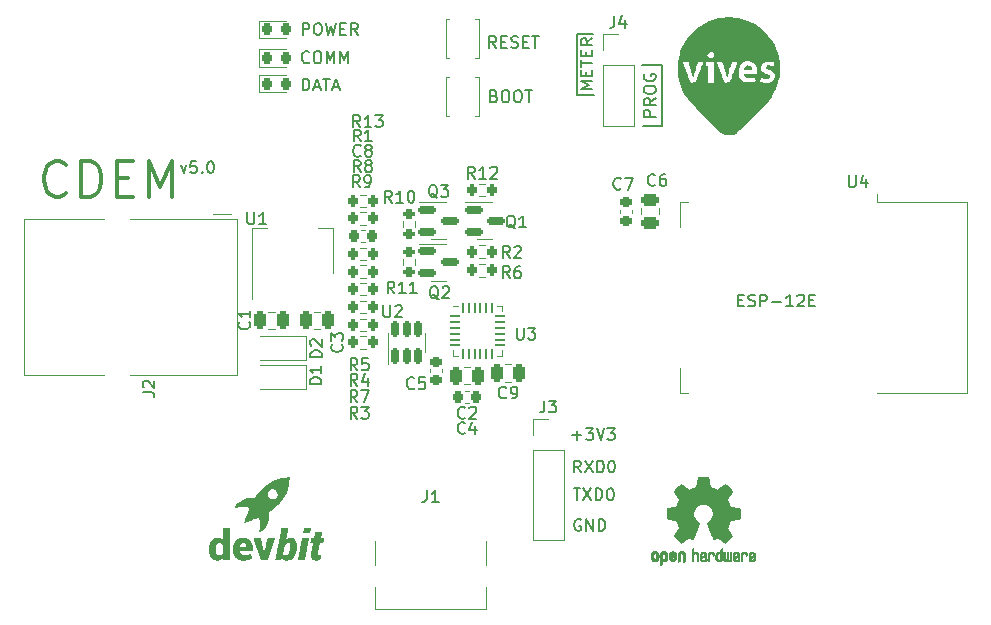
<source format=gbr>
%TF.GenerationSoftware,KiCad,Pcbnew,5.99.0-unknown-4e273827f0~131~ubuntu20.04.1*%
%TF.CreationDate,2021-08-17T12:46:56+02:00*%
%TF.ProjectId,CDEM,4344454d-2e6b-4696-9361-645f70636258,rev?*%
%TF.SameCoordinates,Original*%
%TF.FileFunction,Legend,Top*%
%TF.FilePolarity,Positive*%
%FSLAX46Y46*%
G04 Gerber Fmt 4.6, Leading zero omitted, Abs format (unit mm)*
G04 Created by KiCad (PCBNEW 5.99.0-unknown-4e273827f0~131~ubuntu20.04.1) date 2021-08-17 12:46:56*
%MOMM*%
%LPD*%
G01*
G04 APERTURE LIST*
G04 Aperture macros list*
%AMRoundRect*
0 Rectangle with rounded corners*
0 $1 Rounding radius*
0 $2 $3 $4 $5 $6 $7 $8 $9 X,Y pos of 4 corners*
0 Add a 4 corners polygon primitive as box body*
4,1,4,$2,$3,$4,$5,$6,$7,$8,$9,$2,$3,0*
0 Add four circle primitives for the rounded corners*
1,1,$1+$1,$2,$3*
1,1,$1+$1,$4,$5*
1,1,$1+$1,$6,$7*
1,1,$1+$1,$8,$9*
0 Add four rect primitives between the rounded corners*
20,1,$1+$1,$2,$3,$4,$5,0*
20,1,$1+$1,$4,$5,$6,$7,0*
20,1,$1+$1,$6,$7,$8,$9,0*
20,1,$1+$1,$8,$9,$2,$3,0*%
G04 Aperture macros list end*
%ADD10C,0.150000*%
%ADD11C,0.300000*%
%ADD12C,0.120000*%
%ADD13C,0.010000*%
%ADD14C,0.100000*%
%ADD15RoundRect,0.200000X0.200000X0.275000X-0.200000X0.275000X-0.200000X-0.275000X0.200000X-0.275000X0*%
%ADD16RoundRect,0.150000X0.150000X-0.512500X0.150000X0.512500X-0.150000X0.512500X-0.150000X-0.512500X0*%
%ADD17RoundRect,0.200000X-0.200000X-0.275000X0.200000X-0.275000X0.200000X0.275000X-0.200000X0.275000X0*%
%ADD18RoundRect,0.062500X-0.350000X-0.062500X0.350000X-0.062500X0.350000X0.062500X-0.350000X0.062500X0*%
%ADD19RoundRect,0.062500X-0.062500X-0.350000X0.062500X-0.350000X0.062500X0.350000X-0.062500X0.350000X0*%
%ADD20R,2.600000X2.600000*%
%ADD21RoundRect,0.225000X-0.250000X0.225000X-0.250000X-0.225000X0.250000X-0.225000X0.250000X0.225000X0*%
%ADD22R,0.900000X1.200000*%
%ADD23RoundRect,0.250000X-0.250000X-0.475000X0.250000X-0.475000X0.250000X0.475000X-0.250000X0.475000X0*%
%ADD24C,0.650000*%
%ADD25R,0.600000X1.450000*%
%ADD26R,0.300000X1.450000*%
%ADD27O,1.000000X1.600000*%
%ADD28O,1.000000X2.100000*%
%ADD29RoundRect,0.250000X0.250000X0.475000X-0.250000X0.475000X-0.250000X-0.475000X0.250000X-0.475000X0*%
%ADD30RoundRect,0.218750X-0.218750X-0.256250X0.218750X-0.256250X0.218750X0.256250X-0.218750X0.256250X0*%
%ADD31RoundRect,0.225000X-0.225000X-0.250000X0.225000X-0.250000X0.225000X0.250000X-0.225000X0.250000X0*%
%ADD32R,1.700000X1.700000*%
%ADD33O,1.700000X1.700000*%
%ADD34RoundRect,0.225000X0.225000X0.250000X-0.225000X0.250000X-0.225000X-0.250000X0.225000X-0.250000X0*%
%ADD35RoundRect,0.200000X-0.275000X0.200000X-0.275000X-0.200000X0.275000X-0.200000X0.275000X0.200000X0*%
%ADD36RoundRect,0.250000X-0.475000X0.250000X-0.475000X-0.250000X0.475000X-0.250000X0.475000X0.250000X0*%
%ADD37RoundRect,0.150000X-0.587500X-0.150000X0.587500X-0.150000X0.587500X0.150000X-0.587500X0.150000X0*%
%ADD38R,1.000000X2.500000*%
%ADD39R,1.800000X1.000000*%
%ADD40R,1.700000X0.900000*%
%ADD41R,1.500000X2.000000*%
%ADD42R,3.800000X2.000000*%
%ADD43C,3.250000*%
%ADD44R,1.520000X1.520000*%
%ADD45C,1.520000*%
%ADD46RoundRect,0.200000X0.275000X-0.200000X0.275000X0.200000X-0.275000X0.200000X-0.275000X-0.200000X0*%
G04 APERTURE END LIST*
D10*
X75133200Y-88620600D02*
X73710800Y-88620600D01*
X73710800Y-83489800D02*
X75107800Y-83489800D01*
X73710800Y-88620600D02*
X73710800Y-83489800D01*
X79248000Y-86131400D02*
X80899000Y-86131400D01*
X80899000Y-86131400D02*
X80899000Y-91236800D01*
X80899000Y-91236800D02*
X79273400Y-91236800D01*
X87385714Y-106028571D02*
X87719047Y-106028571D01*
X87861904Y-106552380D02*
X87385714Y-106552380D01*
X87385714Y-105552380D01*
X87861904Y-105552380D01*
X88242857Y-106504761D02*
X88385714Y-106552380D01*
X88623809Y-106552380D01*
X88719047Y-106504761D01*
X88766666Y-106457142D01*
X88814285Y-106361904D01*
X88814285Y-106266666D01*
X88766666Y-106171428D01*
X88719047Y-106123809D01*
X88623809Y-106076190D01*
X88433333Y-106028571D01*
X88338095Y-105980952D01*
X88290476Y-105933333D01*
X88242857Y-105838095D01*
X88242857Y-105742857D01*
X88290476Y-105647619D01*
X88338095Y-105600000D01*
X88433333Y-105552380D01*
X88671428Y-105552380D01*
X88814285Y-105600000D01*
X89242857Y-106552380D02*
X89242857Y-105552380D01*
X89623809Y-105552380D01*
X89719047Y-105600000D01*
X89766666Y-105647619D01*
X89814285Y-105742857D01*
X89814285Y-105885714D01*
X89766666Y-105980952D01*
X89719047Y-106028571D01*
X89623809Y-106076190D01*
X89242857Y-106076190D01*
X90242857Y-106171428D02*
X91004761Y-106171428D01*
X92004761Y-106552380D02*
X91433333Y-106552380D01*
X91719047Y-106552380D02*
X91719047Y-105552380D01*
X91623809Y-105695238D01*
X91528571Y-105790476D01*
X91433333Y-105838095D01*
X92385714Y-105647619D02*
X92433333Y-105600000D01*
X92528571Y-105552380D01*
X92766666Y-105552380D01*
X92861904Y-105600000D01*
X92909523Y-105647619D01*
X92957142Y-105742857D01*
X92957142Y-105838095D01*
X92909523Y-105980952D01*
X92338095Y-106552380D01*
X92957142Y-106552380D01*
X93385714Y-106028571D02*
X93719047Y-106028571D01*
X93861904Y-106552380D02*
X93385714Y-106552380D01*
X93385714Y-105552380D01*
X93861904Y-105552380D01*
X73338095Y-117471428D02*
X74100000Y-117471428D01*
X73719047Y-117852380D02*
X73719047Y-117090476D01*
X74480952Y-116852380D02*
X75100000Y-116852380D01*
X74766666Y-117233333D01*
X74909523Y-117233333D01*
X75004761Y-117280952D01*
X75052380Y-117328571D01*
X75100000Y-117423809D01*
X75100000Y-117661904D01*
X75052380Y-117757142D01*
X75004761Y-117804761D01*
X74909523Y-117852380D01*
X74623809Y-117852380D01*
X74528571Y-117804761D01*
X74480952Y-117757142D01*
X75385714Y-116852380D02*
X75719047Y-117852380D01*
X76052380Y-116852380D01*
X76290476Y-116852380D02*
X76909523Y-116852380D01*
X76576190Y-117233333D01*
X76719047Y-117233333D01*
X76814285Y-117280952D01*
X76861904Y-117328571D01*
X76909523Y-117423809D01*
X76909523Y-117661904D01*
X76861904Y-117757142D01*
X76814285Y-117804761D01*
X76719047Y-117852380D01*
X76433333Y-117852380D01*
X76338095Y-117804761D01*
X76290476Y-117757142D01*
X74041142Y-120594380D02*
X73707809Y-120118190D01*
X73469714Y-120594380D02*
X73469714Y-119594380D01*
X73850666Y-119594380D01*
X73945904Y-119642000D01*
X73993523Y-119689619D01*
X74041142Y-119784857D01*
X74041142Y-119927714D01*
X73993523Y-120022952D01*
X73945904Y-120070571D01*
X73850666Y-120118190D01*
X73469714Y-120118190D01*
X74374476Y-119594380D02*
X75041142Y-120594380D01*
X75041142Y-119594380D02*
X74374476Y-120594380D01*
X75422095Y-120594380D02*
X75422095Y-119594380D01*
X75660190Y-119594380D01*
X75803047Y-119642000D01*
X75898285Y-119737238D01*
X75945904Y-119832476D01*
X75993523Y-120022952D01*
X75993523Y-120165809D01*
X75945904Y-120356285D01*
X75898285Y-120451523D01*
X75803047Y-120546761D01*
X75660190Y-120594380D01*
X75422095Y-120594380D01*
X76612571Y-119594380D02*
X76707809Y-119594380D01*
X76803047Y-119642000D01*
X76850666Y-119689619D01*
X76898285Y-119784857D01*
X76945904Y-119975333D01*
X76945904Y-120213428D01*
X76898285Y-120403904D01*
X76850666Y-120499142D01*
X76803047Y-120546761D01*
X76707809Y-120594380D01*
X76612571Y-120594380D01*
X76517333Y-120546761D01*
X76469714Y-120499142D01*
X76422095Y-120403904D01*
X76374476Y-120213428D01*
X76374476Y-119975333D01*
X76422095Y-119784857D01*
X76469714Y-119689619D01*
X76517333Y-119642000D01*
X76612571Y-119594380D01*
X75026780Y-88148847D02*
X74026780Y-88148847D01*
X74741066Y-87815514D01*
X74026780Y-87482180D01*
X75026780Y-87482180D01*
X74502971Y-87005990D02*
X74502971Y-86672657D01*
X75026780Y-86529800D02*
X75026780Y-87005990D01*
X74026780Y-87005990D01*
X74026780Y-86529800D01*
X74026780Y-86244085D02*
X74026780Y-85672657D01*
X75026780Y-85958371D02*
X74026780Y-85958371D01*
X74502971Y-85339323D02*
X74502971Y-85005990D01*
X75026780Y-84863133D02*
X75026780Y-85339323D01*
X74026780Y-85339323D01*
X74026780Y-84863133D01*
X75026780Y-83863133D02*
X74550590Y-84196466D01*
X75026780Y-84434561D02*
X74026780Y-84434561D01*
X74026780Y-84053609D01*
X74074400Y-83958371D01*
X74122019Y-83910752D01*
X74217257Y-83863133D01*
X74360114Y-83863133D01*
X74455352Y-83910752D01*
X74502971Y-83958371D01*
X74550590Y-84053609D01*
X74550590Y-84434561D01*
X80386180Y-90482514D02*
X79386180Y-90482514D01*
X79386180Y-90101561D01*
X79433800Y-90006323D01*
X79481419Y-89958704D01*
X79576657Y-89911085D01*
X79719514Y-89911085D01*
X79814752Y-89958704D01*
X79862371Y-90006323D01*
X79909990Y-90101561D01*
X79909990Y-90482514D01*
X80386180Y-88911085D02*
X79909990Y-89244419D01*
X80386180Y-89482514D02*
X79386180Y-89482514D01*
X79386180Y-89101561D01*
X79433800Y-89006323D01*
X79481419Y-88958704D01*
X79576657Y-88911085D01*
X79719514Y-88911085D01*
X79814752Y-88958704D01*
X79862371Y-89006323D01*
X79909990Y-89101561D01*
X79909990Y-89482514D01*
X79386180Y-88292038D02*
X79386180Y-88101561D01*
X79433800Y-88006323D01*
X79529038Y-87911085D01*
X79719514Y-87863466D01*
X80052847Y-87863466D01*
X80243323Y-87911085D01*
X80338561Y-88006323D01*
X80386180Y-88101561D01*
X80386180Y-88292038D01*
X80338561Y-88387276D01*
X80243323Y-88482514D01*
X80052847Y-88530133D01*
X79719514Y-88530133D01*
X79529038Y-88482514D01*
X79433800Y-88387276D01*
X79386180Y-88292038D01*
X79433800Y-86911085D02*
X79386180Y-87006323D01*
X79386180Y-87149180D01*
X79433800Y-87292038D01*
X79529038Y-87387276D01*
X79624276Y-87434895D01*
X79814752Y-87482514D01*
X79957609Y-87482514D01*
X80148085Y-87434895D01*
X80243323Y-87387276D01*
X80338561Y-87292038D01*
X80386180Y-87149180D01*
X80386180Y-87053942D01*
X80338561Y-86911085D01*
X80290942Y-86863466D01*
X79957609Y-86863466D01*
X79957609Y-87053942D01*
D11*
X30457142Y-96971428D02*
X30314285Y-97114285D01*
X29885714Y-97257142D01*
X29600000Y-97257142D01*
X29171428Y-97114285D01*
X28885714Y-96828571D01*
X28742857Y-96542857D01*
X28600000Y-95971428D01*
X28600000Y-95542857D01*
X28742857Y-94971428D01*
X28885714Y-94685714D01*
X29171428Y-94400000D01*
X29600000Y-94257142D01*
X29885714Y-94257142D01*
X30314285Y-94400000D01*
X30457142Y-94542857D01*
X31742857Y-97257142D02*
X31742857Y-94257142D01*
X32457142Y-94257142D01*
X32885714Y-94400000D01*
X33171428Y-94685714D01*
X33314285Y-94971428D01*
X33457142Y-95542857D01*
X33457142Y-95971428D01*
X33314285Y-96542857D01*
X33171428Y-96828571D01*
X32885714Y-97114285D01*
X32457142Y-97257142D01*
X31742857Y-97257142D01*
X34742857Y-95685714D02*
X35742857Y-95685714D01*
X36171428Y-97257142D02*
X34742857Y-97257142D01*
X34742857Y-94257142D01*
X36171428Y-94257142D01*
X37457142Y-97257142D02*
X37457142Y-94257142D01*
X38457142Y-96400000D01*
X39457142Y-94257142D01*
X39457142Y-97257142D01*
D10*
X66714857Y-88728571D02*
X66857714Y-88776190D01*
X66905333Y-88823809D01*
X66952952Y-88919047D01*
X66952952Y-89061904D01*
X66905333Y-89157142D01*
X66857714Y-89204761D01*
X66762476Y-89252380D01*
X66381523Y-89252380D01*
X66381523Y-88252380D01*
X66714857Y-88252380D01*
X66810095Y-88300000D01*
X66857714Y-88347619D01*
X66905333Y-88442857D01*
X66905333Y-88538095D01*
X66857714Y-88633333D01*
X66810095Y-88680952D01*
X66714857Y-88728571D01*
X66381523Y-88728571D01*
X67572000Y-88252380D02*
X67762476Y-88252380D01*
X67857714Y-88300000D01*
X67952952Y-88395238D01*
X68000571Y-88585714D01*
X68000571Y-88919047D01*
X67952952Y-89109523D01*
X67857714Y-89204761D01*
X67762476Y-89252380D01*
X67572000Y-89252380D01*
X67476761Y-89204761D01*
X67381523Y-89109523D01*
X67333904Y-88919047D01*
X67333904Y-88585714D01*
X67381523Y-88395238D01*
X67476761Y-88300000D01*
X67572000Y-88252380D01*
X68619619Y-88252380D02*
X68810095Y-88252380D01*
X68905333Y-88300000D01*
X69000571Y-88395238D01*
X69048190Y-88585714D01*
X69048190Y-88919047D01*
X69000571Y-89109523D01*
X68905333Y-89204761D01*
X68810095Y-89252380D01*
X68619619Y-89252380D01*
X68524380Y-89204761D01*
X68429142Y-89109523D01*
X68381523Y-88919047D01*
X68381523Y-88585714D01*
X68429142Y-88395238D01*
X68524380Y-88300000D01*
X68619619Y-88252380D01*
X69333904Y-88252380D02*
X69905333Y-88252380D01*
X69619619Y-89252380D02*
X69619619Y-88252380D01*
X66873619Y-84652380D02*
X66540285Y-84176190D01*
X66302190Y-84652380D02*
X66302190Y-83652380D01*
X66683142Y-83652380D01*
X66778380Y-83700000D01*
X66826000Y-83747619D01*
X66873619Y-83842857D01*
X66873619Y-83985714D01*
X66826000Y-84080952D01*
X66778380Y-84128571D01*
X66683142Y-84176190D01*
X66302190Y-84176190D01*
X67302190Y-84128571D02*
X67635523Y-84128571D01*
X67778380Y-84652380D02*
X67302190Y-84652380D01*
X67302190Y-83652380D01*
X67778380Y-83652380D01*
X68159333Y-84604761D02*
X68302190Y-84652380D01*
X68540285Y-84652380D01*
X68635523Y-84604761D01*
X68683142Y-84557142D01*
X68730761Y-84461904D01*
X68730761Y-84366666D01*
X68683142Y-84271428D01*
X68635523Y-84223809D01*
X68540285Y-84176190D01*
X68349809Y-84128571D01*
X68254571Y-84080952D01*
X68206952Y-84033333D01*
X68159333Y-83938095D01*
X68159333Y-83842857D01*
X68206952Y-83747619D01*
X68254571Y-83700000D01*
X68349809Y-83652380D01*
X68587904Y-83652380D01*
X68730761Y-83700000D01*
X69159333Y-84128571D02*
X69492666Y-84128571D01*
X69635523Y-84652380D02*
X69159333Y-84652380D01*
X69159333Y-83652380D01*
X69635523Y-83652380D01*
X69921238Y-83652380D02*
X70492666Y-83652380D01*
X70206952Y-84652380D02*
X70206952Y-83652380D01*
X51042857Y-85857142D02*
X50995238Y-85904761D01*
X50852380Y-85952380D01*
X50757142Y-85952380D01*
X50614285Y-85904761D01*
X50519047Y-85809523D01*
X50471428Y-85714285D01*
X50423809Y-85523809D01*
X50423809Y-85380952D01*
X50471428Y-85190476D01*
X50519047Y-85095238D01*
X50614285Y-85000000D01*
X50757142Y-84952380D01*
X50852380Y-84952380D01*
X50995238Y-85000000D01*
X51042857Y-85047619D01*
X51661904Y-84952380D02*
X51852380Y-84952380D01*
X51947619Y-85000000D01*
X52042857Y-85095238D01*
X52090476Y-85285714D01*
X52090476Y-85619047D01*
X52042857Y-85809523D01*
X51947619Y-85904761D01*
X51852380Y-85952380D01*
X51661904Y-85952380D01*
X51566666Y-85904761D01*
X51471428Y-85809523D01*
X51423809Y-85619047D01*
X51423809Y-85285714D01*
X51471428Y-85095238D01*
X51566666Y-85000000D01*
X51661904Y-84952380D01*
X52519047Y-85952380D02*
X52519047Y-84952380D01*
X52852380Y-85666666D01*
X53185714Y-84952380D01*
X53185714Y-85952380D01*
X53661904Y-85952380D02*
X53661904Y-84952380D01*
X53995238Y-85666666D01*
X54328571Y-84952380D01*
X54328571Y-85952380D01*
X50490476Y-83552380D02*
X50490476Y-82552380D01*
X50871428Y-82552380D01*
X50966666Y-82600000D01*
X51014285Y-82647619D01*
X51061904Y-82742857D01*
X51061904Y-82885714D01*
X51014285Y-82980952D01*
X50966666Y-83028571D01*
X50871428Y-83076190D01*
X50490476Y-83076190D01*
X51680952Y-82552380D02*
X51871428Y-82552380D01*
X51966666Y-82600000D01*
X52061904Y-82695238D01*
X52109523Y-82885714D01*
X52109523Y-83219047D01*
X52061904Y-83409523D01*
X51966666Y-83504761D01*
X51871428Y-83552380D01*
X51680952Y-83552380D01*
X51585714Y-83504761D01*
X51490476Y-83409523D01*
X51442857Y-83219047D01*
X51442857Y-82885714D01*
X51490476Y-82695238D01*
X51585714Y-82600000D01*
X51680952Y-82552380D01*
X52442857Y-82552380D02*
X52680952Y-83552380D01*
X52871428Y-82838095D01*
X53061904Y-83552380D01*
X53300000Y-82552380D01*
X53680952Y-83028571D02*
X54014285Y-83028571D01*
X54157142Y-83552380D02*
X53680952Y-83552380D01*
X53680952Y-82552380D01*
X54157142Y-82552380D01*
X55157142Y-83552380D02*
X54823809Y-83076190D01*
X54585714Y-83552380D02*
X54585714Y-82552380D01*
X54966666Y-82552380D01*
X55061904Y-82600000D01*
X55109523Y-82647619D01*
X55157142Y-82742857D01*
X55157142Y-82885714D01*
X55109523Y-82980952D01*
X55061904Y-83028571D01*
X54966666Y-83076190D01*
X54585714Y-83076190D01*
X73445904Y-121952380D02*
X74017333Y-121952380D01*
X73731619Y-122952380D02*
X73731619Y-121952380D01*
X74255428Y-121952380D02*
X74922095Y-122952380D01*
X74922095Y-121952380D02*
X74255428Y-122952380D01*
X75303047Y-122952380D02*
X75303047Y-121952380D01*
X75541142Y-121952380D01*
X75684000Y-122000000D01*
X75779238Y-122095238D01*
X75826857Y-122190476D01*
X75874476Y-122380952D01*
X75874476Y-122523809D01*
X75826857Y-122714285D01*
X75779238Y-122809523D01*
X75684000Y-122904761D01*
X75541142Y-122952380D01*
X75303047Y-122952380D01*
X76493523Y-121952380D02*
X76588761Y-121952380D01*
X76684000Y-122000000D01*
X76731619Y-122047619D01*
X76779238Y-122142857D01*
X76826857Y-122333333D01*
X76826857Y-122571428D01*
X76779238Y-122761904D01*
X76731619Y-122857142D01*
X76684000Y-122904761D01*
X76588761Y-122952380D01*
X76493523Y-122952380D01*
X76398285Y-122904761D01*
X76350666Y-122857142D01*
X76303047Y-122761904D01*
X76255428Y-122571428D01*
X76255428Y-122333333D01*
X76303047Y-122142857D01*
X76350666Y-122047619D01*
X76398285Y-122000000D01*
X76493523Y-121952380D01*
X74038095Y-124600000D02*
X73942857Y-124552380D01*
X73800000Y-124552380D01*
X73657142Y-124600000D01*
X73561904Y-124695238D01*
X73514285Y-124790476D01*
X73466666Y-124980952D01*
X73466666Y-125123809D01*
X73514285Y-125314285D01*
X73561904Y-125409523D01*
X73657142Y-125504761D01*
X73800000Y-125552380D01*
X73895238Y-125552380D01*
X74038095Y-125504761D01*
X74085714Y-125457142D01*
X74085714Y-125123809D01*
X73895238Y-125123809D01*
X74514285Y-125552380D02*
X74514285Y-124552380D01*
X75085714Y-125552380D01*
X75085714Y-124552380D01*
X75561904Y-125552380D02*
X75561904Y-124552380D01*
X75800000Y-124552380D01*
X75942857Y-124600000D01*
X76038095Y-124695238D01*
X76085714Y-124790476D01*
X76133333Y-124980952D01*
X76133333Y-125123809D01*
X76085714Y-125314285D01*
X76038095Y-125409523D01*
X75942857Y-125504761D01*
X75800000Y-125552380D01*
X75561904Y-125552380D01*
X50500000Y-88252380D02*
X50500000Y-87252380D01*
X50738095Y-87252380D01*
X50880952Y-87300000D01*
X50976190Y-87395238D01*
X51023809Y-87490476D01*
X51071428Y-87680952D01*
X51071428Y-87823809D01*
X51023809Y-88014285D01*
X50976190Y-88109523D01*
X50880952Y-88204761D01*
X50738095Y-88252380D01*
X50500000Y-88252380D01*
X51452380Y-87966666D02*
X51928571Y-87966666D01*
X51357142Y-88252380D02*
X51690476Y-87252380D01*
X52023809Y-88252380D01*
X52214285Y-87252380D02*
X52785714Y-87252380D01*
X52500000Y-88252380D02*
X52500000Y-87252380D01*
X53071428Y-87966666D02*
X53547619Y-87966666D01*
X52976190Y-88252380D02*
X53309523Y-87252380D01*
X53642857Y-88252380D01*
X40171428Y-94585714D02*
X40409523Y-95252380D01*
X40647619Y-94585714D01*
X41504761Y-94252380D02*
X41028571Y-94252380D01*
X40980952Y-94728571D01*
X41028571Y-94680952D01*
X41123809Y-94633333D01*
X41361904Y-94633333D01*
X41457142Y-94680952D01*
X41504761Y-94728571D01*
X41552380Y-94823809D01*
X41552380Y-95061904D01*
X41504761Y-95157142D01*
X41457142Y-95204761D01*
X41361904Y-95252380D01*
X41123809Y-95252380D01*
X41028571Y-95204761D01*
X40980952Y-95157142D01*
X41980952Y-95157142D02*
X42028571Y-95204761D01*
X41980952Y-95252380D01*
X41933333Y-95204761D01*
X41980952Y-95157142D01*
X41980952Y-95252380D01*
X42647619Y-94252380D02*
X42742857Y-94252380D01*
X42838095Y-94300000D01*
X42885714Y-94347619D01*
X42933333Y-94442857D01*
X42980952Y-94633333D01*
X42980952Y-94871428D01*
X42933333Y-95061904D01*
X42885714Y-95157142D01*
X42838095Y-95204761D01*
X42742857Y-95252380D01*
X42647619Y-95252380D01*
X42552380Y-95204761D01*
X42504761Y-95157142D01*
X42457142Y-95061904D01*
X42409523Y-94871428D01*
X42409523Y-94633333D01*
X42457142Y-94442857D01*
X42504761Y-94347619D01*
X42552380Y-94300000D01*
X42647619Y-94252380D01*
%TO.C,R1*%
X55396075Y-92574880D02*
X55062742Y-92098690D01*
X54824646Y-92574880D02*
X54824646Y-91574880D01*
X55205599Y-91574880D01*
X55300837Y-91622500D01*
X55348456Y-91670119D01*
X55396075Y-91765357D01*
X55396075Y-91908214D01*
X55348456Y-92003452D01*
X55300837Y-92051071D01*
X55205599Y-92098690D01*
X54824646Y-92098690D01*
X56348456Y-92574880D02*
X55777027Y-92574880D01*
X56062742Y-92574880D02*
X56062742Y-91574880D01*
X55967503Y-91717738D01*
X55872265Y-91812976D01*
X55777027Y-91860595D01*
%TO.C,U2*%
X57338095Y-106452380D02*
X57338095Y-107261904D01*
X57385714Y-107357142D01*
X57433333Y-107404761D01*
X57528571Y-107452380D01*
X57719047Y-107452380D01*
X57814285Y-107404761D01*
X57861904Y-107357142D01*
X57909523Y-107261904D01*
X57909523Y-106452380D01*
X58338095Y-106547619D02*
X58385714Y-106500000D01*
X58480952Y-106452380D01*
X58719047Y-106452380D01*
X58814285Y-106500000D01*
X58861904Y-106547619D01*
X58909523Y-106642857D01*
X58909523Y-106738095D01*
X58861904Y-106880952D01*
X58290476Y-107452380D01*
X58909523Y-107452380D01*
%TO.C,R4*%
X55133333Y-113252380D02*
X54800000Y-112776190D01*
X54561904Y-113252380D02*
X54561904Y-112252380D01*
X54942857Y-112252380D01*
X55038095Y-112300000D01*
X55085714Y-112347619D01*
X55133333Y-112442857D01*
X55133333Y-112585714D01*
X55085714Y-112680952D01*
X55038095Y-112728571D01*
X54942857Y-112776190D01*
X54561904Y-112776190D01*
X55990476Y-112585714D02*
X55990476Y-113252380D01*
X55752380Y-112204761D02*
X55514285Y-112919047D01*
X56133333Y-112919047D01*
%TO.C,U3*%
X68638095Y-108352380D02*
X68638095Y-109161904D01*
X68685714Y-109257142D01*
X68733333Y-109304761D01*
X68828571Y-109352380D01*
X69019047Y-109352380D01*
X69114285Y-109304761D01*
X69161904Y-109257142D01*
X69209523Y-109161904D01*
X69209523Y-108352380D01*
X69590476Y-108352380D02*
X70209523Y-108352380D01*
X69876190Y-108733333D01*
X70019047Y-108733333D01*
X70114285Y-108780952D01*
X70161904Y-108828571D01*
X70209523Y-108923809D01*
X70209523Y-109161904D01*
X70161904Y-109257142D01*
X70114285Y-109304761D01*
X70019047Y-109352380D01*
X69733333Y-109352380D01*
X69638095Y-109304761D01*
X69590476Y-109257142D01*
%TO.C,C7*%
X77433333Y-96557142D02*
X77385714Y-96604761D01*
X77242857Y-96652380D01*
X77147619Y-96652380D01*
X77004761Y-96604761D01*
X76909523Y-96509523D01*
X76861904Y-96414285D01*
X76814285Y-96223809D01*
X76814285Y-96080952D01*
X76861904Y-95890476D01*
X76909523Y-95795238D01*
X77004761Y-95700000D01*
X77147619Y-95652380D01*
X77242857Y-95652380D01*
X77385714Y-95700000D01*
X77433333Y-95747619D01*
X77766666Y-95652380D02*
X78433333Y-95652380D01*
X78004761Y-96652380D01*
%TO.C,R3*%
X55133333Y-116052380D02*
X54800000Y-115576190D01*
X54561904Y-116052380D02*
X54561904Y-115052380D01*
X54942857Y-115052380D01*
X55038095Y-115100000D01*
X55085714Y-115147619D01*
X55133333Y-115242857D01*
X55133333Y-115385714D01*
X55085714Y-115480952D01*
X55038095Y-115528571D01*
X54942857Y-115576190D01*
X54561904Y-115576190D01*
X55466666Y-115052380D02*
X56085714Y-115052380D01*
X55752380Y-115433333D01*
X55895238Y-115433333D01*
X55990476Y-115480952D01*
X56038095Y-115528571D01*
X56085714Y-115623809D01*
X56085714Y-115861904D01*
X56038095Y-115957142D01*
X55990476Y-116004761D01*
X55895238Y-116052380D01*
X55609523Y-116052380D01*
X55514285Y-116004761D01*
X55466666Y-115957142D01*
%TO.C,D1*%
X52090580Y-113133095D02*
X51090580Y-113133095D01*
X51090580Y-112895000D01*
X51138200Y-112752142D01*
X51233438Y-112656904D01*
X51328676Y-112609285D01*
X51519152Y-112561666D01*
X51662009Y-112561666D01*
X51852485Y-112609285D01*
X51947723Y-112656904D01*
X52042961Y-112752142D01*
X52090580Y-112895000D01*
X52090580Y-113133095D01*
X52090580Y-111609285D02*
X52090580Y-112180714D01*
X52090580Y-111895000D02*
X51090580Y-111895000D01*
X51233438Y-111990238D01*
X51328676Y-112085476D01*
X51376295Y-112180714D01*
%TO.C,C1*%
X45950142Y-107862666D02*
X45997761Y-107910285D01*
X46045380Y-108053142D01*
X46045380Y-108148380D01*
X45997761Y-108291238D01*
X45902523Y-108386476D01*
X45807285Y-108434095D01*
X45616809Y-108481714D01*
X45473952Y-108481714D01*
X45283476Y-108434095D01*
X45188238Y-108386476D01*
X45093000Y-108291238D01*
X45045380Y-108148380D01*
X45045380Y-108053142D01*
X45093000Y-107910285D01*
X45140619Y-107862666D01*
X46045380Y-106910285D02*
X46045380Y-107481714D01*
X46045380Y-107196000D02*
X45045380Y-107196000D01*
X45188238Y-107291238D01*
X45283476Y-107386476D01*
X45331095Y-107481714D01*
%TO.C,J1*%
X61016666Y-122107380D02*
X61016666Y-122821666D01*
X60969047Y-122964523D01*
X60873809Y-123059761D01*
X60730952Y-123107380D01*
X60635714Y-123107380D01*
X62016666Y-123107380D02*
X61445238Y-123107380D01*
X61730952Y-123107380D02*
X61730952Y-122107380D01*
X61635714Y-122250238D01*
X61540476Y-122345476D01*
X61445238Y-122393095D01*
%TO.C,C3*%
X53798742Y-109767666D02*
X53846361Y-109815285D01*
X53893980Y-109958142D01*
X53893980Y-110053380D01*
X53846361Y-110196238D01*
X53751123Y-110291476D01*
X53655885Y-110339095D01*
X53465409Y-110386714D01*
X53322552Y-110386714D01*
X53132076Y-110339095D01*
X53036838Y-110291476D01*
X52941600Y-110196238D01*
X52893980Y-110053380D01*
X52893980Y-109958142D01*
X52941600Y-109815285D01*
X52989219Y-109767666D01*
X52893980Y-109434333D02*
X52893980Y-108815285D01*
X53274933Y-109148619D01*
X53274933Y-109005761D01*
X53322552Y-108910523D01*
X53370171Y-108862904D01*
X53465409Y-108815285D01*
X53703504Y-108815285D01*
X53798742Y-108862904D01*
X53846361Y-108910523D01*
X53893980Y-109005761D01*
X53893980Y-109291476D01*
X53846361Y-109386714D01*
X53798742Y-109434333D01*
%TO.C,C4*%
X64233333Y-117257142D02*
X64185714Y-117304761D01*
X64042857Y-117352380D01*
X63947619Y-117352380D01*
X63804761Y-117304761D01*
X63709523Y-117209523D01*
X63661904Y-117114285D01*
X63614285Y-116923809D01*
X63614285Y-116780952D01*
X63661904Y-116590476D01*
X63709523Y-116495238D01*
X63804761Y-116400000D01*
X63947619Y-116352380D01*
X64042857Y-116352380D01*
X64185714Y-116400000D01*
X64233333Y-116447619D01*
X65090476Y-116685714D02*
X65090476Y-117352380D01*
X64852380Y-116304761D02*
X64614285Y-117019047D01*
X65233333Y-117019047D01*
%TO.C,J3*%
X70966666Y-114522380D02*
X70966666Y-115236666D01*
X70919047Y-115379523D01*
X70823809Y-115474761D01*
X70680952Y-115522380D01*
X70585714Y-115522380D01*
X71347619Y-114522380D02*
X71966666Y-114522380D01*
X71633333Y-114903333D01*
X71776190Y-114903333D01*
X71871428Y-114950952D01*
X71919047Y-114998571D01*
X71966666Y-115093809D01*
X71966666Y-115331904D01*
X71919047Y-115427142D01*
X71871428Y-115474761D01*
X71776190Y-115522380D01*
X71490476Y-115522380D01*
X71395238Y-115474761D01*
X71347619Y-115427142D01*
%TO.C,R9*%
X55333333Y-96452380D02*
X55000000Y-95976190D01*
X54761904Y-96452380D02*
X54761904Y-95452380D01*
X55142857Y-95452380D01*
X55238095Y-95500000D01*
X55285714Y-95547619D01*
X55333333Y-95642857D01*
X55333333Y-95785714D01*
X55285714Y-95880952D01*
X55238095Y-95928571D01*
X55142857Y-95976190D01*
X54761904Y-95976190D01*
X55809523Y-96452380D02*
X56000000Y-96452380D01*
X56095238Y-96404761D01*
X56142857Y-96357142D01*
X56238095Y-96214285D01*
X56285714Y-96023809D01*
X56285714Y-95642857D01*
X56238095Y-95547619D01*
X56190476Y-95500000D01*
X56095238Y-95452380D01*
X55904761Y-95452380D01*
X55809523Y-95500000D01*
X55761904Y-95547619D01*
X55714285Y-95642857D01*
X55714285Y-95880952D01*
X55761904Y-95976190D01*
X55809523Y-96023809D01*
X55904761Y-96071428D01*
X56095238Y-96071428D01*
X56190476Y-96023809D01*
X56238095Y-95976190D01*
X56285714Y-95880952D01*
%TO.C,C8*%
X55396075Y-93779642D02*
X55348456Y-93827261D01*
X55205599Y-93874880D01*
X55110361Y-93874880D01*
X54967503Y-93827261D01*
X54872265Y-93732023D01*
X54824646Y-93636785D01*
X54777027Y-93446309D01*
X54777027Y-93303452D01*
X54824646Y-93112976D01*
X54872265Y-93017738D01*
X54967503Y-92922500D01*
X55110361Y-92874880D01*
X55205599Y-92874880D01*
X55348456Y-92922500D01*
X55396075Y-92970119D01*
X55967503Y-93303452D02*
X55872265Y-93255833D01*
X55824646Y-93208214D01*
X55777027Y-93112976D01*
X55777027Y-93065357D01*
X55824646Y-92970119D01*
X55872265Y-92922500D01*
X55967503Y-92874880D01*
X56157980Y-92874880D01*
X56253218Y-92922500D01*
X56300837Y-92970119D01*
X56348456Y-93065357D01*
X56348456Y-93112976D01*
X56300837Y-93208214D01*
X56253218Y-93255833D01*
X56157980Y-93303452D01*
X55967503Y-93303452D01*
X55872265Y-93351071D01*
X55824646Y-93398690D01*
X55777027Y-93493928D01*
X55777027Y-93684404D01*
X55824646Y-93779642D01*
X55872265Y-93827261D01*
X55967503Y-93874880D01*
X56157980Y-93874880D01*
X56253218Y-93827261D01*
X56300837Y-93779642D01*
X56348456Y-93684404D01*
X56348456Y-93493928D01*
X56300837Y-93398690D01*
X56253218Y-93351071D01*
X56157980Y-93303452D01*
%TO.C,J4*%
X76882666Y-81958380D02*
X76882666Y-82672666D01*
X76835047Y-82815523D01*
X76739809Y-82910761D01*
X76596952Y-82958380D01*
X76501714Y-82958380D01*
X77787428Y-82291714D02*
X77787428Y-82958380D01*
X77549333Y-81910761D02*
X77311238Y-82625047D01*
X77930285Y-82625047D01*
%TO.C,R10*%
X58057142Y-97752380D02*
X57723809Y-97276190D01*
X57485714Y-97752380D02*
X57485714Y-96752380D01*
X57866666Y-96752380D01*
X57961904Y-96800000D01*
X58009523Y-96847619D01*
X58057142Y-96942857D01*
X58057142Y-97085714D01*
X58009523Y-97180952D01*
X57961904Y-97228571D01*
X57866666Y-97276190D01*
X57485714Y-97276190D01*
X59009523Y-97752380D02*
X58438095Y-97752380D01*
X58723809Y-97752380D02*
X58723809Y-96752380D01*
X58628571Y-96895238D01*
X58533333Y-96990476D01*
X58438095Y-97038095D01*
X59628571Y-96752380D02*
X59723809Y-96752380D01*
X59819047Y-96800000D01*
X59866666Y-96847619D01*
X59914285Y-96942857D01*
X59961904Y-97133333D01*
X59961904Y-97371428D01*
X59914285Y-97561904D01*
X59866666Y-97657142D01*
X59819047Y-97704761D01*
X59723809Y-97752380D01*
X59628571Y-97752380D01*
X59533333Y-97704761D01*
X59485714Y-97657142D01*
X59438095Y-97561904D01*
X59390476Y-97371428D01*
X59390476Y-97133333D01*
X59438095Y-96942857D01*
X59485714Y-96847619D01*
X59533333Y-96800000D01*
X59628571Y-96752380D01*
%TO.C,R7*%
X55133333Y-114652380D02*
X54800000Y-114176190D01*
X54561904Y-114652380D02*
X54561904Y-113652380D01*
X54942857Y-113652380D01*
X55038095Y-113700000D01*
X55085714Y-113747619D01*
X55133333Y-113842857D01*
X55133333Y-113985714D01*
X55085714Y-114080952D01*
X55038095Y-114128571D01*
X54942857Y-114176190D01*
X54561904Y-114176190D01*
X55466666Y-113652380D02*
X56133333Y-113652380D01*
X55704761Y-114652380D01*
%TO.C,R12*%
X65057142Y-95722380D02*
X64723809Y-95246190D01*
X64485714Y-95722380D02*
X64485714Y-94722380D01*
X64866666Y-94722380D01*
X64961904Y-94770000D01*
X65009523Y-94817619D01*
X65057142Y-94912857D01*
X65057142Y-95055714D01*
X65009523Y-95150952D01*
X64961904Y-95198571D01*
X64866666Y-95246190D01*
X64485714Y-95246190D01*
X66009523Y-95722380D02*
X65438095Y-95722380D01*
X65723809Y-95722380D02*
X65723809Y-94722380D01*
X65628571Y-94865238D01*
X65533333Y-94960476D01*
X65438095Y-95008095D01*
X66390476Y-94817619D02*
X66438095Y-94770000D01*
X66533333Y-94722380D01*
X66771428Y-94722380D01*
X66866666Y-94770000D01*
X66914285Y-94817619D01*
X66961904Y-94912857D01*
X66961904Y-95008095D01*
X66914285Y-95150952D01*
X66342857Y-95722380D01*
X66961904Y-95722380D01*
%TO.C,C9*%
X67733333Y-114237142D02*
X67685714Y-114284761D01*
X67542857Y-114332380D01*
X67447619Y-114332380D01*
X67304761Y-114284761D01*
X67209523Y-114189523D01*
X67161904Y-114094285D01*
X67114285Y-113903809D01*
X67114285Y-113760952D01*
X67161904Y-113570476D01*
X67209523Y-113475238D01*
X67304761Y-113380000D01*
X67447619Y-113332380D01*
X67542857Y-113332380D01*
X67685714Y-113380000D01*
X67733333Y-113427619D01*
X68209523Y-114332380D02*
X68400000Y-114332380D01*
X68495238Y-114284761D01*
X68542857Y-114237142D01*
X68638095Y-114094285D01*
X68685714Y-113903809D01*
X68685714Y-113522857D01*
X68638095Y-113427619D01*
X68590476Y-113380000D01*
X68495238Y-113332380D01*
X68304761Y-113332380D01*
X68209523Y-113380000D01*
X68161904Y-113427619D01*
X68114285Y-113522857D01*
X68114285Y-113760952D01*
X68161904Y-113856190D01*
X68209523Y-113903809D01*
X68304761Y-113951428D01*
X68495238Y-113951428D01*
X68590476Y-113903809D01*
X68638095Y-113856190D01*
X68685714Y-113760952D01*
%TO.C,C5*%
X59933333Y-113457142D02*
X59885714Y-113504761D01*
X59742857Y-113552380D01*
X59647619Y-113552380D01*
X59504761Y-113504761D01*
X59409523Y-113409523D01*
X59361904Y-113314285D01*
X59314285Y-113123809D01*
X59314285Y-112980952D01*
X59361904Y-112790476D01*
X59409523Y-112695238D01*
X59504761Y-112600000D01*
X59647619Y-112552380D01*
X59742857Y-112552380D01*
X59885714Y-112600000D01*
X59933333Y-112647619D01*
X60838095Y-112552380D02*
X60361904Y-112552380D01*
X60314285Y-113028571D01*
X60361904Y-112980952D01*
X60457142Y-112933333D01*
X60695238Y-112933333D01*
X60790476Y-112980952D01*
X60838095Y-113028571D01*
X60885714Y-113123809D01*
X60885714Y-113361904D01*
X60838095Y-113457142D01*
X60790476Y-113504761D01*
X60695238Y-113552380D01*
X60457142Y-113552380D01*
X60361904Y-113504761D01*
X60314285Y-113457142D01*
%TO.C,R2*%
X68033333Y-102452380D02*
X67700000Y-101976190D01*
X67461904Y-102452380D02*
X67461904Y-101452380D01*
X67842857Y-101452380D01*
X67938095Y-101500000D01*
X67985714Y-101547619D01*
X68033333Y-101642857D01*
X68033333Y-101785714D01*
X67985714Y-101880952D01*
X67938095Y-101928571D01*
X67842857Y-101976190D01*
X67461904Y-101976190D01*
X68414285Y-101547619D02*
X68461904Y-101500000D01*
X68557142Y-101452380D01*
X68795238Y-101452380D01*
X68890476Y-101500000D01*
X68938095Y-101547619D01*
X68985714Y-101642857D01*
X68985714Y-101738095D01*
X68938095Y-101880952D01*
X68366666Y-102452380D01*
X68985714Y-102452380D01*
%TO.C,C6*%
X80333333Y-96257142D02*
X80285714Y-96304761D01*
X80142857Y-96352380D01*
X80047619Y-96352380D01*
X79904761Y-96304761D01*
X79809523Y-96209523D01*
X79761904Y-96114285D01*
X79714285Y-95923809D01*
X79714285Y-95780952D01*
X79761904Y-95590476D01*
X79809523Y-95495238D01*
X79904761Y-95400000D01*
X80047619Y-95352380D01*
X80142857Y-95352380D01*
X80285714Y-95400000D01*
X80333333Y-95447619D01*
X81190476Y-95352380D02*
X81000000Y-95352380D01*
X80904761Y-95400000D01*
X80857142Y-95447619D01*
X80761904Y-95590476D01*
X80714285Y-95780952D01*
X80714285Y-96161904D01*
X80761904Y-96257142D01*
X80809523Y-96304761D01*
X80904761Y-96352380D01*
X81095238Y-96352380D01*
X81190476Y-96304761D01*
X81238095Y-96257142D01*
X81285714Y-96161904D01*
X81285714Y-95923809D01*
X81238095Y-95828571D01*
X81190476Y-95780952D01*
X81095238Y-95733333D01*
X80904761Y-95733333D01*
X80809523Y-95780952D01*
X80761904Y-95828571D01*
X80714285Y-95923809D01*
%TO.C,R5*%
X55133333Y-111952380D02*
X54800000Y-111476190D01*
X54561904Y-111952380D02*
X54561904Y-110952380D01*
X54942857Y-110952380D01*
X55038095Y-111000000D01*
X55085714Y-111047619D01*
X55133333Y-111142857D01*
X55133333Y-111285714D01*
X55085714Y-111380952D01*
X55038095Y-111428571D01*
X54942857Y-111476190D01*
X54561904Y-111476190D01*
X56038095Y-110952380D02*
X55561904Y-110952380D01*
X55514285Y-111428571D01*
X55561904Y-111380952D01*
X55657142Y-111333333D01*
X55895238Y-111333333D01*
X55990476Y-111380952D01*
X56038095Y-111428571D01*
X56085714Y-111523809D01*
X56085714Y-111761904D01*
X56038095Y-111857142D01*
X55990476Y-111904761D01*
X55895238Y-111952380D01*
X55657142Y-111952380D01*
X55561904Y-111904761D01*
X55514285Y-111857142D01*
%TO.C,Q1*%
X68504761Y-99947619D02*
X68409523Y-99900000D01*
X68314285Y-99804761D01*
X68171428Y-99661904D01*
X68076190Y-99614285D01*
X67980952Y-99614285D01*
X68028571Y-99852380D02*
X67933333Y-99804761D01*
X67838095Y-99709523D01*
X67790476Y-99519047D01*
X67790476Y-99185714D01*
X67838095Y-98995238D01*
X67933333Y-98900000D01*
X68028571Y-98852380D01*
X68219047Y-98852380D01*
X68314285Y-98900000D01*
X68409523Y-98995238D01*
X68457142Y-99185714D01*
X68457142Y-99519047D01*
X68409523Y-99709523D01*
X68314285Y-99804761D01*
X68219047Y-99852380D01*
X68028571Y-99852380D01*
X69409523Y-99852380D02*
X68838095Y-99852380D01*
X69123809Y-99852380D02*
X69123809Y-98852380D01*
X69028571Y-98995238D01*
X68933333Y-99090476D01*
X68838095Y-99138095D01*
%TO.C,Q2*%
X62004761Y-105947619D02*
X61909523Y-105900000D01*
X61814285Y-105804761D01*
X61671428Y-105661904D01*
X61576190Y-105614285D01*
X61480952Y-105614285D01*
X61528571Y-105852380D02*
X61433333Y-105804761D01*
X61338095Y-105709523D01*
X61290476Y-105519047D01*
X61290476Y-105185714D01*
X61338095Y-104995238D01*
X61433333Y-104900000D01*
X61528571Y-104852380D01*
X61719047Y-104852380D01*
X61814285Y-104900000D01*
X61909523Y-104995238D01*
X61957142Y-105185714D01*
X61957142Y-105519047D01*
X61909523Y-105709523D01*
X61814285Y-105804761D01*
X61719047Y-105852380D01*
X61528571Y-105852380D01*
X62338095Y-104947619D02*
X62385714Y-104900000D01*
X62480952Y-104852380D01*
X62719047Y-104852380D01*
X62814285Y-104900000D01*
X62861904Y-104947619D01*
X62909523Y-105042857D01*
X62909523Y-105138095D01*
X62861904Y-105280952D01*
X62290476Y-105852380D01*
X62909523Y-105852380D01*
%TO.C,U4*%
X96738095Y-95452380D02*
X96738095Y-96261904D01*
X96785714Y-96357142D01*
X96833333Y-96404761D01*
X96928571Y-96452380D01*
X97119047Y-96452380D01*
X97214285Y-96404761D01*
X97261904Y-96357142D01*
X97309523Y-96261904D01*
X97309523Y-95452380D01*
X98214285Y-95785714D02*
X98214285Y-96452380D01*
X97976190Y-95404761D02*
X97738095Y-96119047D01*
X98357142Y-96119047D01*
%TO.C,Q3*%
X61904761Y-97347619D02*
X61809523Y-97300000D01*
X61714285Y-97204761D01*
X61571428Y-97061904D01*
X61476190Y-97014285D01*
X61380952Y-97014285D01*
X61428571Y-97252380D02*
X61333333Y-97204761D01*
X61238095Y-97109523D01*
X61190476Y-96919047D01*
X61190476Y-96585714D01*
X61238095Y-96395238D01*
X61333333Y-96300000D01*
X61428571Y-96252380D01*
X61619047Y-96252380D01*
X61714285Y-96300000D01*
X61809523Y-96395238D01*
X61857142Y-96585714D01*
X61857142Y-96919047D01*
X61809523Y-97109523D01*
X61714285Y-97204761D01*
X61619047Y-97252380D01*
X61428571Y-97252380D01*
X62190476Y-96252380D02*
X62809523Y-96252380D01*
X62476190Y-96633333D01*
X62619047Y-96633333D01*
X62714285Y-96680952D01*
X62761904Y-96728571D01*
X62809523Y-96823809D01*
X62809523Y-97061904D01*
X62761904Y-97157142D01*
X62714285Y-97204761D01*
X62619047Y-97252380D01*
X62333333Y-97252380D01*
X62238095Y-97204761D01*
X62190476Y-97157142D01*
%TO.C,C2*%
X64233333Y-115957142D02*
X64185714Y-116004761D01*
X64042857Y-116052380D01*
X63947619Y-116052380D01*
X63804761Y-116004761D01*
X63709523Y-115909523D01*
X63661904Y-115814285D01*
X63614285Y-115623809D01*
X63614285Y-115480952D01*
X63661904Y-115290476D01*
X63709523Y-115195238D01*
X63804761Y-115100000D01*
X63947619Y-115052380D01*
X64042857Y-115052380D01*
X64185714Y-115100000D01*
X64233333Y-115147619D01*
X64614285Y-115147619D02*
X64661904Y-115100000D01*
X64757142Y-115052380D01*
X64995238Y-115052380D01*
X65090476Y-115100000D01*
X65138095Y-115147619D01*
X65185714Y-115242857D01*
X65185714Y-115338095D01*
X65138095Y-115480952D01*
X64566666Y-116052380D01*
X65185714Y-116052380D01*
%TO.C,R6*%
X68033333Y-104152380D02*
X67700000Y-103676190D01*
X67461904Y-104152380D02*
X67461904Y-103152380D01*
X67842857Y-103152380D01*
X67938095Y-103200000D01*
X67985714Y-103247619D01*
X68033333Y-103342857D01*
X68033333Y-103485714D01*
X67985714Y-103580952D01*
X67938095Y-103628571D01*
X67842857Y-103676190D01*
X67461904Y-103676190D01*
X68890476Y-103152380D02*
X68700000Y-103152380D01*
X68604761Y-103200000D01*
X68557142Y-103247619D01*
X68461904Y-103390476D01*
X68414285Y-103580952D01*
X68414285Y-103961904D01*
X68461904Y-104057142D01*
X68509523Y-104104761D01*
X68604761Y-104152380D01*
X68795238Y-104152380D01*
X68890476Y-104104761D01*
X68938095Y-104057142D01*
X68985714Y-103961904D01*
X68985714Y-103723809D01*
X68938095Y-103628571D01*
X68890476Y-103580952D01*
X68795238Y-103533333D01*
X68604761Y-103533333D01*
X68509523Y-103580952D01*
X68461904Y-103628571D01*
X68414285Y-103723809D01*
%TO.C,R8*%
X55396075Y-95174880D02*
X55062742Y-94698690D01*
X54824646Y-95174880D02*
X54824646Y-94174880D01*
X55205599Y-94174880D01*
X55300837Y-94222500D01*
X55348456Y-94270119D01*
X55396075Y-94365357D01*
X55396075Y-94508214D01*
X55348456Y-94603452D01*
X55300837Y-94651071D01*
X55205599Y-94698690D01*
X54824646Y-94698690D01*
X55967503Y-94603452D02*
X55872265Y-94555833D01*
X55824646Y-94508214D01*
X55777027Y-94412976D01*
X55777027Y-94365357D01*
X55824646Y-94270119D01*
X55872265Y-94222500D01*
X55967503Y-94174880D01*
X56157980Y-94174880D01*
X56253218Y-94222500D01*
X56300837Y-94270119D01*
X56348456Y-94365357D01*
X56348456Y-94412976D01*
X56300837Y-94508214D01*
X56253218Y-94555833D01*
X56157980Y-94603452D01*
X55967503Y-94603452D01*
X55872265Y-94651071D01*
X55824646Y-94698690D01*
X55777027Y-94793928D01*
X55777027Y-94984404D01*
X55824646Y-95079642D01*
X55872265Y-95127261D01*
X55967503Y-95174880D01*
X56157980Y-95174880D01*
X56253218Y-95127261D01*
X56300837Y-95079642D01*
X56348456Y-94984404D01*
X56348456Y-94793928D01*
X56300837Y-94698690D01*
X56253218Y-94651071D01*
X56157980Y-94603452D01*
%TO.C,D2*%
X52141380Y-110847095D02*
X51141380Y-110847095D01*
X51141380Y-110609000D01*
X51189000Y-110466142D01*
X51284238Y-110370904D01*
X51379476Y-110323285D01*
X51569952Y-110275666D01*
X51712809Y-110275666D01*
X51903285Y-110323285D01*
X51998523Y-110370904D01*
X52093761Y-110466142D01*
X52141380Y-110609000D01*
X52141380Y-110847095D01*
X51236619Y-109894714D02*
X51189000Y-109847095D01*
X51141380Y-109751857D01*
X51141380Y-109513761D01*
X51189000Y-109418523D01*
X51236619Y-109370904D01*
X51331857Y-109323285D01*
X51427095Y-109323285D01*
X51569952Y-109370904D01*
X52141380Y-109942333D01*
X52141380Y-109323285D01*
%TO.C,U1*%
X45821695Y-98588580D02*
X45821695Y-99398104D01*
X45869314Y-99493342D01*
X45916933Y-99540961D01*
X46012171Y-99588580D01*
X46202647Y-99588580D01*
X46297885Y-99540961D01*
X46345504Y-99493342D01*
X46393123Y-99398104D01*
X46393123Y-98588580D01*
X47393123Y-99588580D02*
X46821695Y-99588580D01*
X47107409Y-99588580D02*
X47107409Y-98588580D01*
X47012171Y-98731438D01*
X46916933Y-98826676D01*
X46821695Y-98874295D01*
%TO.C,J2*%
X36952380Y-113833333D02*
X37666666Y-113833333D01*
X37809523Y-113880952D01*
X37904761Y-113976190D01*
X37952380Y-114119047D01*
X37952380Y-114214285D01*
X37047619Y-113404761D02*
X37000000Y-113357142D01*
X36952380Y-113261904D01*
X36952380Y-113023809D01*
X37000000Y-112928571D01*
X37047619Y-112880952D01*
X37142857Y-112833333D01*
X37238095Y-112833333D01*
X37380952Y-112880952D01*
X37952380Y-113452380D01*
X37952380Y-112833333D01*
%TO.C,R11*%
X58257142Y-105452380D02*
X57923809Y-104976190D01*
X57685714Y-105452380D02*
X57685714Y-104452380D01*
X58066666Y-104452380D01*
X58161904Y-104500000D01*
X58209523Y-104547619D01*
X58257142Y-104642857D01*
X58257142Y-104785714D01*
X58209523Y-104880952D01*
X58161904Y-104928571D01*
X58066666Y-104976190D01*
X57685714Y-104976190D01*
X59209523Y-105452380D02*
X58638095Y-105452380D01*
X58923809Y-105452380D02*
X58923809Y-104452380D01*
X58828571Y-104595238D01*
X58733333Y-104690476D01*
X58638095Y-104738095D01*
X60161904Y-105452380D02*
X59590476Y-105452380D01*
X59876190Y-105452380D02*
X59876190Y-104452380D01*
X59780952Y-104595238D01*
X59685714Y-104690476D01*
X59590476Y-104738095D01*
%TO.C,R13*%
X55357142Y-91352380D02*
X55023809Y-90876190D01*
X54785714Y-91352380D02*
X54785714Y-90352380D01*
X55166666Y-90352380D01*
X55261904Y-90400000D01*
X55309523Y-90447619D01*
X55357142Y-90542857D01*
X55357142Y-90685714D01*
X55309523Y-90780952D01*
X55261904Y-90828571D01*
X55166666Y-90876190D01*
X54785714Y-90876190D01*
X56309523Y-91352380D02*
X55738095Y-91352380D01*
X56023809Y-91352380D02*
X56023809Y-90352380D01*
X55928571Y-90495238D01*
X55833333Y-90590476D01*
X55738095Y-90638095D01*
X56642857Y-90352380D02*
X57261904Y-90352380D01*
X56928571Y-90733333D01*
X57071428Y-90733333D01*
X57166666Y-90780952D01*
X57214285Y-90828571D01*
X57261904Y-90923809D01*
X57261904Y-91161904D01*
X57214285Y-91257142D01*
X57166666Y-91304761D01*
X57071428Y-91352380D01*
X56785714Y-91352380D01*
X56690476Y-91304761D01*
X56642857Y-91257142D01*
D12*
%TO.C,R1*%
X55837258Y-98577500D02*
X55362742Y-98577500D01*
X55837258Y-99622500D02*
X55362742Y-99622500D01*
%TO.C,U2*%
X60860000Y-109600000D02*
X60860000Y-108800000D01*
X57740000Y-109600000D02*
X57740000Y-111400000D01*
X60860000Y-109600000D02*
X60860000Y-110400000D01*
X57740000Y-109600000D02*
X57740000Y-108800000D01*
%TO.C,R4*%
X55362742Y-106077500D02*
X55837258Y-106077500D01*
X55362742Y-107122500D02*
X55837258Y-107122500D01*
%TO.C,U3*%
X63665000Y-106490000D02*
X63190000Y-106490000D01*
X63665000Y-110710000D02*
X63190000Y-110710000D01*
X67410000Y-110710000D02*
X67410000Y-110235000D01*
X67410000Y-106490000D02*
X67410000Y-106965000D01*
X66935000Y-110710000D02*
X67410000Y-110710000D01*
X66935000Y-106490000D02*
X67410000Y-106490000D01*
X63190000Y-110710000D02*
X63190000Y-110235000D01*
%TO.C,C7*%
X77390000Y-98359420D02*
X77390000Y-98640580D01*
X78410000Y-98359420D02*
X78410000Y-98640580D01*
%TO.C,R3*%
X55362742Y-110122500D02*
X55837258Y-110122500D01*
X55362742Y-109077500D02*
X55837258Y-109077500D01*
%TO.C,D1*%
X50764000Y-113522000D02*
X50764000Y-111522000D01*
X50764000Y-113522000D02*
X46864000Y-113522000D01*
X50764000Y-111522000D02*
X46864000Y-111522000D01*
%TO.C,C1*%
X47592348Y-106986400D02*
X48114852Y-106986400D01*
X47592348Y-108456400D02*
X48114852Y-108456400D01*
%TO.C,J1*%
X56650000Y-132200000D02*
X66050000Y-132200000D01*
X56650000Y-130300000D02*
X56650000Y-132200000D01*
X56650000Y-126400000D02*
X56650000Y-128400000D01*
X66050000Y-126400000D02*
X66050000Y-128400000D01*
X66050000Y-130300000D02*
X66050000Y-132200000D01*
%TO.C,C3*%
X51950252Y-108456400D02*
X51427748Y-108456400D01*
X51950252Y-106986400D02*
X51427748Y-106986400D01*
%TO.C,D4*%
X46815000Y-86235000D02*
X49100000Y-86235000D01*
X46815000Y-84765000D02*
X46815000Y-86235000D01*
X49100000Y-84765000D02*
X46815000Y-84765000D01*
%TO.C,D3*%
X46815000Y-83835000D02*
X49100000Y-83835000D01*
X46815000Y-82365000D02*
X46815000Y-83835000D01*
X49100000Y-82365000D02*
X46815000Y-82365000D01*
%TO.C,C4*%
X64259420Y-114710000D02*
X64540580Y-114710000D01*
X64259420Y-113690000D02*
X64540580Y-113690000D01*
%TO.C,J3*%
X69970000Y-118670000D02*
X69970000Y-126350000D01*
X69970000Y-126350000D02*
X72630000Y-126350000D01*
X69970000Y-118670000D02*
X72630000Y-118670000D01*
X69970000Y-116070000D02*
X71300000Y-116070000D01*
X69970000Y-117400000D02*
X69970000Y-116070000D01*
X72630000Y-118670000D02*
X72630000Y-126350000D01*
%TO.C,R9*%
X55362742Y-104122500D02*
X55837258Y-104122500D01*
X55362742Y-103077500D02*
X55837258Y-103077500D01*
%TO.C,C8*%
X55740580Y-100090000D02*
X55459420Y-100090000D01*
X55740580Y-101110000D02*
X55459420Y-101110000D01*
%TO.C,J4*%
X75886000Y-84836000D02*
X75886000Y-83506000D01*
X78546000Y-86106000D02*
X78546000Y-91246000D01*
X75886000Y-86106000D02*
X78546000Y-86106000D01*
X75886000Y-91246000D02*
X78546000Y-91246000D01*
X75886000Y-86106000D02*
X75886000Y-91246000D01*
X75886000Y-83506000D02*
X77216000Y-83506000D01*
%TO.C,R10*%
X60022500Y-99312742D02*
X60022500Y-99787258D01*
X58977500Y-99312742D02*
X58977500Y-99787258D01*
%TO.C,L1*%
G36*
X48282955Y-127451547D02*
G01*
X48298299Y-127374795D01*
X48314330Y-127294614D01*
X48330999Y-127211243D01*
X48348259Y-127124924D01*
X48366061Y-127035896D01*
X48384358Y-126944399D01*
X48403101Y-126850673D01*
X48422243Y-126754959D01*
X48437722Y-126677562D01*
X48457147Y-126580437D01*
X48476212Y-126485110D01*
X48494868Y-126391820D01*
X48513067Y-126300809D01*
X48530762Y-126212315D01*
X48547905Y-126126580D01*
X48564448Y-126043842D01*
X48580342Y-125964342D01*
X48595539Y-125888321D01*
X48609993Y-125816018D01*
X48623654Y-125747673D01*
X48636475Y-125683526D01*
X48648407Y-125623817D01*
X48659404Y-125568787D01*
X48669416Y-125518676D01*
X48678396Y-125473722D01*
X48686296Y-125434168D01*
X48693068Y-125400252D01*
X48698663Y-125372214D01*
X48703035Y-125350295D01*
X48706134Y-125334735D01*
X48707914Y-125325774D01*
X48708355Y-125323518D01*
X48711850Y-125323377D01*
X48721982Y-125323243D01*
X48738216Y-125323117D01*
X48760020Y-125323001D01*
X48786859Y-125322897D01*
X48818202Y-125322807D01*
X48853514Y-125322731D01*
X48892263Y-125322672D01*
X48933915Y-125322631D01*
X48977937Y-125322610D01*
X48998702Y-125322608D01*
X49047611Y-125322647D01*
X49093249Y-125322761D01*
X49135187Y-125322944D01*
X49172994Y-125323193D01*
X49206241Y-125323502D01*
X49234499Y-125323867D01*
X49257336Y-125324283D01*
X49274324Y-125324745D01*
X49285032Y-125325248D01*
X49289031Y-125325788D01*
X49289049Y-125325827D01*
X49288355Y-125329667D01*
X49286326Y-125340126D01*
X49283046Y-125356793D01*
X49278594Y-125379261D01*
X49273054Y-125407118D01*
X49266508Y-125439957D01*
X49259036Y-125477366D01*
X49250720Y-125518938D01*
X49241644Y-125564262D01*
X49231887Y-125612930D01*
X49221533Y-125664531D01*
X49210663Y-125718657D01*
X49199358Y-125774897D01*
X49194005Y-125801512D01*
X49182536Y-125858578D01*
X49171477Y-125913710D01*
X49160908Y-125966501D01*
X49150911Y-126016541D01*
X49141566Y-126063421D01*
X49132955Y-126106734D01*
X49125158Y-126146070D01*
X49118256Y-126181020D01*
X49112330Y-126211177D01*
X49107462Y-126236131D01*
X49103732Y-126255474D01*
X49101220Y-126268797D01*
X49100009Y-126275691D01*
X49099911Y-126276592D01*
X49102843Y-126275477D01*
X49110119Y-126270503D01*
X49120636Y-126262474D01*
X49133071Y-126252380D01*
X49185654Y-126212505D01*
X49239186Y-126179712D01*
X49293761Y-126153962D01*
X49349476Y-126135219D01*
X49406425Y-126123446D01*
X49464705Y-126118605D01*
X49477237Y-126118466D01*
X49540240Y-126121638D01*
X49599611Y-126130991D01*
X49655342Y-126146519D01*
X49707426Y-126168218D01*
X49755855Y-126196083D01*
X49800622Y-126230108D01*
X49841717Y-126270289D01*
X49879134Y-126316620D01*
X49912864Y-126369096D01*
X49937416Y-126415972D01*
X49962571Y-126474926D01*
X49983381Y-126537576D01*
X50000103Y-126604797D01*
X50011394Y-126666808D01*
X50013906Y-126687610D01*
X50016013Y-126714076D01*
X50017684Y-126744713D01*
X50018886Y-126778027D01*
X50019587Y-126812522D01*
X50019755Y-126846705D01*
X50019358Y-126879080D01*
X50018364Y-126908155D01*
X50017028Y-126929130D01*
X50009348Y-127001303D01*
X49998073Y-127077764D01*
X49983585Y-127156836D01*
X49966263Y-127236840D01*
X49946489Y-127316099D01*
X49924643Y-127392935D01*
X49901106Y-127465671D01*
X49885378Y-127509173D01*
X49873994Y-127537537D01*
X49860124Y-127569341D01*
X49844512Y-127603083D01*
X49827900Y-127637264D01*
X49811029Y-127670383D01*
X49794643Y-127700940D01*
X49779483Y-127727434D01*
X49769218Y-127743960D01*
X49726524Y-127804110D01*
X49681118Y-127857688D01*
X49632756Y-127904852D01*
X49581194Y-127945762D01*
X49526191Y-127980576D01*
X49467502Y-128009452D01*
X49404884Y-128032549D01*
X49338094Y-128050025D01*
X49285045Y-128059550D01*
X49266652Y-128061686D01*
X49243491Y-128063501D01*
X49217096Y-128064959D01*
X49189002Y-128066021D01*
X49160742Y-128066652D01*
X49133853Y-128066814D01*
X49109868Y-128066470D01*
X49090323Y-128065583D01*
X49079354Y-128064519D01*
X49021130Y-128053240D01*
X48966129Y-128035962D01*
X48914725Y-128012904D01*
X48867292Y-127984286D01*
X48824203Y-127950324D01*
X48785833Y-127911239D01*
X48759524Y-127877484D01*
X48751015Y-127865508D01*
X48744158Y-127856124D01*
X48739901Y-127850617D01*
X48739002Y-127849704D01*
X48737562Y-127852931D01*
X48734013Y-127862035D01*
X48728679Y-127876148D01*
X48721886Y-127894403D01*
X48713958Y-127915934D01*
X48705219Y-127939873D01*
X48704770Y-127941109D01*
X48671556Y-128032515D01*
X48419323Y-128032515D01*
X48377514Y-128032502D01*
X48337871Y-128032466D01*
X48300965Y-128032408D01*
X48267368Y-128032330D01*
X48237653Y-128032235D01*
X48212391Y-128032124D01*
X48192155Y-128032000D01*
X48177517Y-128031864D01*
X48169048Y-128031719D01*
X48167090Y-128031605D01*
X48167785Y-128028065D01*
X48169839Y-128017734D01*
X48173202Y-128000854D01*
X48177828Y-127977664D01*
X48183668Y-127948405D01*
X48190675Y-127913316D01*
X48198799Y-127872637D01*
X48207994Y-127826610D01*
X48218212Y-127775472D01*
X48229404Y-127719466D01*
X48241522Y-127658830D01*
X48254518Y-127593805D01*
X48263509Y-127548825D01*
X48843329Y-127548825D01*
X48857390Y-127563252D01*
X48879583Y-127581037D01*
X48907864Y-127595129D01*
X48942163Y-127605512D01*
X48982412Y-127612167D01*
X49028543Y-127615078D01*
X49059639Y-127615005D01*
X49084740Y-127614084D01*
X49104537Y-127612552D01*
X49120880Y-127610199D01*
X49135622Y-127606813D01*
X49138440Y-127606022D01*
X49170748Y-127594331D01*
X49200884Y-127578356D01*
X49228966Y-127557865D01*
X49255112Y-127532623D01*
X49279439Y-127502396D01*
X49302068Y-127466951D01*
X49323114Y-127426053D01*
X49342698Y-127379468D01*
X49360937Y-127326963D01*
X49377949Y-127268303D01*
X49393853Y-127203254D01*
X49408767Y-127131584D01*
X49422808Y-127053056D01*
X49425192Y-127038548D01*
X49431964Y-126995425D01*
X49437323Y-126957827D01*
X49441407Y-126924280D01*
X49444356Y-126893312D01*
X49446308Y-126863447D01*
X49447404Y-126833212D01*
X49447782Y-126801134D01*
X49447784Y-126799436D01*
X49447179Y-126759520D01*
X49445107Y-126725796D01*
X49441331Y-126697392D01*
X49435611Y-126673437D01*
X49427707Y-126653060D01*
X49417381Y-126635388D01*
X49404392Y-126619551D01*
X49396168Y-126611437D01*
X49370949Y-126592842D01*
X49341933Y-126579735D01*
X49309923Y-126572108D01*
X49275721Y-126569948D01*
X49240129Y-126573245D01*
X49203949Y-126581988D01*
X49167984Y-126596167D01*
X49134340Y-126614923D01*
X49115195Y-126628834D01*
X49093630Y-126647068D01*
X49071297Y-126668047D01*
X49049848Y-126690192D01*
X49030934Y-126711925D01*
X49025034Y-126719382D01*
X49005334Y-126745071D01*
X48924331Y-127146948D01*
X48843329Y-127548825D01*
X48263509Y-127548825D01*
X48268346Y-127524631D01*
X48282955Y-127451547D01*
G37*
G36*
X42564775Y-127074096D02*
G01*
X42565246Y-127039867D01*
X42566008Y-127008582D01*
X42567064Y-126981684D01*
X42568116Y-126964324D01*
X42577686Y-126871532D01*
X42592101Y-126783245D01*
X42611299Y-126699755D01*
X42635221Y-126621359D01*
X42641613Y-126603458D01*
X42652535Y-126576126D01*
X42666377Y-126545119D01*
X42682171Y-126512357D01*
X42698945Y-126479759D01*
X42715731Y-126449245D01*
X42731556Y-126422732D01*
X42737994Y-126412787D01*
X42779723Y-126355599D01*
X42824213Y-126304957D01*
X42871720Y-126260692D01*
X42922501Y-126222634D01*
X42976810Y-126190613D01*
X43034904Y-126164457D01*
X43097040Y-126143998D01*
X43163472Y-126129065D01*
X43165300Y-126128742D01*
X43189346Y-126125381D01*
X43217763Y-126122804D01*
X43248890Y-126121037D01*
X43281064Y-126120110D01*
X43312622Y-126120049D01*
X43341902Y-126120883D01*
X43367241Y-126122641D01*
X43385323Y-126125038D01*
X43438200Y-126138140D01*
X43490360Y-126157920D01*
X43541009Y-126183889D01*
X43589350Y-126215558D01*
X43634589Y-126252437D01*
X43675931Y-126294035D01*
X43693593Y-126314836D01*
X43703513Y-126326856D01*
X43711885Y-126336478D01*
X43717647Y-126342511D01*
X43719581Y-126343964D01*
X43719896Y-126340475D01*
X43720201Y-126330218D01*
X43720493Y-126313596D01*
X43720771Y-126291010D01*
X43721031Y-126262861D01*
X43721273Y-126229553D01*
X43721493Y-126191486D01*
X43721691Y-126149063D01*
X43721863Y-126102685D01*
X43722007Y-126052753D01*
X43722122Y-125999670D01*
X43722206Y-125943838D01*
X43722255Y-125885657D01*
X43722269Y-125833404D01*
X43722269Y-125322608D01*
X44310133Y-125322608D01*
X44310133Y-128032515D01*
X43798780Y-128032515D01*
X43785206Y-127956344D01*
X43780643Y-127930824D01*
X43775981Y-127904898D01*
X43771549Y-127880391D01*
X43767679Y-127859132D01*
X43764700Y-127842946D01*
X43764494Y-127841839D01*
X43757357Y-127803506D01*
X43736429Y-127831732D01*
X43694177Y-127883768D01*
X43649318Y-127929485D01*
X43602036Y-127968722D01*
X43552516Y-128001323D01*
X43516836Y-128020007D01*
X43481664Y-128035334D01*
X43448132Y-128047125D01*
X43414457Y-128055768D01*
X43378853Y-128061652D01*
X43339538Y-128065163D01*
X43302879Y-128066553D01*
X43279152Y-128066808D01*
X43255445Y-128066668D01*
X43233669Y-128066173D01*
X43215736Y-128065362D01*
X43206097Y-128064584D01*
X43138479Y-128054261D01*
X43074731Y-128038281D01*
X43014032Y-128016409D01*
X42974894Y-127998458D01*
X42919672Y-127967196D01*
X42868346Y-127930430D01*
X42820741Y-127887975D01*
X42776682Y-127839643D01*
X42735995Y-127785251D01*
X42698503Y-127724613D01*
X42675556Y-127681344D01*
X42645186Y-127613713D01*
X42619702Y-127542083D01*
X42599012Y-127466093D01*
X42583023Y-127385383D01*
X42571645Y-127299592D01*
X42568097Y-127260424D01*
X42566811Y-127238855D01*
X42565819Y-127211567D01*
X42565119Y-127180003D01*
X42564712Y-127145607D01*
X42564676Y-127134260D01*
X43153795Y-127134260D01*
X43154054Y-127168811D01*
X43154643Y-127201229D01*
X43155566Y-127230351D01*
X43156830Y-127255015D01*
X43158441Y-127274058D01*
X43158921Y-127277971D01*
X43168750Y-127338405D01*
X43181251Y-127392331D01*
X43196556Y-127439942D01*
X43214796Y-127481435D01*
X43236104Y-127517005D01*
X43260612Y-127546846D01*
X43288452Y-127571154D01*
X43319755Y-127590123D01*
X43354655Y-127603950D01*
X43384440Y-127611287D01*
X43405377Y-127613941D01*
X43430951Y-127615180D01*
X43458782Y-127615054D01*
X43486488Y-127613616D01*
X43511690Y-127610915D01*
X43526912Y-127608226D01*
X43572157Y-127595317D01*
X43613614Y-127577405D01*
X43650651Y-127554867D01*
X43682638Y-127528078D01*
X43705874Y-127501598D01*
X43722269Y-127479787D01*
X43722269Y-127103640D01*
X43722263Y-127043255D01*
X43722240Y-126989628D01*
X43722193Y-126942348D01*
X43722116Y-126901004D01*
X43722002Y-126865185D01*
X43721846Y-126834479D01*
X43721640Y-126808477D01*
X43721379Y-126786766D01*
X43721055Y-126768937D01*
X43720663Y-126754577D01*
X43720195Y-126743276D01*
X43719646Y-126734622D01*
X43719008Y-126728205D01*
X43718276Y-126723614D01*
X43717443Y-126720437D01*
X43716503Y-126718264D01*
X43716208Y-126717761D01*
X43703150Y-126699136D01*
X43686483Y-126678721D01*
X43668368Y-126658984D01*
X43650968Y-126642388D01*
X43647618Y-126639543D01*
X43623429Y-126622166D01*
X43594705Y-126605770D01*
X43564074Y-126591684D01*
X43534161Y-126581238D01*
X43530497Y-126580227D01*
X43508958Y-126575953D01*
X43483255Y-126573154D01*
X43455530Y-126571858D01*
X43427927Y-126572094D01*
X43402588Y-126573891D01*
X43381656Y-126577278D01*
X43378154Y-126578158D01*
X43342520Y-126590788D01*
X43310208Y-126608533D01*
X43281098Y-126631589D01*
X43255068Y-126660151D01*
X43231998Y-126694416D01*
X43211768Y-126734578D01*
X43194256Y-126780834D01*
X43179341Y-126833379D01*
X43166904Y-126892408D01*
X43160691Y-126930271D01*
X43158814Y-126947219D01*
X43157224Y-126970169D01*
X43155927Y-126997957D01*
X43154930Y-127029423D01*
X43154239Y-127063403D01*
X43153858Y-127098736D01*
X43153795Y-127134260D01*
X42564676Y-127134260D01*
X42564597Y-127109823D01*
X42564775Y-127074096D01*
G37*
G36*
X46955004Y-126167662D02*
G01*
X46956210Y-126173063D01*
X46958922Y-126185057D01*
X46963047Y-126203247D01*
X46968495Y-126227235D01*
X46975177Y-126256626D01*
X46983001Y-126291021D01*
X46991879Y-126330025D01*
X47001718Y-126373240D01*
X47012429Y-126420269D01*
X47023921Y-126470715D01*
X47036105Y-126524183D01*
X47048889Y-126580273D01*
X47062184Y-126638591D01*
X47075899Y-126698738D01*
X47079244Y-126713407D01*
X47098717Y-126798935D01*
X47116581Y-126877695D01*
X47132883Y-126949895D01*
X47147667Y-127015743D01*
X47160980Y-127075446D01*
X47172866Y-127129213D01*
X47183372Y-127177250D01*
X47192542Y-127219765D01*
X47200423Y-127256967D01*
X47207061Y-127289063D01*
X47212499Y-127316262D01*
X47216785Y-127338769D01*
X47218571Y-127348676D01*
X47223349Y-127375448D01*
X47227846Y-127399923D01*
X47231887Y-127421211D01*
X47235299Y-127438423D01*
X47237909Y-127450671D01*
X47239542Y-127457064D01*
X47239861Y-127457765D01*
X47241904Y-127458863D01*
X47243944Y-127457524D01*
X47246155Y-127453102D01*
X47248707Y-127444951D01*
X47251775Y-127432424D01*
X47255530Y-127414875D01*
X47260144Y-127391658D01*
X47265790Y-127362127D01*
X47266790Y-127356831D01*
X47269661Y-127342282D01*
X47274011Y-127321203D01*
X47279739Y-127294059D01*
X47286741Y-127261311D01*
X47294918Y-127223422D01*
X47304168Y-127180857D01*
X47314389Y-127134078D01*
X47325479Y-127083548D01*
X47337337Y-127029731D01*
X47349863Y-126973089D01*
X47362953Y-126914085D01*
X47376506Y-126853184D01*
X47390422Y-126790848D01*
X47404598Y-126727540D01*
X47409579Y-126705342D01*
X47534123Y-126150635D01*
X48151857Y-126150635D01*
X48130789Y-126216053D01*
X48127813Y-126225258D01*
X48122723Y-126240966D01*
X48115620Y-126262864D01*
X48106605Y-126290638D01*
X48095781Y-126323973D01*
X48083251Y-126362556D01*
X48069115Y-126406072D01*
X48053477Y-126454207D01*
X48036438Y-126506648D01*
X48018099Y-126563081D01*
X47998564Y-126623191D01*
X47977935Y-126686664D01*
X47956312Y-126753187D01*
X47933799Y-126822445D01*
X47910497Y-126894124D01*
X47886509Y-126967911D01*
X47861936Y-127043491D01*
X47836881Y-127120550D01*
X47825322Y-127156097D01*
X47540925Y-128030723D01*
X47241948Y-128031639D01*
X46942971Y-128032556D01*
X46638651Y-127096076D01*
X46612818Y-127016583D01*
X46587556Y-126938850D01*
X46562955Y-126863156D01*
X46539106Y-126789778D01*
X46516097Y-126718992D01*
X46494021Y-126651076D01*
X46472965Y-126586308D01*
X46453022Y-126524963D01*
X46434280Y-126467319D01*
X46416831Y-126413654D01*
X46400763Y-126364244D01*
X46386167Y-126319366D01*
X46373134Y-126279299D01*
X46361753Y-126244318D01*
X46352115Y-126214702D01*
X46344309Y-126190726D01*
X46338426Y-126172669D01*
X46334556Y-126160807D01*
X46332789Y-126155418D01*
X46332687Y-126155116D01*
X46333694Y-126154304D01*
X46337597Y-126153590D01*
X46344773Y-126152969D01*
X46355596Y-126152434D01*
X46370440Y-126151981D01*
X46389682Y-126151605D01*
X46413697Y-126151298D01*
X46442859Y-126151058D01*
X46477543Y-126150877D01*
X46518125Y-126150750D01*
X46564980Y-126150672D01*
X46618482Y-126150638D01*
X46641191Y-126150635D01*
X46951340Y-126150635D01*
X46955004Y-126167662D01*
G37*
G36*
X50960287Y-125322629D02*
G01*
X51007877Y-125322695D01*
X51049074Y-125322813D01*
X51084263Y-125322988D01*
X51113833Y-125323227D01*
X51138170Y-125323535D01*
X51157663Y-125323918D01*
X51172698Y-125324383D01*
X51183663Y-125324935D01*
X51190945Y-125325581D01*
X51194932Y-125326326D01*
X51196023Y-125327089D01*
X51195346Y-125331357D01*
X51193400Y-125342002D01*
X51190311Y-125358367D01*
X51186206Y-125379796D01*
X51181211Y-125405634D01*
X51175453Y-125435226D01*
X51169058Y-125467915D01*
X51162153Y-125503045D01*
X51157973Y-125524238D01*
X51119920Y-125716907D01*
X50827952Y-125716907D01*
X50775349Y-125716901D01*
X50729462Y-125716875D01*
X50689839Y-125716821D01*
X50656025Y-125716729D01*
X50627567Y-125716588D01*
X50604013Y-125716388D01*
X50584910Y-125716121D01*
X50569805Y-125715776D01*
X50558243Y-125715344D01*
X50549773Y-125714814D01*
X50543941Y-125714177D01*
X50540294Y-125713423D01*
X50538379Y-125712542D01*
X50537744Y-125711525D01*
X50537843Y-125710634D01*
X50538873Y-125705995D01*
X50541141Y-125694999D01*
X50544511Y-125678327D01*
X50548849Y-125656659D01*
X50554018Y-125630675D01*
X50559883Y-125601055D01*
X50566308Y-125568478D01*
X50573159Y-125533626D01*
X50575878Y-125519757D01*
X50582857Y-125484210D01*
X50589462Y-125450678D01*
X50595561Y-125419840D01*
X50601015Y-125392376D01*
X50605691Y-125368968D01*
X50609453Y-125350294D01*
X50612164Y-125337034D01*
X50613690Y-125329870D01*
X50613932Y-125328881D01*
X50614584Y-125327747D01*
X50616125Y-125326757D01*
X50619013Y-125325904D01*
X50623709Y-125325175D01*
X50630675Y-125324562D01*
X50640370Y-125324055D01*
X50653254Y-125323643D01*
X50669789Y-125323317D01*
X50690435Y-125323067D01*
X50715652Y-125322883D01*
X50745901Y-125322756D01*
X50781642Y-125322674D01*
X50823335Y-125322629D01*
X50871441Y-125322611D01*
X50905915Y-125322608D01*
X50960287Y-125322629D01*
G37*
G36*
X51029045Y-126160493D02*
G01*
X51028186Y-126164821D01*
X51025984Y-126175886D01*
X51022496Y-126193394D01*
X51017781Y-126217053D01*
X51011898Y-126246569D01*
X51004904Y-126281649D01*
X50996859Y-126321998D01*
X50987821Y-126367324D01*
X50977849Y-126417333D01*
X50967000Y-126471732D01*
X50955334Y-126530227D01*
X50942910Y-126592525D01*
X50929784Y-126658333D01*
X50916017Y-126727357D01*
X50901667Y-126799303D01*
X50886791Y-126873879D01*
X50871450Y-126950791D01*
X50855700Y-127029745D01*
X50841579Y-127100536D01*
X50656020Y-128030723D01*
X50365041Y-128031640D01*
X50314421Y-128031760D01*
X50267568Y-128031792D01*
X50224863Y-128031739D01*
X50186686Y-128031604D01*
X50153420Y-128031391D01*
X50125445Y-128031101D01*
X50103142Y-128030739D01*
X50086894Y-128030308D01*
X50077080Y-128029810D01*
X50074062Y-128029292D01*
X50074754Y-128025541D01*
X50076791Y-128015049D01*
X50080117Y-127998107D01*
X50084673Y-127975004D01*
X50090402Y-127946031D01*
X50097245Y-127911477D01*
X50105147Y-127871633D01*
X50114048Y-127826788D01*
X50123891Y-127777232D01*
X50134619Y-127723256D01*
X50146173Y-127665149D01*
X50158497Y-127603202D01*
X50171533Y-127537703D01*
X50185223Y-127468944D01*
X50199509Y-127397214D01*
X50214334Y-127322803D01*
X50229640Y-127246002D01*
X50245370Y-127167099D01*
X50260457Y-127091437D01*
X50276532Y-127010830D01*
X50292236Y-126932052D01*
X50307514Y-126855394D01*
X50322307Y-126781146D01*
X50336558Y-126709598D01*
X50350208Y-126641039D01*
X50363201Y-126575760D01*
X50375479Y-126514051D01*
X50386984Y-126456200D01*
X50397659Y-126402499D01*
X50407445Y-126353237D01*
X50416286Y-126308704D01*
X50424124Y-126269190D01*
X50430900Y-126234985D01*
X50436558Y-126206378D01*
X50441039Y-126183660D01*
X50444287Y-126167121D01*
X50446243Y-126157050D01*
X50446853Y-126153741D01*
X50450352Y-126153255D01*
X50460504Y-126152793D01*
X50476796Y-126152361D01*
X50498711Y-126151965D01*
X50525734Y-126151610D01*
X50557351Y-126151301D01*
X50593045Y-126151045D01*
X50632303Y-126150846D01*
X50674609Y-126150709D01*
X50719447Y-126150642D01*
X50738903Y-126150635D01*
X51030953Y-126150635D01*
X51029045Y-126160493D01*
G37*
G36*
X44625596Y-126758059D02*
G01*
X44648254Y-126681929D01*
X44675856Y-126610070D01*
X44708556Y-126542042D01*
X44746508Y-126477403D01*
X44753922Y-126466074D01*
X44797705Y-126405448D01*
X44844363Y-126351106D01*
X44894195Y-126302864D01*
X44947496Y-126260541D01*
X45004564Y-126223954D01*
X45065696Y-126192921D01*
X45131189Y-126167259D01*
X45201340Y-126146786D01*
X45276445Y-126131319D01*
X45306633Y-126126677D01*
X45333360Y-126123794D01*
X45365617Y-126121717D01*
X45401813Y-126120435D01*
X45440355Y-126119937D01*
X45479652Y-126120213D01*
X45518110Y-126121253D01*
X45554138Y-126123045D01*
X45586144Y-126125581D01*
X45611318Y-126128660D01*
X45683622Y-126142218D01*
X45750648Y-126159995D01*
X45813081Y-126182230D01*
X45871605Y-126209163D01*
X45919448Y-126236337D01*
X45975594Y-126275388D01*
X46027637Y-126320107D01*
X46075303Y-126370096D01*
X46118317Y-126424962D01*
X46156404Y-126484309D01*
X46189291Y-126547743D01*
X46216702Y-126614867D01*
X46238364Y-126685288D01*
X46242254Y-126700861D01*
X46247341Y-126722382D01*
X46251726Y-126741896D01*
X46255465Y-126760135D01*
X46258615Y-126777832D01*
X46261232Y-126795721D01*
X46263372Y-126814533D01*
X46265092Y-126835002D01*
X46266449Y-126857861D01*
X46267498Y-126883842D01*
X46268297Y-126913678D01*
X46268902Y-126948103D01*
X46269369Y-126987848D01*
X46269755Y-127033647D01*
X46269942Y-127060199D01*
X46271412Y-127276155D01*
X45734358Y-127277063D01*
X45197305Y-127277971D01*
X45197992Y-127297686D01*
X45201191Y-127323273D01*
X45208719Y-127352428D01*
X45219908Y-127383577D01*
X45234090Y-127415146D01*
X45250596Y-127445562D01*
X45268760Y-127473252D01*
X45277207Y-127484293D01*
X45310227Y-127520205D01*
X45346739Y-127550210D01*
X45387198Y-127574585D01*
X45432060Y-127593602D01*
X45481782Y-127607537D01*
X45482275Y-127607645D01*
X45505619Y-127611428D01*
X45534754Y-127614038D01*
X45568400Y-127615492D01*
X45605278Y-127615806D01*
X45644109Y-127614995D01*
X45683613Y-127613077D01*
X45722512Y-127610067D01*
X45759526Y-127605983D01*
X45774415Y-127603919D01*
X45815148Y-127596337D01*
X45860750Y-127584917D01*
X45911459Y-127569589D01*
X45967511Y-127550278D01*
X46029144Y-127526913D01*
X46038823Y-127523078D01*
X46057018Y-127515904D01*
X46072892Y-127509778D01*
X46085247Y-127505152D01*
X46092881Y-127502481D01*
X46094704Y-127502004D01*
X46096526Y-127505247D01*
X46100676Y-127514566D01*
X46106903Y-127529347D01*
X46114960Y-127548977D01*
X46124597Y-127572841D01*
X46135566Y-127600325D01*
X46147616Y-127630814D01*
X46160501Y-127663696D01*
X46166832Y-127679952D01*
X46236001Y-127857900D01*
X46227449Y-127864627D01*
X46218328Y-127871066D01*
X46204399Y-127880011D01*
X46187168Y-127890573D01*
X46168138Y-127901858D01*
X46148814Y-127912977D01*
X46130702Y-127923039D01*
X46115307Y-127931151D01*
X46113958Y-127931829D01*
X46064024Y-127954900D01*
X46008827Y-127977038D01*
X45950270Y-127997621D01*
X45890251Y-128016028D01*
X45830672Y-128031638D01*
X45773432Y-128043829D01*
X45769038Y-128044633D01*
X45705229Y-128054471D01*
X45637999Y-128061733D01*
X45569443Y-128066309D01*
X45501655Y-128068090D01*
X45436729Y-128066966D01*
X45392875Y-128064292D01*
X45311225Y-128054322D01*
X45232854Y-128038122D01*
X45157911Y-128015770D01*
X45086539Y-127987344D01*
X45018886Y-127952923D01*
X44955096Y-127912583D01*
X44895316Y-127866405D01*
X44839692Y-127814464D01*
X44788370Y-127756840D01*
X44767324Y-127729886D01*
X44726039Y-127670396D01*
X44690581Y-127609523D01*
X44660617Y-127546434D01*
X44635813Y-127480296D01*
X44615836Y-127410275D01*
X44600353Y-127335539D01*
X44594410Y-127297686D01*
X44592270Y-127277838D01*
X44590526Y-127252005D01*
X44589179Y-127221356D01*
X44588228Y-127187064D01*
X44587673Y-127150301D01*
X44587513Y-127112238D01*
X44587749Y-127074046D01*
X44588381Y-127036898D01*
X44589407Y-127001965D01*
X44590828Y-126970418D01*
X44592643Y-126943429D01*
X44594502Y-126924894D01*
X44599165Y-126894573D01*
X45188727Y-126894573D01*
X45189105Y-126904178D01*
X45189923Y-126906628D01*
X45192977Y-126907464D01*
X45201194Y-126908191D01*
X45214815Y-126908813D01*
X45234079Y-126909334D01*
X45259224Y-126909758D01*
X45290490Y-126910088D01*
X45328115Y-126910327D01*
X45372339Y-126910480D01*
X45423401Y-126910550D01*
X45444849Y-126910556D01*
X45697347Y-126910556D01*
X45697333Y-126863061D01*
X45694997Y-126809250D01*
X45688019Y-126760892D01*
X45676387Y-126717971D01*
X45660092Y-126680470D01*
X45639124Y-126648372D01*
X45613473Y-126621659D01*
X45583128Y-126600316D01*
X45548080Y-126584324D01*
X45528874Y-126578353D01*
X45510285Y-126574845D01*
X45487000Y-126572643D01*
X45461224Y-126571749D01*
X45435162Y-126572167D01*
X45411020Y-126573897D01*
X45391002Y-126576942D01*
X45385752Y-126578215D01*
X45350255Y-126590907D01*
X45318707Y-126608573D01*
X45290788Y-126631551D01*
X45266180Y-126660179D01*
X45244563Y-126694797D01*
X45225619Y-126735742D01*
X45217809Y-126756527D01*
X45211888Y-126775043D01*
X45206168Y-126796054D01*
X45200880Y-126818304D01*
X45196259Y-126840537D01*
X45192537Y-126861497D01*
X45189949Y-126879928D01*
X45188727Y-126894573D01*
X44599165Y-126894573D01*
X44607729Y-126838901D01*
X44625596Y-126758059D01*
G37*
G36*
X46767122Y-122332580D02*
G01*
X46875453Y-122206916D01*
X46987106Y-122085725D01*
X47101668Y-121969443D01*
X47218722Y-121858504D01*
X47337853Y-121753344D01*
X47458645Y-121654398D01*
X47580683Y-121562099D01*
X47592641Y-121553467D01*
X47661025Y-121505543D01*
X47730134Y-121459499D01*
X47799207Y-121415773D01*
X47867482Y-121374802D01*
X47934198Y-121337025D01*
X47998591Y-121302879D01*
X48059901Y-121272803D01*
X48117366Y-121247235D01*
X48143722Y-121236551D01*
X48219330Y-121208983D01*
X48301846Y-121182692D01*
X48391117Y-121157710D01*
X48486990Y-121134069D01*
X48589313Y-121111801D01*
X48697932Y-121090939D01*
X48812696Y-121071515D01*
X48933451Y-121053560D01*
X49060045Y-121037107D01*
X49133122Y-121028596D01*
X49165727Y-121025024D01*
X49199173Y-121021497D01*
X49232645Y-121018090D01*
X49265329Y-121014875D01*
X49296410Y-121011929D01*
X49325074Y-121009325D01*
X49350507Y-121007138D01*
X49371893Y-121005441D01*
X49388419Y-121004310D01*
X49399270Y-121003819D01*
X49403277Y-121003929D01*
X49405290Y-121004671D01*
X49406681Y-121006666D01*
X49407450Y-121010818D01*
X49407595Y-121018037D01*
X49407115Y-121029229D01*
X49406009Y-121045302D01*
X49404277Y-121067163D01*
X49403195Y-121080313D01*
X49392888Y-121193225D01*
X49380698Y-121306153D01*
X49366772Y-121418126D01*
X49351258Y-121528170D01*
X49334304Y-121635315D01*
X49316059Y-121738589D01*
X49296671Y-121837019D01*
X49276288Y-121929633D01*
X49269001Y-121960269D01*
X49249565Y-122036774D01*
X49229648Y-122107581D01*
X49208728Y-122173952D01*
X49186282Y-122237153D01*
X49161788Y-122298448D01*
X49134723Y-122359101D01*
X49104564Y-122420376D01*
X49070789Y-122483539D01*
X49032876Y-122549852D01*
X49008216Y-122591194D01*
X48935467Y-122705845D01*
X48855959Y-122820468D01*
X48770095Y-122934658D01*
X48678274Y-123048008D01*
X48580900Y-123160114D01*
X48478371Y-123270568D01*
X48371091Y-123378964D01*
X48259459Y-123484898D01*
X48143877Y-123587962D01*
X48024746Y-123687751D01*
X47902467Y-123783859D01*
X47777442Y-123875879D01*
X47656978Y-123958817D01*
X47637953Y-123971557D01*
X47624160Y-123981074D01*
X47614821Y-123988049D01*
X47609157Y-123993165D01*
X47606388Y-123997103D01*
X47605737Y-124000546D01*
X47606186Y-124003284D01*
X47609170Y-124016753D01*
X47612837Y-124035765D01*
X47616920Y-124058759D01*
X47621152Y-124084170D01*
X47625268Y-124110438D01*
X47628999Y-124136000D01*
X47629761Y-124141505D01*
X47632594Y-124167005D01*
X47635013Y-124198178D01*
X47636984Y-124233539D01*
X47638475Y-124271602D01*
X47639452Y-124310883D01*
X47639882Y-124349894D01*
X47639731Y-124387150D01*
X47638967Y-124421167D01*
X47637556Y-124450458D01*
X47636877Y-124459635D01*
X47624693Y-124564647D01*
X47605808Y-124667532D01*
X47580379Y-124768037D01*
X47548564Y-124865907D01*
X47510522Y-124960890D01*
X47466411Y-125052729D01*
X47416388Y-125141172D01*
X47360613Y-125225964D01*
X47299242Y-125306852D01*
X47232434Y-125383580D01*
X47160347Y-125455894D01*
X47083140Y-125523541D01*
X47000970Y-125586267D01*
X46913996Y-125643817D01*
X46891849Y-125657172D01*
X46874417Y-125667221D01*
X46855120Y-125677901D01*
X46834891Y-125688742D01*
X46814665Y-125699279D01*
X46795375Y-125709043D01*
X46777955Y-125717567D01*
X46763340Y-125724384D01*
X46752464Y-125729026D01*
X46746260Y-125731025D01*
X46745215Y-125730555D01*
X46746846Y-125725957D01*
X46750399Y-125715553D01*
X46755538Y-125700341D01*
X46761926Y-125681318D01*
X46769227Y-125659482D01*
X46774522Y-125643596D01*
X46801557Y-125557319D01*
X46824551Y-125472618D01*
X46843909Y-125387630D01*
X46860033Y-125300491D01*
X46873329Y-125209339D01*
X46879084Y-125161304D01*
X46881378Y-125135294D01*
X46883189Y-125103531D01*
X46884515Y-125067382D01*
X46885357Y-125028212D01*
X46885715Y-124987390D01*
X46885588Y-124946281D01*
X46884975Y-124906253D01*
X46883878Y-124868672D01*
X46882295Y-124834906D01*
X46880225Y-124806321D01*
X46879155Y-124795682D01*
X46872870Y-124746429D01*
X46864914Y-124694705D01*
X46855819Y-124643724D01*
X46846129Y-124596740D01*
X46842490Y-124581435D01*
X46837708Y-124562753D01*
X46832139Y-124541941D01*
X46826139Y-124520248D01*
X46820066Y-124498922D01*
X46814277Y-124479209D01*
X46809128Y-124462359D01*
X46804975Y-124449619D01*
X46802176Y-124442237D01*
X46801705Y-124441333D01*
X46798621Y-124440763D01*
X46791160Y-124442550D01*
X46778866Y-124446864D01*
X46761284Y-124453872D01*
X46737959Y-124463740D01*
X46722236Y-124470571D01*
X46700187Y-124480201D01*
X46680148Y-124488921D01*
X46663115Y-124496301D01*
X46650084Y-124501911D01*
X46642050Y-124505319D01*
X46640079Y-124506114D01*
X46634416Y-124504754D01*
X46625435Y-124498545D01*
X46617617Y-124491544D01*
X46600532Y-124475020D01*
X46556713Y-124518840D01*
X46512893Y-124562659D01*
X46414005Y-124464113D01*
X46400766Y-124480243D01*
X46359859Y-124525288D01*
X46313306Y-124568025D01*
X46262533Y-124607324D01*
X46208966Y-124642058D01*
X46168683Y-124663998D01*
X46129425Y-124682416D01*
X46083555Y-124701727D01*
X46031550Y-124721770D01*
X45973890Y-124742388D01*
X45911053Y-124763420D01*
X45843517Y-124784706D01*
X45771762Y-124806087D01*
X45696265Y-124827403D01*
X45617506Y-124848495D01*
X45608630Y-124850803D01*
X45585892Y-124856593D01*
X45569226Y-124860551D01*
X45557811Y-124862818D01*
X45550826Y-124863537D01*
X45547452Y-124862850D01*
X45546797Y-124861518D01*
X45547774Y-124854605D01*
X45550559Y-124841617D01*
X45554935Y-124823356D01*
X45560685Y-124800623D01*
X45567589Y-124774220D01*
X45575432Y-124744948D01*
X45583995Y-124713610D01*
X45593060Y-124681006D01*
X45602411Y-124647939D01*
X45611828Y-124615209D01*
X45621095Y-124583620D01*
X45629993Y-124553972D01*
X45632807Y-124544765D01*
X45655804Y-124472455D01*
X45678441Y-124406379D01*
X45700656Y-124346692D01*
X45722383Y-124293553D01*
X45743561Y-124247118D01*
X45764126Y-124207544D01*
X45778606Y-124183250D01*
X45799885Y-124152234D01*
X45824933Y-124119653D01*
X45852296Y-124087175D01*
X45880520Y-124056469D01*
X45908152Y-124029200D01*
X45928549Y-124011232D01*
X45946472Y-123996443D01*
X45897180Y-123947049D01*
X45847888Y-123897654D01*
X45933860Y-123811906D01*
X45917121Y-123794912D01*
X45900383Y-123777918D01*
X45921395Y-123728509D01*
X45930444Y-123707436D01*
X45940116Y-123685256D01*
X45949329Y-123664428D01*
X45957002Y-123647412D01*
X45957882Y-123645495D01*
X45964304Y-123631437D01*
X45969425Y-123620018D01*
X45972612Y-123612658D01*
X45973356Y-123610669D01*
X45970151Y-123609193D01*
X45961427Y-123606081D01*
X45948522Y-123601790D01*
X45933000Y-123596850D01*
X45831421Y-123568871D01*
X45727388Y-123547538D01*
X45621119Y-123532844D01*
X45512828Y-123524781D01*
X45402731Y-123523341D01*
X45291045Y-123528518D01*
X45177984Y-123540304D01*
X45063764Y-123558690D01*
X44948602Y-123583671D01*
X44832713Y-123615237D01*
X44761784Y-123637714D01*
X44739728Y-123645096D01*
X44719673Y-123651850D01*
X44702724Y-123657598D01*
X44689988Y-123661966D01*
X44682569Y-123664579D01*
X44681446Y-123665003D01*
X44679961Y-123664136D01*
X44681126Y-123659020D01*
X44685131Y-123649210D01*
X44692169Y-123634257D01*
X44702430Y-123613715D01*
X44708554Y-123601743D01*
X44748952Y-123527517D01*
X44791504Y-123458129D01*
X44837719Y-123391279D01*
X44889101Y-123324668D01*
X44893827Y-123318854D01*
X44908994Y-123301125D01*
X44928356Y-123279793D01*
X44950757Y-123256025D01*
X44975040Y-123230991D01*
X45000048Y-123205856D01*
X45024627Y-123181789D01*
X45047617Y-123159956D01*
X45067864Y-123141526D01*
X45079015Y-123131916D01*
X45163369Y-123065985D01*
X45250802Y-123006498D01*
X45341185Y-122953510D01*
X45434388Y-122907074D01*
X45530281Y-122867241D01*
X45628735Y-122834067D01*
X45729621Y-122807602D01*
X45832809Y-122787902D01*
X45938169Y-122775018D01*
X45952808Y-122773783D01*
X45978334Y-122772286D01*
X46009159Y-122771352D01*
X46043793Y-122770952D01*
X46080750Y-122771060D01*
X46118542Y-122771650D01*
X46155682Y-122772694D01*
X46190681Y-122774167D01*
X46222052Y-122776042D01*
X46248308Y-122778292D01*
X46256534Y-122779227D01*
X46278190Y-122782155D01*
X46303851Y-122786006D01*
X46331408Y-122790430D01*
X46358751Y-122795075D01*
X46383772Y-122799589D01*
X46404361Y-122803623D01*
X46408877Y-122804582D01*
X46411774Y-122804158D01*
X46415681Y-122801367D01*
X46421083Y-122795593D01*
X46428467Y-122786222D01*
X46438320Y-122772639D01*
X46451128Y-122754228D01*
X46466229Y-122732070D01*
X46562095Y-122595592D01*
X46655872Y-122471122D01*
X47529113Y-122471122D01*
X47530202Y-122502019D01*
X47532439Y-122523848D01*
X47543180Y-122573999D01*
X47560652Y-122623024D01*
X47584421Y-122670077D01*
X47614056Y-122714314D01*
X47649121Y-122754888D01*
X47652391Y-122758193D01*
X47694266Y-122795242D01*
X47739251Y-122825901D01*
X47787023Y-122850074D01*
X47837259Y-122867664D01*
X47889635Y-122878576D01*
X47943827Y-122882712D01*
X47999512Y-122879976D01*
X48039839Y-122873796D01*
X48090852Y-122860242D01*
X48139165Y-122840372D01*
X48184328Y-122814679D01*
X48225888Y-122783654D01*
X48263394Y-122747790D01*
X48296394Y-122707579D01*
X48324436Y-122663512D01*
X48347069Y-122616082D01*
X48363841Y-122565780D01*
X48374301Y-122513099D01*
X48374846Y-122508844D01*
X48377886Y-122455487D01*
X48374171Y-122401692D01*
X48363845Y-122348956D01*
X48357094Y-122326010D01*
X48337234Y-122276401D01*
X48311358Y-122229920D01*
X48280030Y-122187105D01*
X48243814Y-122148495D01*
X48203273Y-122114630D01*
X48158973Y-122086047D01*
X48111477Y-122063287D01*
X48066341Y-122048193D01*
X48011935Y-122037130D01*
X47957627Y-122032999D01*
X47903966Y-122035662D01*
X47851498Y-122044984D01*
X47800772Y-122060828D01*
X47752336Y-122083058D01*
X47706738Y-122111537D01*
X47664525Y-122146128D01*
X47661399Y-122149071D01*
X47625918Y-122187231D01*
X47594943Y-122229592D01*
X47569216Y-122274914D01*
X47549483Y-122321959D01*
X47541158Y-122349238D01*
X47535916Y-122374866D01*
X47532085Y-122405252D01*
X47529779Y-122438102D01*
X47529113Y-122471122D01*
X46655872Y-122471122D01*
X46662531Y-122462284D01*
X46767122Y-122332580D01*
G37*
G36*
X52023365Y-125685262D02*
G01*
X52052164Y-125685366D01*
X52075958Y-125685551D01*
X52095180Y-125685821D01*
X52110264Y-125686184D01*
X52121642Y-125686645D01*
X52129746Y-125687211D01*
X52135011Y-125687887D01*
X52137869Y-125688680D01*
X52138752Y-125689596D01*
X52138753Y-125689622D01*
X52138058Y-125693921D01*
X52136053Y-125704645D01*
X52132857Y-125721191D01*
X52128589Y-125742960D01*
X52123367Y-125769351D01*
X52117312Y-125799761D01*
X52110542Y-125833591D01*
X52103175Y-125870240D01*
X52095332Y-125909106D01*
X52092594Y-125922638D01*
X52046436Y-126150635D01*
X52189377Y-126150635D01*
X52223089Y-126150714D01*
X52253404Y-126150942D01*
X52279700Y-126151305D01*
X52301357Y-126151788D01*
X52317756Y-126152378D01*
X52328275Y-126153061D01*
X52332295Y-126153822D01*
X52332317Y-126153884D01*
X52331648Y-126157802D01*
X52329742Y-126167977D01*
X52326751Y-126183631D01*
X52322827Y-126203989D01*
X52318122Y-126228275D01*
X52312789Y-126255711D01*
X52306979Y-126285521D01*
X52300844Y-126316929D01*
X52294537Y-126349157D01*
X52288209Y-126381431D01*
X52282013Y-126412972D01*
X52276101Y-126443005D01*
X52270625Y-126470753D01*
X52265736Y-126495440D01*
X52261588Y-126516288D01*
X52258332Y-126532522D01*
X52256119Y-126543365D01*
X52255207Y-126547622D01*
X52253321Y-126555687D01*
X52109112Y-126555708D01*
X51964903Y-126555728D01*
X51877776Y-126997501D01*
X51866807Y-127053165D01*
X51856177Y-127107198D01*
X51845974Y-127159147D01*
X51836285Y-127208562D01*
X51827200Y-127254988D01*
X51818806Y-127297974D01*
X51811191Y-127337067D01*
X51804444Y-127371815D01*
X51798653Y-127401766D01*
X51793905Y-127426466D01*
X51790289Y-127445464D01*
X51787893Y-127458308D01*
X51786832Y-127464367D01*
X51784647Y-127487238D01*
X51784578Y-127511119D01*
X51786474Y-127533829D01*
X51790185Y-127553189D01*
X51793629Y-127563235D01*
X51803885Y-127579677D01*
X51818529Y-127594785D01*
X51835154Y-127606300D01*
X51843456Y-127610004D01*
X51855053Y-127612482D01*
X51872246Y-127614077D01*
X51893522Y-127614819D01*
X51917368Y-127614736D01*
X51942269Y-127613860D01*
X51966711Y-127612218D01*
X51989182Y-127609840D01*
X52007917Y-127606807D01*
X52022987Y-127603880D01*
X52035202Y-127601766D01*
X52043022Y-127600715D01*
X52045056Y-127600746D01*
X52044929Y-127604432D01*
X52044074Y-127614485D01*
X52042574Y-127630149D01*
X52040511Y-127650669D01*
X52037968Y-127675288D01*
X52035029Y-127703251D01*
X52031775Y-127733800D01*
X52028290Y-127766182D01*
X52024656Y-127799639D01*
X52020956Y-127833416D01*
X52017273Y-127866757D01*
X52013689Y-127898906D01*
X52010288Y-127929106D01*
X52007151Y-127956603D01*
X52004362Y-127980640D01*
X52002004Y-128000461D01*
X52000159Y-128015310D01*
X51998910Y-128024431D01*
X51998384Y-128027113D01*
X51994253Y-128028494D01*
X51984295Y-128030868D01*
X51969745Y-128033993D01*
X51951837Y-128037631D01*
X51931808Y-128041540D01*
X51910893Y-128045481D01*
X51890326Y-128049213D01*
X51871342Y-128052498D01*
X51855178Y-128055093D01*
X51851946Y-128055574D01*
X51816654Y-128059924D01*
X51777398Y-128063393D01*
X51735880Y-128065928D01*
X51693802Y-128067475D01*
X51652869Y-128067982D01*
X51614781Y-128067396D01*
X51581242Y-128065663D01*
X51567340Y-128064418D01*
X51508645Y-128055343D01*
X51454689Y-128040960D01*
X51405321Y-128021202D01*
X51360389Y-127996004D01*
X51319742Y-127965299D01*
X51301442Y-127948320D01*
X51273312Y-127917804D01*
X51250687Y-127886890D01*
X51232278Y-127853501D01*
X51216796Y-127815561D01*
X51214004Y-127807441D01*
X51202001Y-127762721D01*
X51194085Y-127712858D01*
X51190284Y-127658620D01*
X51190630Y-127600776D01*
X51195152Y-127540093D01*
X51201602Y-127491251D01*
X51202825Y-127484347D01*
X51205313Y-127471071D01*
X51208966Y-127451934D01*
X51213683Y-127427447D01*
X51219364Y-127398120D01*
X51225908Y-127364464D01*
X51233214Y-127326990D01*
X51241182Y-127286210D01*
X51249712Y-127242633D01*
X51258702Y-127196771D01*
X51268052Y-127149135D01*
X51277661Y-127100236D01*
X51287429Y-127050583D01*
X51297255Y-127000690D01*
X51307038Y-126951065D01*
X51316678Y-126902221D01*
X51326075Y-126854667D01*
X51335126Y-126808915D01*
X51343733Y-126765476D01*
X51351795Y-126724861D01*
X51359210Y-126687580D01*
X51365877Y-126654145D01*
X51371698Y-126625066D01*
X51376570Y-126600854D01*
X51380394Y-126582020D01*
X51383068Y-126569075D01*
X51384491Y-126562530D01*
X51384638Y-126561960D01*
X51384770Y-126560251D01*
X51383582Y-126558883D01*
X51380372Y-126557818D01*
X51374438Y-126557020D01*
X51365079Y-126556449D01*
X51351590Y-126556068D01*
X51333270Y-126555839D01*
X51309417Y-126555726D01*
X51279329Y-126555689D01*
X51267953Y-126555687D01*
X51235625Y-126555666D01*
X51209754Y-126555578D01*
X51189627Y-126555385D01*
X51174531Y-126555049D01*
X51163755Y-126554532D01*
X51156584Y-126553797D01*
X51152308Y-126552806D01*
X51150213Y-126551522D01*
X51149587Y-126549905D01*
X51149577Y-126549415D01*
X51150286Y-126544810D01*
X51152270Y-126533833D01*
X51155401Y-126517142D01*
X51159553Y-126495397D01*
X51164598Y-126469256D01*
X51170411Y-126439377D01*
X51176863Y-126406419D01*
X51183828Y-126371041D01*
X51188427Y-126347785D01*
X51227122Y-126152428D01*
X51347267Y-126151484D01*
X51467412Y-126150541D01*
X51513799Y-125918490D01*
X51560185Y-125686438D01*
X51849469Y-125685521D01*
X51902614Y-125685367D01*
X51949023Y-125685268D01*
X51989129Y-125685231D01*
X52023365Y-125685262D01*
G37*
%TO.C,R7*%
X55362742Y-108622500D02*
X55837258Y-108622500D01*
X55362742Y-107577500D02*
X55837258Y-107577500D01*
%TO.C,R12*%
X65462742Y-96177500D02*
X65937258Y-96177500D01*
X65462742Y-97222500D02*
X65937258Y-97222500D01*
%TO.C,C9*%
X68161252Y-112935000D02*
X67638748Y-112935000D01*
X68161252Y-111465000D02*
X67638748Y-111465000D01*
%TO.C,C5*%
X62310000Y-111859420D02*
X62310000Y-112140580D01*
X61290000Y-111859420D02*
X61290000Y-112140580D01*
%TO.C,R2*%
X65937258Y-102422500D02*
X65462742Y-102422500D01*
X65937258Y-101377500D02*
X65462742Y-101377500D01*
%TO.C,C6*%
X79165000Y-98238748D02*
X79165000Y-98761252D01*
X80635000Y-98238748D02*
X80635000Y-98761252D01*
%TO.C,D5*%
X49100000Y-86965000D02*
X46815000Y-86965000D01*
X46815000Y-86965000D02*
X46815000Y-88435000D01*
X46815000Y-88435000D02*
X49100000Y-88435000D01*
%TO.C,R5*%
X55362742Y-104577500D02*
X55837258Y-104577500D01*
X55362742Y-105622500D02*
X55837258Y-105622500D01*
%TO.C,Q1*%
X65900000Y-97740000D02*
X64225000Y-97740000D01*
X65900000Y-100860000D02*
X66550000Y-100860000D01*
X65900000Y-100860000D02*
X65250000Y-100860000D01*
X65900000Y-97740000D02*
X66550000Y-97740000D01*
%TO.C,Q2*%
X62000000Y-104360000D02*
X61350000Y-104360000D01*
X62000000Y-104360000D02*
X62650000Y-104360000D01*
X62000000Y-101240000D02*
X62650000Y-101240000D01*
X62000000Y-101240000D02*
X60325000Y-101240000D01*
%TO.C,U4*%
X106720000Y-97680000D02*
X106720000Y-113920000D01*
X83100000Y-113920000D02*
X82480000Y-113920000D01*
X106720000Y-113920000D02*
X99100000Y-113920000D01*
X82480000Y-113920000D02*
X82480000Y-111800000D01*
X99100000Y-97680000D02*
X99100000Y-97070000D01*
X82480000Y-99800000D02*
X82480000Y-97680000D01*
X99100000Y-97680000D02*
X106720000Y-97680000D01*
X82480000Y-97680000D02*
X83100000Y-97680000D01*
%TO.C,Q3*%
X62000000Y-97740000D02*
X62650000Y-97740000D01*
X62000000Y-100860000D02*
X62650000Y-100860000D01*
X62000000Y-97740000D02*
X60325000Y-97740000D01*
X62000000Y-100860000D02*
X61350000Y-100860000D01*
%TO.C,C2*%
X64138748Y-113135000D02*
X64661252Y-113135000D01*
X64138748Y-111665000D02*
X64661252Y-111665000D01*
%TO.C,SW2*%
X65408000Y-85548000D02*
X65108000Y-85548000D01*
X62908000Y-82248000D02*
X62608000Y-82248000D01*
X62608000Y-85548000D02*
X62908000Y-85548000D01*
X62608000Y-82248000D02*
X62608000Y-85548000D01*
X65108000Y-82248000D02*
X65408000Y-82248000D01*
X65408000Y-82248000D02*
X65408000Y-85548000D01*
D13*
%TO.C,REF\u002A\u002A*%
X86002081Y-127480289D02*
X86001833Y-127626320D01*
X86001833Y-127626320D02*
X86000872Y-127738655D01*
X86000872Y-127738655D02*
X85998794Y-127822678D01*
X85998794Y-127822678D02*
X85995193Y-127883769D01*
X85995193Y-127883769D02*
X85989665Y-127927309D01*
X85989665Y-127927309D02*
X85981804Y-127958679D01*
X85981804Y-127958679D02*
X85971207Y-127983262D01*
X85971207Y-127983262D02*
X85963182Y-127997294D01*
X85963182Y-127997294D02*
X85896728Y-128073388D01*
X85896728Y-128073388D02*
X85812470Y-128121084D01*
X85812470Y-128121084D02*
X85719249Y-128138199D01*
X85719249Y-128138199D02*
X85625900Y-128122546D01*
X85625900Y-128122546D02*
X85570312Y-128094418D01*
X85570312Y-128094418D02*
X85511957Y-128045760D01*
X85511957Y-128045760D02*
X85472186Y-127986333D01*
X85472186Y-127986333D02*
X85448190Y-127908507D01*
X85448190Y-127908507D02*
X85437161Y-127804652D01*
X85437161Y-127804652D02*
X85435599Y-127728462D01*
X85435599Y-127728462D02*
X85435809Y-127722986D01*
X85435809Y-127722986D02*
X85572308Y-127722986D01*
X85572308Y-127722986D02*
X85573141Y-127810355D01*
X85573141Y-127810355D02*
X85576961Y-127868192D01*
X85576961Y-127868192D02*
X85585746Y-127906029D01*
X85585746Y-127906029D02*
X85601474Y-127933398D01*
X85601474Y-127933398D02*
X85620266Y-127954042D01*
X85620266Y-127954042D02*
X85683375Y-127993890D01*
X85683375Y-127993890D02*
X85751137Y-127997295D01*
X85751137Y-127997295D02*
X85815179Y-127964025D01*
X85815179Y-127964025D02*
X85820164Y-127959517D01*
X85820164Y-127959517D02*
X85841439Y-127936067D01*
X85841439Y-127936067D02*
X85854779Y-127908166D01*
X85854779Y-127908166D02*
X85862001Y-127866641D01*
X85862001Y-127866641D02*
X85864923Y-127802316D01*
X85864923Y-127802316D02*
X85865385Y-127731200D01*
X85865385Y-127731200D02*
X85864383Y-127641858D01*
X85864383Y-127641858D02*
X85860238Y-127582258D01*
X85860238Y-127582258D02*
X85851236Y-127543089D01*
X85851236Y-127543089D02*
X85835667Y-127515040D01*
X85835667Y-127515040D02*
X85822902Y-127500144D01*
X85822902Y-127500144D02*
X85763600Y-127462575D01*
X85763600Y-127462575D02*
X85695301Y-127458057D01*
X85695301Y-127458057D02*
X85630110Y-127486753D01*
X85630110Y-127486753D02*
X85617528Y-127497406D01*
X85617528Y-127497406D02*
X85596111Y-127521063D01*
X85596111Y-127521063D02*
X85582744Y-127549251D01*
X85582744Y-127549251D02*
X85575566Y-127591245D01*
X85575566Y-127591245D02*
X85572719Y-127656319D01*
X85572719Y-127656319D02*
X85572308Y-127722986D01*
X85572308Y-127722986D02*
X85435809Y-127722986D01*
X85435809Y-127722986D02*
X85440322Y-127605765D01*
X85440322Y-127605765D02*
X85456362Y-127513577D01*
X85456362Y-127513577D02*
X85486528Y-127444269D01*
X85486528Y-127444269D02*
X85533629Y-127390211D01*
X85533629Y-127390211D02*
X85570312Y-127362505D01*
X85570312Y-127362505D02*
X85636990Y-127332572D01*
X85636990Y-127332572D02*
X85714272Y-127318678D01*
X85714272Y-127318678D02*
X85786110Y-127322397D01*
X85786110Y-127322397D02*
X85826308Y-127337400D01*
X85826308Y-127337400D02*
X85842082Y-127341670D01*
X85842082Y-127341670D02*
X85852550Y-127325750D01*
X85852550Y-127325750D02*
X85859856Y-127283089D01*
X85859856Y-127283089D02*
X85865385Y-127218106D01*
X85865385Y-127218106D02*
X85871437Y-127145732D01*
X85871437Y-127145732D02*
X85879844Y-127102187D01*
X85879844Y-127102187D02*
X85895141Y-127077287D01*
X85895141Y-127077287D02*
X85921864Y-127060845D01*
X85921864Y-127060845D02*
X85938654Y-127053564D01*
X85938654Y-127053564D02*
X86002154Y-127026963D01*
X86002154Y-127026963D02*
X86002081Y-127480289D01*
X86002081Y-127480289D02*
X86002081Y-127480289D01*
G36*
X85456362Y-127513577D02*
G01*
X85486528Y-127444269D01*
X85533629Y-127390211D01*
X85570312Y-127362505D01*
X85636990Y-127332572D01*
X85714272Y-127318678D01*
X85786110Y-127322397D01*
X85826308Y-127337400D01*
X85842082Y-127341670D01*
X85852550Y-127325750D01*
X85859856Y-127283089D01*
X85865385Y-127218106D01*
X85871437Y-127145732D01*
X85879844Y-127102187D01*
X85895141Y-127077287D01*
X85921864Y-127060845D01*
X85938654Y-127053564D01*
X86002154Y-127026963D01*
X86002081Y-127480289D01*
X86001833Y-127626320D01*
X86000872Y-127738655D01*
X85998794Y-127822678D01*
X85995193Y-127883769D01*
X85989665Y-127927309D01*
X85981804Y-127958679D01*
X85971207Y-127983262D01*
X85963182Y-127997294D01*
X85896728Y-128073388D01*
X85812470Y-128121084D01*
X85719249Y-128138199D01*
X85625900Y-128122546D01*
X85570312Y-128094418D01*
X85511957Y-128045760D01*
X85472186Y-127986333D01*
X85448190Y-127908507D01*
X85437161Y-127804652D01*
X85435599Y-127728462D01*
X85435809Y-127722986D01*
X85572308Y-127722986D01*
X85573141Y-127810355D01*
X85576961Y-127868192D01*
X85585746Y-127906029D01*
X85601474Y-127933398D01*
X85620266Y-127954042D01*
X85683375Y-127993890D01*
X85751137Y-127997295D01*
X85815179Y-127964025D01*
X85820164Y-127959517D01*
X85841439Y-127936067D01*
X85854779Y-127908166D01*
X85862001Y-127866641D01*
X85864923Y-127802316D01*
X85865385Y-127731200D01*
X85864383Y-127641858D01*
X85860238Y-127582258D01*
X85851236Y-127543089D01*
X85835667Y-127515040D01*
X85822902Y-127500144D01*
X85763600Y-127462575D01*
X85695301Y-127458057D01*
X85630110Y-127486753D01*
X85617528Y-127497406D01*
X85596111Y-127521063D01*
X85582744Y-127549251D01*
X85575566Y-127591245D01*
X85572719Y-127656319D01*
X85572308Y-127722986D01*
X85435809Y-127722986D01*
X85440322Y-127605765D01*
X85456362Y-127513577D01*
G37*
X85456362Y-127513577D02*
X85486528Y-127444269D01*
X85533629Y-127390211D01*
X85570312Y-127362505D01*
X85636990Y-127332572D01*
X85714272Y-127318678D01*
X85786110Y-127322397D01*
X85826308Y-127337400D01*
X85842082Y-127341670D01*
X85852550Y-127325750D01*
X85859856Y-127283089D01*
X85865385Y-127218106D01*
X85871437Y-127145732D01*
X85879844Y-127102187D01*
X85895141Y-127077287D01*
X85921864Y-127060845D01*
X85938654Y-127053564D01*
X86002154Y-127026963D01*
X86002081Y-127480289D01*
X86001833Y-127626320D01*
X86000872Y-127738655D01*
X85998794Y-127822678D01*
X85995193Y-127883769D01*
X85989665Y-127927309D01*
X85981804Y-127958679D01*
X85971207Y-127983262D01*
X85963182Y-127997294D01*
X85896728Y-128073388D01*
X85812470Y-128121084D01*
X85719249Y-128138199D01*
X85625900Y-128122546D01*
X85570312Y-128094418D01*
X85511957Y-128045760D01*
X85472186Y-127986333D01*
X85448190Y-127908507D01*
X85437161Y-127804652D01*
X85435599Y-127728462D01*
X85435809Y-127722986D01*
X85572308Y-127722986D01*
X85573141Y-127810355D01*
X85576961Y-127868192D01*
X85585746Y-127906029D01*
X85601474Y-127933398D01*
X85620266Y-127954042D01*
X85683375Y-127993890D01*
X85751137Y-127997295D01*
X85815179Y-127964025D01*
X85820164Y-127959517D01*
X85841439Y-127936067D01*
X85854779Y-127908166D01*
X85862001Y-127866641D01*
X85864923Y-127802316D01*
X85865385Y-127731200D01*
X85864383Y-127641858D01*
X85860238Y-127582258D01*
X85851236Y-127543089D01*
X85835667Y-127515040D01*
X85822902Y-127500144D01*
X85763600Y-127462575D01*
X85695301Y-127458057D01*
X85630110Y-127486753D01*
X85617528Y-127497406D01*
X85596111Y-127521063D01*
X85582744Y-127549251D01*
X85575566Y-127591245D01*
X85572719Y-127656319D01*
X85572308Y-127722986D01*
X85435809Y-127722986D01*
X85440322Y-127605765D01*
X85456362Y-127513577D01*
X86795929Y-127336662D02*
X86798911Y-127388068D01*
X86798911Y-127388068D02*
X86801247Y-127466192D01*
X86801247Y-127466192D02*
X86802749Y-127564857D01*
X86802749Y-127564857D02*
X86803231Y-127668343D01*
X86803231Y-127668343D02*
X86803231Y-128018533D01*
X86803231Y-128018533D02*
X86741401Y-128080363D01*
X86741401Y-128080363D02*
X86698793Y-128118462D01*
X86698793Y-128118462D02*
X86661390Y-128133895D01*
X86661390Y-128133895D02*
X86610270Y-128132918D01*
X86610270Y-128132918D02*
X86589978Y-128130433D01*
X86589978Y-128130433D02*
X86526554Y-128123200D01*
X86526554Y-128123200D02*
X86474095Y-128119055D01*
X86474095Y-128119055D02*
X86461308Y-128118672D01*
X86461308Y-128118672D02*
X86418199Y-128121176D01*
X86418199Y-128121176D02*
X86356544Y-128127462D01*
X86356544Y-128127462D02*
X86332638Y-128130433D01*
X86332638Y-128130433D02*
X86273922Y-128135028D01*
X86273922Y-128135028D02*
X86234464Y-128125046D01*
X86234464Y-128125046D02*
X86195338Y-128094228D01*
X86195338Y-128094228D02*
X86181215Y-128080363D01*
X86181215Y-128080363D02*
X86119385Y-128018533D01*
X86119385Y-128018533D02*
X86119385Y-127363503D01*
X86119385Y-127363503D02*
X86169150Y-127340829D01*
X86169150Y-127340829D02*
X86212002Y-127324034D01*
X86212002Y-127324034D02*
X86237073Y-127318154D01*
X86237073Y-127318154D02*
X86243501Y-127336736D01*
X86243501Y-127336736D02*
X86249509Y-127388655D01*
X86249509Y-127388655D02*
X86254697Y-127468172D01*
X86254697Y-127468172D02*
X86258664Y-127569546D01*
X86258664Y-127569546D02*
X86260577Y-127655192D01*
X86260577Y-127655192D02*
X86265923Y-127992231D01*
X86265923Y-127992231D02*
X86312560Y-127998825D01*
X86312560Y-127998825D02*
X86354976Y-127994214D01*
X86354976Y-127994214D02*
X86375760Y-127979287D01*
X86375760Y-127979287D02*
X86381570Y-127951377D01*
X86381570Y-127951377D02*
X86386530Y-127891925D01*
X86386530Y-127891925D02*
X86390246Y-127808466D01*
X86390246Y-127808466D02*
X86392324Y-127708532D01*
X86392324Y-127708532D02*
X86392624Y-127657104D01*
X86392624Y-127657104D02*
X86392923Y-127361054D01*
X86392923Y-127361054D02*
X86454454Y-127339604D01*
X86454454Y-127339604D02*
X86498004Y-127325020D01*
X86498004Y-127325020D02*
X86521694Y-127318219D01*
X86521694Y-127318219D02*
X86522377Y-127318154D01*
X86522377Y-127318154D02*
X86524754Y-127336642D01*
X86524754Y-127336642D02*
X86527366Y-127387906D01*
X86527366Y-127387906D02*
X86529995Y-127465649D01*
X86529995Y-127465649D02*
X86532421Y-127563574D01*
X86532421Y-127563574D02*
X86534115Y-127655192D01*
X86534115Y-127655192D02*
X86539461Y-127992231D01*
X86539461Y-127992231D02*
X86656692Y-127992231D01*
X86656692Y-127992231D02*
X86662072Y-127684746D01*
X86662072Y-127684746D02*
X86667451Y-127377261D01*
X86667451Y-127377261D02*
X86724601Y-127347707D01*
X86724601Y-127347707D02*
X86766797Y-127327413D01*
X86766797Y-127327413D02*
X86791770Y-127318204D01*
X86791770Y-127318204D02*
X86792491Y-127318154D01*
X86792491Y-127318154D02*
X86795929Y-127336662D01*
X86795929Y-127336662D02*
X86795929Y-127336662D01*
G36*
X86795929Y-127336662D02*
G01*
X86798911Y-127388068D01*
X86801247Y-127466192D01*
X86802749Y-127564857D01*
X86803231Y-127668343D01*
X86803231Y-128018533D01*
X86741401Y-128080363D01*
X86698793Y-128118462D01*
X86661390Y-128133895D01*
X86610270Y-128132918D01*
X86589978Y-128130433D01*
X86526554Y-128123200D01*
X86474095Y-128119055D01*
X86461308Y-128118672D01*
X86418199Y-128121176D01*
X86356544Y-128127462D01*
X86332638Y-128130433D01*
X86273922Y-128135028D01*
X86234464Y-128125046D01*
X86195338Y-128094228D01*
X86181215Y-128080363D01*
X86119385Y-128018533D01*
X86119385Y-127363503D01*
X86169150Y-127340829D01*
X86212002Y-127324034D01*
X86237073Y-127318154D01*
X86243501Y-127336736D01*
X86249509Y-127388655D01*
X86254697Y-127468172D01*
X86258664Y-127569546D01*
X86260577Y-127655192D01*
X86265923Y-127992231D01*
X86312560Y-127998825D01*
X86354976Y-127994214D01*
X86375760Y-127979287D01*
X86381570Y-127951377D01*
X86386530Y-127891925D01*
X86390246Y-127808466D01*
X86392324Y-127708532D01*
X86392624Y-127657104D01*
X86392923Y-127361054D01*
X86454454Y-127339604D01*
X86498004Y-127325020D01*
X86521694Y-127318219D01*
X86522377Y-127318154D01*
X86524754Y-127336642D01*
X86527366Y-127387906D01*
X86529995Y-127465649D01*
X86532421Y-127563574D01*
X86534115Y-127655192D01*
X86539461Y-127992231D01*
X86656692Y-127992231D01*
X86662072Y-127684746D01*
X86667451Y-127377261D01*
X86724601Y-127347707D01*
X86766797Y-127327413D01*
X86791770Y-127318204D01*
X86792491Y-127318154D01*
X86795929Y-127336662D01*
G37*
X86795929Y-127336662D02*
X86798911Y-127388068D01*
X86801247Y-127466192D01*
X86802749Y-127564857D01*
X86803231Y-127668343D01*
X86803231Y-128018533D01*
X86741401Y-128080363D01*
X86698793Y-128118462D01*
X86661390Y-128133895D01*
X86610270Y-128132918D01*
X86589978Y-128130433D01*
X86526554Y-128123200D01*
X86474095Y-128119055D01*
X86461308Y-128118672D01*
X86418199Y-128121176D01*
X86356544Y-128127462D01*
X86332638Y-128130433D01*
X86273922Y-128135028D01*
X86234464Y-128125046D01*
X86195338Y-128094228D01*
X86181215Y-128080363D01*
X86119385Y-128018533D01*
X86119385Y-127363503D01*
X86169150Y-127340829D01*
X86212002Y-127324034D01*
X86237073Y-127318154D01*
X86243501Y-127336736D01*
X86249509Y-127388655D01*
X86254697Y-127468172D01*
X86258664Y-127569546D01*
X86260577Y-127655192D01*
X86265923Y-127992231D01*
X86312560Y-127998825D01*
X86354976Y-127994214D01*
X86375760Y-127979287D01*
X86381570Y-127951377D01*
X86386530Y-127891925D01*
X86390246Y-127808466D01*
X86392324Y-127708532D01*
X86392624Y-127657104D01*
X86392923Y-127361054D01*
X86454454Y-127339604D01*
X86498004Y-127325020D01*
X86521694Y-127318219D01*
X86522377Y-127318154D01*
X86524754Y-127336642D01*
X86527366Y-127387906D01*
X86529995Y-127465649D01*
X86532421Y-127563574D01*
X86534115Y-127655192D01*
X86539461Y-127992231D01*
X86656692Y-127992231D01*
X86662072Y-127684746D01*
X86667451Y-127377261D01*
X86724601Y-127347707D01*
X86766797Y-127327413D01*
X86791770Y-127318204D01*
X86792491Y-127318154D01*
X86795929Y-127336662D01*
X87970807Y-127336782D02*
X87994161Y-127346988D01*
X87994161Y-127346988D02*
X88049902Y-127391134D01*
X88049902Y-127391134D02*
X88097569Y-127454967D01*
X88097569Y-127454967D02*
X88127048Y-127523087D01*
X88127048Y-127523087D02*
X88131846Y-127556670D01*
X88131846Y-127556670D02*
X88115760Y-127603556D01*
X88115760Y-127603556D02*
X88080475Y-127628365D01*
X88080475Y-127628365D02*
X88042644Y-127643387D01*
X88042644Y-127643387D02*
X88025321Y-127646155D01*
X88025321Y-127646155D02*
X88016886Y-127626066D01*
X88016886Y-127626066D02*
X88000230Y-127582351D01*
X88000230Y-127582351D02*
X87992923Y-127562598D01*
X87992923Y-127562598D02*
X87951948Y-127494271D01*
X87951948Y-127494271D02*
X87892622Y-127460191D01*
X87892622Y-127460191D02*
X87816552Y-127461239D01*
X87816552Y-127461239D02*
X87810918Y-127462581D01*
X87810918Y-127462581D02*
X87770305Y-127481836D01*
X87770305Y-127481836D02*
X87740448Y-127519375D01*
X87740448Y-127519375D02*
X87720055Y-127579809D01*
X87720055Y-127579809D02*
X87707836Y-127667751D01*
X87707836Y-127667751D02*
X87702500Y-127787813D01*
X87702500Y-127787813D02*
X87702000Y-127851698D01*
X87702000Y-127851698D02*
X87701752Y-127952403D01*
X87701752Y-127952403D02*
X87700126Y-128021054D01*
X87700126Y-128021054D02*
X87695801Y-128064673D01*
X87695801Y-128064673D02*
X87687454Y-128090282D01*
X87687454Y-128090282D02*
X87673765Y-128104903D01*
X87673765Y-128104903D02*
X87653411Y-128115558D01*
X87653411Y-128115558D02*
X87652234Y-128116095D01*
X87652234Y-128116095D02*
X87613038Y-128132667D01*
X87613038Y-128132667D02*
X87593619Y-128138769D01*
X87593619Y-128138769D02*
X87590635Y-128120319D01*
X87590635Y-128120319D02*
X87588081Y-128069323D01*
X87588081Y-128069323D02*
X87586140Y-127992308D01*
X87586140Y-127992308D02*
X87584997Y-127895805D01*
X87584997Y-127895805D02*
X87584769Y-127825184D01*
X87584769Y-127825184D02*
X87585932Y-127688525D01*
X87585932Y-127688525D02*
X87590479Y-127584851D01*
X87590479Y-127584851D02*
X87599999Y-127508108D01*
X87599999Y-127508108D02*
X87616081Y-127452246D01*
X87616081Y-127452246D02*
X87640313Y-127411212D01*
X87640313Y-127411212D02*
X87674286Y-127378954D01*
X87674286Y-127378954D02*
X87707833Y-127356440D01*
X87707833Y-127356440D02*
X87788499Y-127326476D01*
X87788499Y-127326476D02*
X87882381Y-127319718D01*
X87882381Y-127319718D02*
X87970807Y-127336782D01*
X87970807Y-127336782D02*
X87970807Y-127336782D01*
G36*
X87970807Y-127336782D02*
G01*
X87994161Y-127346988D01*
X88049902Y-127391134D01*
X88097569Y-127454967D01*
X88127048Y-127523087D01*
X88131846Y-127556670D01*
X88115760Y-127603556D01*
X88080475Y-127628365D01*
X88042644Y-127643387D01*
X88025321Y-127646155D01*
X88016886Y-127626066D01*
X88000230Y-127582351D01*
X87992923Y-127562598D01*
X87951948Y-127494271D01*
X87892622Y-127460191D01*
X87816552Y-127461239D01*
X87810918Y-127462581D01*
X87770305Y-127481836D01*
X87740448Y-127519375D01*
X87720055Y-127579809D01*
X87707836Y-127667751D01*
X87702500Y-127787813D01*
X87702000Y-127851698D01*
X87701752Y-127952403D01*
X87700126Y-128021054D01*
X87695801Y-128064673D01*
X87687454Y-128090282D01*
X87673765Y-128104903D01*
X87653411Y-128115558D01*
X87652234Y-128116095D01*
X87613038Y-128132667D01*
X87593619Y-128138769D01*
X87590635Y-128120319D01*
X87588081Y-128069323D01*
X87586140Y-127992308D01*
X87584997Y-127895805D01*
X87584769Y-127825184D01*
X87585932Y-127688525D01*
X87590479Y-127584851D01*
X87599999Y-127508108D01*
X87616081Y-127452246D01*
X87640313Y-127411212D01*
X87674286Y-127378954D01*
X87707833Y-127356440D01*
X87788499Y-127326476D01*
X87882381Y-127319718D01*
X87970807Y-127336782D01*
G37*
X87970807Y-127336782D02*
X87994161Y-127346988D01*
X88049902Y-127391134D01*
X88097569Y-127454967D01*
X88127048Y-127523087D01*
X88131846Y-127556670D01*
X88115760Y-127603556D01*
X88080475Y-127628365D01*
X88042644Y-127643387D01*
X88025321Y-127646155D01*
X88016886Y-127626066D01*
X88000230Y-127582351D01*
X87992923Y-127562598D01*
X87951948Y-127494271D01*
X87892622Y-127460191D01*
X87816552Y-127461239D01*
X87810918Y-127462581D01*
X87770305Y-127481836D01*
X87740448Y-127519375D01*
X87720055Y-127579809D01*
X87707836Y-127667751D01*
X87702500Y-127787813D01*
X87702000Y-127851698D01*
X87701752Y-127952403D01*
X87700126Y-128021054D01*
X87695801Y-128064673D01*
X87687454Y-128090282D01*
X87673765Y-128104903D01*
X87653411Y-128115558D01*
X87652234Y-128116095D01*
X87613038Y-128132667D01*
X87593619Y-128138769D01*
X87590635Y-128120319D01*
X87588081Y-128069323D01*
X87586140Y-127992308D01*
X87584997Y-127895805D01*
X87584769Y-127825184D01*
X87585932Y-127688525D01*
X87590479Y-127584851D01*
X87599999Y-127508108D01*
X87616081Y-127452246D01*
X87640313Y-127411212D01*
X87674286Y-127378954D01*
X87707833Y-127356440D01*
X87788499Y-127326476D01*
X87882381Y-127319718D01*
X87970807Y-127336782D01*
X84539878Y-120987776D02*
X84645612Y-120988355D01*
X84645612Y-120988355D02*
X84722132Y-120989922D01*
X84722132Y-120989922D02*
X84774372Y-120992972D01*
X84774372Y-120992972D02*
X84807263Y-120997996D01*
X84807263Y-120997996D02*
X84825737Y-121005489D01*
X84825737Y-121005489D02*
X84834727Y-121015944D01*
X84834727Y-121015944D02*
X84839163Y-121029853D01*
X84839163Y-121029853D02*
X84839594Y-121031654D01*
X84839594Y-121031654D02*
X84846333Y-121064145D01*
X84846333Y-121064145D02*
X84858808Y-121128252D01*
X84858808Y-121128252D02*
X84875719Y-121217151D01*
X84875719Y-121217151D02*
X84895771Y-121324019D01*
X84895771Y-121324019D02*
X84917664Y-121442033D01*
X84917664Y-121442033D02*
X84918429Y-121446178D01*
X84918429Y-121446178D02*
X84940359Y-121561831D01*
X84940359Y-121561831D02*
X84960877Y-121664014D01*
X84960877Y-121664014D02*
X84978659Y-121746598D01*
X84978659Y-121746598D02*
X84992381Y-121803456D01*
X84992381Y-121803456D02*
X85000718Y-121828458D01*
X85000718Y-121828458D02*
X85001116Y-121828901D01*
X85001116Y-121828901D02*
X85025677Y-121841110D01*
X85025677Y-121841110D02*
X85076315Y-121861456D01*
X85076315Y-121861456D02*
X85142095Y-121885545D01*
X85142095Y-121885545D02*
X85142461Y-121885674D01*
X85142461Y-121885674D02*
X85225317Y-121916818D01*
X85225317Y-121916818D02*
X85323000Y-121956491D01*
X85323000Y-121956491D02*
X85415077Y-121996381D01*
X85415077Y-121996381D02*
X85419434Y-121998353D01*
X85419434Y-121998353D02*
X85569407Y-122066420D01*
X85569407Y-122066420D02*
X85901498Y-121839639D01*
X85901498Y-121839639D02*
X86003374Y-121770504D01*
X86003374Y-121770504D02*
X86095657Y-121708697D01*
X86095657Y-121708697D02*
X86173003Y-121657733D01*
X86173003Y-121657733D02*
X86230064Y-121621127D01*
X86230064Y-121621127D02*
X86261495Y-121602394D01*
X86261495Y-121602394D02*
X86264479Y-121601004D01*
X86264479Y-121601004D02*
X86287321Y-121607190D01*
X86287321Y-121607190D02*
X86329982Y-121637035D01*
X86329982Y-121637035D02*
X86394128Y-121691947D01*
X86394128Y-121691947D02*
X86481421Y-121773334D01*
X86481421Y-121773334D02*
X86570535Y-121859922D01*
X86570535Y-121859922D02*
X86656441Y-121945247D01*
X86656441Y-121945247D02*
X86733327Y-122023108D01*
X86733327Y-122023108D02*
X86796564Y-122088697D01*
X86796564Y-122088697D02*
X86841523Y-122137205D01*
X86841523Y-122137205D02*
X86863576Y-122163825D01*
X86863576Y-122163825D02*
X86864396Y-122165195D01*
X86864396Y-122165195D02*
X86866834Y-122183463D01*
X86866834Y-122183463D02*
X86857650Y-122213295D01*
X86857650Y-122213295D02*
X86834574Y-122258721D01*
X86834574Y-122258721D02*
X86795337Y-122323770D01*
X86795337Y-122323770D02*
X86737670Y-122412470D01*
X86737670Y-122412470D02*
X86660795Y-122526657D01*
X86660795Y-122526657D02*
X86592570Y-122627162D01*
X86592570Y-122627162D02*
X86531582Y-122717303D01*
X86531582Y-122717303D02*
X86481356Y-122791849D01*
X86481356Y-122791849D02*
X86445416Y-122845565D01*
X86445416Y-122845565D02*
X86427287Y-122873218D01*
X86427287Y-122873218D02*
X86426146Y-122875095D01*
X86426146Y-122875095D02*
X86428359Y-122901590D01*
X86428359Y-122901590D02*
X86445138Y-122953086D01*
X86445138Y-122953086D02*
X86473142Y-123019851D01*
X86473142Y-123019851D02*
X86483122Y-123041172D01*
X86483122Y-123041172D02*
X86526672Y-123136159D01*
X86526672Y-123136159D02*
X86573134Y-123243937D01*
X86573134Y-123243937D02*
X86610877Y-123337192D01*
X86610877Y-123337192D02*
X86638073Y-123406406D01*
X86638073Y-123406406D02*
X86659675Y-123459006D01*
X86659675Y-123459006D02*
X86672158Y-123486497D01*
X86672158Y-123486497D02*
X86673709Y-123488616D01*
X86673709Y-123488616D02*
X86696668Y-123492124D01*
X86696668Y-123492124D02*
X86750786Y-123501738D01*
X86750786Y-123501738D02*
X86828868Y-123516089D01*
X86828868Y-123516089D02*
X86923719Y-123533807D01*
X86923719Y-123533807D02*
X87028143Y-123553525D01*
X87028143Y-123553525D02*
X87134944Y-123573874D01*
X87134944Y-123573874D02*
X87236926Y-123593486D01*
X87236926Y-123593486D02*
X87326894Y-123610991D01*
X87326894Y-123610991D02*
X87397653Y-123625022D01*
X87397653Y-123625022D02*
X87442006Y-123634209D01*
X87442006Y-123634209D02*
X87452885Y-123636807D01*
X87452885Y-123636807D02*
X87464122Y-123643218D01*
X87464122Y-123643218D02*
X87472605Y-123657697D01*
X87472605Y-123657697D02*
X87478714Y-123685133D01*
X87478714Y-123685133D02*
X87482832Y-123730411D01*
X87482832Y-123730411D02*
X87485341Y-123798420D01*
X87485341Y-123798420D02*
X87486621Y-123894047D01*
X87486621Y-123894047D02*
X87487054Y-124022180D01*
X87487054Y-124022180D02*
X87487077Y-124074701D01*
X87487077Y-124074701D02*
X87487077Y-124501845D01*
X87487077Y-124501845D02*
X87384500Y-124522091D01*
X87384500Y-124522091D02*
X87327431Y-124533070D01*
X87327431Y-124533070D02*
X87242269Y-124549095D01*
X87242269Y-124549095D02*
X87139372Y-124568233D01*
X87139372Y-124568233D02*
X87029096Y-124588551D01*
X87029096Y-124588551D02*
X86998615Y-124594132D01*
X86998615Y-124594132D02*
X86896855Y-124613917D01*
X86896855Y-124613917D02*
X86808205Y-124633373D01*
X86808205Y-124633373D02*
X86740108Y-124650697D01*
X86740108Y-124650697D02*
X86700004Y-124664088D01*
X86700004Y-124664088D02*
X86693323Y-124668079D01*
X86693323Y-124668079D02*
X86676919Y-124696342D01*
X86676919Y-124696342D02*
X86653399Y-124751109D01*
X86653399Y-124751109D02*
X86627316Y-124821588D01*
X86627316Y-124821588D02*
X86622142Y-124836769D01*
X86622142Y-124836769D02*
X86587956Y-124930896D01*
X86587956Y-124930896D02*
X86545523Y-125037101D01*
X86545523Y-125037101D02*
X86503997Y-125132473D01*
X86503997Y-125132473D02*
X86503792Y-125132916D01*
X86503792Y-125132916D02*
X86434640Y-125282525D01*
X86434640Y-125282525D02*
X86889512Y-125951617D01*
X86889512Y-125951617D02*
X86597500Y-126244116D01*
X86597500Y-126244116D02*
X86509180Y-126331170D01*
X86509180Y-126331170D02*
X86428625Y-126407909D01*
X86428625Y-126407909D02*
X86360360Y-126470237D01*
X86360360Y-126470237D02*
X86308908Y-126514056D01*
X86308908Y-126514056D02*
X86278794Y-126535270D01*
X86278794Y-126535270D02*
X86274474Y-126536616D01*
X86274474Y-126536616D02*
X86249111Y-126526016D01*
X86249111Y-126526016D02*
X86197358Y-126496547D01*
X86197358Y-126496547D02*
X86124868Y-126451705D01*
X86124868Y-126451705D02*
X86037294Y-126394984D01*
X86037294Y-126394984D02*
X85942612Y-126331462D01*
X85942612Y-126331462D02*
X85846516Y-126266668D01*
X85846516Y-126266668D02*
X85760837Y-126210287D01*
X85760837Y-126210287D02*
X85691016Y-126165788D01*
X85691016Y-126165788D02*
X85642494Y-126136639D01*
X85642494Y-126136639D02*
X85620782Y-126126308D01*
X85620782Y-126126308D02*
X85594293Y-126135050D01*
X85594293Y-126135050D02*
X85544062Y-126158087D01*
X85544062Y-126158087D02*
X85480451Y-126190631D01*
X85480451Y-126190631D02*
X85473708Y-126194249D01*
X85473708Y-126194249D02*
X85388046Y-126237210D01*
X85388046Y-126237210D02*
X85329306Y-126258279D01*
X85329306Y-126258279D02*
X85292772Y-126258503D01*
X85292772Y-126258503D02*
X85273731Y-126238928D01*
X85273731Y-126238928D02*
X85273620Y-126238654D01*
X85273620Y-126238654D02*
X85264102Y-126215472D01*
X85264102Y-126215472D02*
X85241403Y-126160441D01*
X85241403Y-126160441D02*
X85207282Y-126077822D01*
X85207282Y-126077822D02*
X85163500Y-125971872D01*
X85163500Y-125971872D02*
X85111816Y-125846852D01*
X85111816Y-125846852D02*
X85053992Y-125707020D01*
X85053992Y-125707020D02*
X84997991Y-125571637D01*
X84997991Y-125571637D02*
X84936447Y-125422234D01*
X84936447Y-125422234D02*
X84879939Y-125283832D01*
X84879939Y-125283832D02*
X84830161Y-125160673D01*
X84830161Y-125160673D02*
X84788806Y-125057002D01*
X84788806Y-125057002D02*
X84757568Y-124977059D01*
X84757568Y-124977059D02*
X84738141Y-124925088D01*
X84738141Y-124925088D02*
X84732154Y-124905692D01*
X84732154Y-124905692D02*
X84747168Y-124883443D01*
X84747168Y-124883443D02*
X84786439Y-124847982D01*
X84786439Y-124847982D02*
X84838807Y-124808887D01*
X84838807Y-124808887D02*
X84987941Y-124685245D01*
X84987941Y-124685245D02*
X85104511Y-124543522D01*
X85104511Y-124543522D02*
X85187118Y-124386704D01*
X85187118Y-124386704D02*
X85234366Y-124217775D01*
X85234366Y-124217775D02*
X85244857Y-124039722D01*
X85244857Y-124039722D02*
X85237231Y-123957539D01*
X85237231Y-123957539D02*
X85195682Y-123787031D01*
X85195682Y-123787031D02*
X85124123Y-123636459D01*
X85124123Y-123636459D02*
X85026995Y-123507309D01*
X85026995Y-123507309D02*
X84908734Y-123401064D01*
X84908734Y-123401064D02*
X84773780Y-123319210D01*
X84773780Y-123319210D02*
X84626571Y-123263232D01*
X84626571Y-123263232D02*
X84471544Y-123234615D01*
X84471544Y-123234615D02*
X84313139Y-123234844D01*
X84313139Y-123234844D02*
X84155794Y-123265405D01*
X84155794Y-123265405D02*
X84003946Y-123327782D01*
X84003946Y-123327782D02*
X83862035Y-123423460D01*
X83862035Y-123423460D02*
X83802803Y-123477572D01*
X83802803Y-123477572D02*
X83689203Y-123616520D01*
X83689203Y-123616520D02*
X83610106Y-123768361D01*
X83610106Y-123768361D02*
X83564986Y-123928667D01*
X83564986Y-123928667D02*
X83553316Y-124093012D01*
X83553316Y-124093012D02*
X83574569Y-124256971D01*
X83574569Y-124256971D02*
X83628220Y-124416118D01*
X83628220Y-124416118D02*
X83713740Y-124566025D01*
X83713740Y-124566025D02*
X83830605Y-124702267D01*
X83830605Y-124702267D02*
X83961193Y-124808887D01*
X83961193Y-124808887D02*
X84015588Y-124849642D01*
X84015588Y-124849642D02*
X84054014Y-124884718D01*
X84054014Y-124884718D02*
X84067846Y-124905726D01*
X84067846Y-124905726D02*
X84060603Y-124928635D01*
X84060603Y-124928635D02*
X84040005Y-124983365D01*
X84040005Y-124983365D02*
X84007746Y-125065672D01*
X84007746Y-125065672D02*
X83965521Y-125171315D01*
X83965521Y-125171315D02*
X83915023Y-125296050D01*
X83915023Y-125296050D02*
X83857948Y-125435636D01*
X83857948Y-125435636D02*
X83801854Y-125571670D01*
X83801854Y-125571670D02*
X83739967Y-125721201D01*
X83739967Y-125721201D02*
X83682644Y-125859767D01*
X83682644Y-125859767D02*
X83631644Y-125983107D01*
X83631644Y-125983107D02*
X83588727Y-126086964D01*
X83588727Y-126086964D02*
X83555653Y-126167080D01*
X83555653Y-126167080D02*
X83534181Y-126219195D01*
X83534181Y-126219195D02*
X83526225Y-126238654D01*
X83526225Y-126238654D02*
X83507429Y-126258423D01*
X83507429Y-126258423D02*
X83471074Y-126258365D01*
X83471074Y-126258365D02*
X83412479Y-126237441D01*
X83412479Y-126237441D02*
X83326968Y-126194613D01*
X83326968Y-126194613D02*
X83326292Y-126194249D01*
X83326292Y-126194249D02*
X83261907Y-126161012D01*
X83261907Y-126161012D02*
X83209861Y-126136802D01*
X83209861Y-126136802D02*
X83180512Y-126126404D01*
X83180512Y-126126404D02*
X83179217Y-126126308D01*
X83179217Y-126126308D02*
X83157124Y-126136855D01*
X83157124Y-126136855D02*
X83108348Y-126166184D01*
X83108348Y-126166184D02*
X83038331Y-126210827D01*
X83038331Y-126210827D02*
X82952514Y-126267314D01*
X82952514Y-126267314D02*
X82857388Y-126331462D01*
X82857388Y-126331462D02*
X82760540Y-126396411D01*
X82760540Y-126396411D02*
X82673253Y-126452896D01*
X82673253Y-126452896D02*
X82601181Y-126497421D01*
X82601181Y-126497421D02*
X82549977Y-126526490D01*
X82549977Y-126526490D02*
X82525526Y-126536616D01*
X82525526Y-126536616D02*
X82503010Y-126523307D01*
X82503010Y-126523307D02*
X82457742Y-126486112D01*
X82457742Y-126486112D02*
X82394244Y-126429128D01*
X82394244Y-126429128D02*
X82317039Y-126356449D01*
X82317039Y-126356449D02*
X82230651Y-126272171D01*
X82230651Y-126272171D02*
X82202399Y-126244016D01*
X82202399Y-126244016D02*
X81910287Y-125951416D01*
X81910287Y-125951416D02*
X82132631Y-125625104D01*
X82132631Y-125625104D02*
X82200202Y-125524897D01*
X82200202Y-125524897D02*
X82259507Y-125434963D01*
X82259507Y-125434963D02*
X82307217Y-125360510D01*
X82307217Y-125360510D02*
X82340007Y-125306751D01*
X82340007Y-125306751D02*
X82354548Y-125278894D01*
X82354548Y-125278894D02*
X82354974Y-125276912D01*
X82354974Y-125276912D02*
X82347308Y-125250655D01*
X82347308Y-125250655D02*
X82326689Y-125197837D01*
X82326689Y-125197837D02*
X82296685Y-125127310D01*
X82296685Y-125127310D02*
X82275625Y-125080093D01*
X82275625Y-125080093D02*
X82236248Y-124989694D01*
X82236248Y-124989694D02*
X82199165Y-124898366D01*
X82199165Y-124898366D02*
X82170415Y-124821200D01*
X82170415Y-124821200D02*
X82162605Y-124797692D01*
X82162605Y-124797692D02*
X82140417Y-124734916D01*
X82140417Y-124734916D02*
X82118727Y-124686411D01*
X82118727Y-124686411D02*
X82106813Y-124668079D01*
X82106813Y-124668079D02*
X82080523Y-124656859D01*
X82080523Y-124656859D02*
X82023142Y-124640954D01*
X82023142Y-124640954D02*
X81942118Y-124622167D01*
X81942118Y-124622167D02*
X81844895Y-124602299D01*
X81844895Y-124602299D02*
X81801385Y-124594132D01*
X81801385Y-124594132D02*
X81690896Y-124573829D01*
X81690896Y-124573829D02*
X81584916Y-124554170D01*
X81584916Y-124554170D02*
X81493801Y-124537088D01*
X81493801Y-124537088D02*
X81427908Y-124524518D01*
X81427908Y-124524518D02*
X81415500Y-124522091D01*
X81415500Y-124522091D02*
X81312923Y-124501845D01*
X81312923Y-124501845D02*
X81312923Y-124074701D01*
X81312923Y-124074701D02*
X81313153Y-123934246D01*
X81313153Y-123934246D02*
X81314099Y-123827979D01*
X81314099Y-123827979D02*
X81316141Y-123751013D01*
X81316141Y-123751013D02*
X81319662Y-123698460D01*
X81319662Y-123698460D02*
X81325043Y-123665433D01*
X81325043Y-123665433D02*
X81332666Y-123647045D01*
X81332666Y-123647045D02*
X81342912Y-123638408D01*
X81342912Y-123638408D02*
X81347115Y-123636807D01*
X81347115Y-123636807D02*
X81372470Y-123631127D01*
X81372470Y-123631127D02*
X81428484Y-123619795D01*
X81428484Y-123619795D02*
X81507964Y-123604179D01*
X81507964Y-123604179D02*
X81603712Y-123585647D01*
X81603712Y-123585647D02*
X81708533Y-123565569D01*
X81708533Y-123565569D02*
X81815232Y-123545312D01*
X81815232Y-123545312D02*
X81916613Y-123526246D01*
X81916613Y-123526246D02*
X82005479Y-123509739D01*
X82005479Y-123509739D02*
X82074637Y-123497159D01*
X82074637Y-123497159D02*
X82116889Y-123489875D01*
X82116889Y-123489875D02*
X82126290Y-123488616D01*
X82126290Y-123488616D02*
X82134807Y-123471763D01*
X82134807Y-123471763D02*
X82153660Y-123426870D01*
X82153660Y-123426870D02*
X82179324Y-123362430D01*
X82179324Y-123362430D02*
X82189123Y-123337192D01*
X82189123Y-123337192D02*
X82228648Y-123239686D01*
X82228648Y-123239686D02*
X82275192Y-123131959D01*
X82275192Y-123131959D02*
X82316877Y-123041172D01*
X82316877Y-123041172D02*
X82347550Y-122971753D01*
X82347550Y-122971753D02*
X82367956Y-122914710D01*
X82367956Y-122914710D02*
X82374768Y-122879777D01*
X82374768Y-122879777D02*
X82373682Y-122875095D01*
X82373682Y-122875095D02*
X82359285Y-122852991D01*
X82359285Y-122852991D02*
X82326412Y-122803831D01*
X82326412Y-122803831D02*
X82278590Y-122732848D01*
X82278590Y-122732848D02*
X82219348Y-122645278D01*
X82219348Y-122645278D02*
X82152215Y-122546357D01*
X82152215Y-122546357D02*
X82138941Y-122526830D01*
X82138941Y-122526830D02*
X82061046Y-122411140D01*
X82061046Y-122411140D02*
X82003787Y-122323044D01*
X82003787Y-122323044D02*
X81964881Y-122258486D01*
X81964881Y-122258486D02*
X81942044Y-122213411D01*
X81942044Y-122213411D02*
X81932994Y-122183763D01*
X81932994Y-122183763D02*
X81935448Y-122165485D01*
X81935448Y-122165485D02*
X81935511Y-122165369D01*
X81935511Y-122165369D02*
X81954827Y-122141361D01*
X81954827Y-122141361D02*
X81997551Y-122094947D01*
X81997551Y-122094947D02*
X82059051Y-122030937D01*
X82059051Y-122030937D02*
X82134698Y-121954145D01*
X82134698Y-121954145D02*
X82219861Y-121869382D01*
X82219861Y-121869382D02*
X82229465Y-121859922D01*
X82229465Y-121859922D02*
X82336790Y-121755989D01*
X82336790Y-121755989D02*
X82419615Y-121679675D01*
X82419615Y-121679675D02*
X82479605Y-121629571D01*
X82479605Y-121629571D02*
X82518423Y-121604270D01*
X82518423Y-121604270D02*
X82535520Y-121601004D01*
X82535520Y-121601004D02*
X82560473Y-121615250D01*
X82560473Y-121615250D02*
X82612255Y-121648156D01*
X82612255Y-121648156D02*
X82685520Y-121696208D01*
X82685520Y-121696208D02*
X82774920Y-121755890D01*
X82774920Y-121755890D02*
X82875111Y-121823688D01*
X82875111Y-121823688D02*
X82898501Y-121839639D01*
X82898501Y-121839639D02*
X83230593Y-122066420D01*
X83230593Y-122066420D02*
X83380565Y-121998353D01*
X83380565Y-121998353D02*
X83471770Y-121958685D01*
X83471770Y-121958685D02*
X83569669Y-121918791D01*
X83569669Y-121918791D02*
X83653831Y-121886983D01*
X83653831Y-121886983D02*
X83657538Y-121885674D01*
X83657538Y-121885674D02*
X83723369Y-121861576D01*
X83723369Y-121861576D02*
X83774116Y-121841200D01*
X83774116Y-121841200D02*
X83798842Y-121828936D01*
X83798842Y-121828936D02*
X83798884Y-121828901D01*
X83798884Y-121828901D02*
X83806729Y-121806734D01*
X83806729Y-121806734D02*
X83820066Y-121752217D01*
X83820066Y-121752217D02*
X83837570Y-121671480D01*
X83837570Y-121671480D02*
X83857917Y-121570650D01*
X83857917Y-121570650D02*
X83879782Y-121455856D01*
X83879782Y-121455856D02*
X83881571Y-121446178D01*
X83881571Y-121446178D02*
X83903504Y-121327904D01*
X83903504Y-121327904D02*
X83923640Y-121220542D01*
X83923640Y-121220542D02*
X83940680Y-121130917D01*
X83940680Y-121130917D02*
X83953328Y-121065851D01*
X83953328Y-121065851D02*
X83960284Y-121032168D01*
X83960284Y-121032168D02*
X83960406Y-121031654D01*
X83960406Y-121031654D02*
X83964639Y-121017325D01*
X83964639Y-121017325D02*
X83972871Y-121006507D01*
X83972871Y-121006507D02*
X83990033Y-120998706D01*
X83990033Y-120998706D02*
X84021058Y-120993429D01*
X84021058Y-120993429D02*
X84070878Y-120990182D01*
X84070878Y-120990182D02*
X84144424Y-120988472D01*
X84144424Y-120988472D02*
X84246629Y-120987807D01*
X84246629Y-120987807D02*
X84382425Y-120987693D01*
X84382425Y-120987693D02*
X84400000Y-120987692D01*
X84400000Y-120987692D02*
X84539878Y-120987776D01*
X84539878Y-120987776D02*
X84539878Y-120987776D01*
G36*
X84539878Y-120987776D02*
G01*
X84645612Y-120988355D01*
X84722132Y-120989922D01*
X84774372Y-120992972D01*
X84807263Y-120997996D01*
X84825737Y-121005489D01*
X84834727Y-121015944D01*
X84839163Y-121029853D01*
X84839594Y-121031654D01*
X84846333Y-121064145D01*
X84858808Y-121128252D01*
X84875719Y-121217151D01*
X84895771Y-121324019D01*
X84917664Y-121442033D01*
X84918429Y-121446178D01*
X84940359Y-121561831D01*
X84960877Y-121664014D01*
X84978659Y-121746598D01*
X84992381Y-121803456D01*
X85000718Y-121828458D01*
X85001116Y-121828901D01*
X85025677Y-121841110D01*
X85076315Y-121861456D01*
X85142095Y-121885545D01*
X85142461Y-121885674D01*
X85225317Y-121916818D01*
X85323000Y-121956491D01*
X85415077Y-121996381D01*
X85419434Y-121998353D01*
X85569407Y-122066420D01*
X85901498Y-121839639D01*
X86003374Y-121770504D01*
X86095657Y-121708697D01*
X86173003Y-121657733D01*
X86230064Y-121621127D01*
X86261495Y-121602394D01*
X86264479Y-121601004D01*
X86287321Y-121607190D01*
X86329982Y-121637035D01*
X86394128Y-121691947D01*
X86481421Y-121773334D01*
X86570535Y-121859922D01*
X86656441Y-121945247D01*
X86733327Y-122023108D01*
X86796564Y-122088697D01*
X86841523Y-122137205D01*
X86863576Y-122163825D01*
X86864396Y-122165195D01*
X86866834Y-122183463D01*
X86857650Y-122213295D01*
X86834574Y-122258721D01*
X86795337Y-122323770D01*
X86737670Y-122412470D01*
X86660795Y-122526657D01*
X86592570Y-122627162D01*
X86531582Y-122717303D01*
X86481356Y-122791849D01*
X86445416Y-122845565D01*
X86427287Y-122873218D01*
X86426146Y-122875095D01*
X86428359Y-122901590D01*
X86445138Y-122953086D01*
X86473142Y-123019851D01*
X86483122Y-123041172D01*
X86526672Y-123136159D01*
X86573134Y-123243937D01*
X86610877Y-123337192D01*
X86638073Y-123406406D01*
X86659675Y-123459006D01*
X86672158Y-123486497D01*
X86673709Y-123488616D01*
X86696668Y-123492124D01*
X86750786Y-123501738D01*
X86828868Y-123516089D01*
X86923719Y-123533807D01*
X87028143Y-123553525D01*
X87134944Y-123573874D01*
X87236926Y-123593486D01*
X87326894Y-123610991D01*
X87397653Y-123625022D01*
X87442006Y-123634209D01*
X87452885Y-123636807D01*
X87464122Y-123643218D01*
X87472605Y-123657697D01*
X87478714Y-123685133D01*
X87482832Y-123730411D01*
X87485341Y-123798420D01*
X87486621Y-123894047D01*
X87487054Y-124022180D01*
X87487077Y-124074701D01*
X87487077Y-124501845D01*
X87384500Y-124522091D01*
X87327431Y-124533070D01*
X87242269Y-124549095D01*
X87139372Y-124568233D01*
X87029096Y-124588551D01*
X86998615Y-124594132D01*
X86896855Y-124613917D01*
X86808205Y-124633373D01*
X86740108Y-124650697D01*
X86700004Y-124664088D01*
X86693323Y-124668079D01*
X86676919Y-124696342D01*
X86653399Y-124751109D01*
X86627316Y-124821588D01*
X86622142Y-124836769D01*
X86587956Y-124930896D01*
X86545523Y-125037101D01*
X86503997Y-125132473D01*
X86503792Y-125132916D01*
X86434640Y-125282525D01*
X86889512Y-125951617D01*
X86597500Y-126244116D01*
X86509180Y-126331170D01*
X86428625Y-126407909D01*
X86360360Y-126470237D01*
X86308908Y-126514056D01*
X86278794Y-126535270D01*
X86274474Y-126536616D01*
X86249111Y-126526016D01*
X86197358Y-126496547D01*
X86124868Y-126451705D01*
X86037294Y-126394984D01*
X85942612Y-126331462D01*
X85846516Y-126266668D01*
X85760837Y-126210287D01*
X85691016Y-126165788D01*
X85642494Y-126136639D01*
X85620782Y-126126308D01*
X85594293Y-126135050D01*
X85544062Y-126158087D01*
X85480451Y-126190631D01*
X85473708Y-126194249D01*
X85388046Y-126237210D01*
X85329306Y-126258279D01*
X85292772Y-126258503D01*
X85273731Y-126238928D01*
X85273620Y-126238654D01*
X85264102Y-126215472D01*
X85241403Y-126160441D01*
X85207282Y-126077822D01*
X85163500Y-125971872D01*
X85111816Y-125846852D01*
X85053992Y-125707020D01*
X84997991Y-125571637D01*
X84936447Y-125422234D01*
X84879939Y-125283832D01*
X84830161Y-125160673D01*
X84788806Y-125057002D01*
X84757568Y-124977059D01*
X84738141Y-124925088D01*
X84732154Y-124905692D01*
X84747168Y-124883443D01*
X84786439Y-124847982D01*
X84838807Y-124808887D01*
X84987941Y-124685245D01*
X85104511Y-124543522D01*
X85187118Y-124386704D01*
X85234366Y-124217775D01*
X85244857Y-124039722D01*
X85237231Y-123957539D01*
X85195682Y-123787031D01*
X85124123Y-123636459D01*
X85026995Y-123507309D01*
X84908734Y-123401064D01*
X84773780Y-123319210D01*
X84626571Y-123263232D01*
X84471544Y-123234615D01*
X84313139Y-123234844D01*
X84155794Y-123265405D01*
X84003946Y-123327782D01*
X83862035Y-123423460D01*
X83802803Y-123477572D01*
X83689203Y-123616520D01*
X83610106Y-123768361D01*
X83564986Y-123928667D01*
X83553316Y-124093012D01*
X83574569Y-124256971D01*
X83628220Y-124416118D01*
X83713740Y-124566025D01*
X83830605Y-124702267D01*
X83961193Y-124808887D01*
X84015588Y-124849642D01*
X84054014Y-124884718D01*
X84067846Y-124905726D01*
X84060603Y-124928635D01*
X84040005Y-124983365D01*
X84007746Y-125065672D01*
X83965521Y-125171315D01*
X83915023Y-125296050D01*
X83857948Y-125435636D01*
X83801854Y-125571670D01*
X83739967Y-125721201D01*
X83682644Y-125859767D01*
X83631644Y-125983107D01*
X83588727Y-126086964D01*
X83555653Y-126167080D01*
X83534181Y-126219195D01*
X83526225Y-126238654D01*
X83507429Y-126258423D01*
X83471074Y-126258365D01*
X83412479Y-126237441D01*
X83326968Y-126194613D01*
X83326292Y-126194249D01*
X83261907Y-126161012D01*
X83209861Y-126136802D01*
X83180512Y-126126404D01*
X83179217Y-126126308D01*
X83157124Y-126136855D01*
X83108348Y-126166184D01*
X83038331Y-126210827D01*
X82952514Y-126267314D01*
X82857388Y-126331462D01*
X82760540Y-126396411D01*
X82673253Y-126452896D01*
X82601181Y-126497421D01*
X82549977Y-126526490D01*
X82525526Y-126536616D01*
X82503010Y-126523307D01*
X82457742Y-126486112D01*
X82394244Y-126429128D01*
X82317039Y-126356449D01*
X82230651Y-126272171D01*
X82202399Y-126244016D01*
X81910287Y-125951416D01*
X82132631Y-125625104D01*
X82200202Y-125524897D01*
X82259507Y-125434963D01*
X82307217Y-125360510D01*
X82340007Y-125306751D01*
X82354548Y-125278894D01*
X82354974Y-125276912D01*
X82347308Y-125250655D01*
X82326689Y-125197837D01*
X82296685Y-125127310D01*
X82275625Y-125080093D01*
X82236248Y-124989694D01*
X82199165Y-124898366D01*
X82170415Y-124821200D01*
X82162605Y-124797692D01*
X82140417Y-124734916D01*
X82118727Y-124686411D01*
X82106813Y-124668079D01*
X82080523Y-124656859D01*
X82023142Y-124640954D01*
X81942118Y-124622167D01*
X81844895Y-124602299D01*
X81801385Y-124594132D01*
X81690896Y-124573829D01*
X81584916Y-124554170D01*
X81493801Y-124537088D01*
X81427908Y-124524518D01*
X81415500Y-124522091D01*
X81312923Y-124501845D01*
X81312923Y-124074701D01*
X81313153Y-123934246D01*
X81314099Y-123827979D01*
X81316141Y-123751013D01*
X81319662Y-123698460D01*
X81325043Y-123665433D01*
X81332666Y-123647045D01*
X81342912Y-123638408D01*
X81347115Y-123636807D01*
X81372470Y-123631127D01*
X81428484Y-123619795D01*
X81507964Y-123604179D01*
X81603712Y-123585647D01*
X81708533Y-123565569D01*
X81815232Y-123545312D01*
X81916613Y-123526246D01*
X82005479Y-123509739D01*
X82074637Y-123497159D01*
X82116889Y-123489875D01*
X82126290Y-123488616D01*
X82134807Y-123471763D01*
X82153660Y-123426870D01*
X82179324Y-123362430D01*
X82189123Y-123337192D01*
X82228648Y-123239686D01*
X82275192Y-123131959D01*
X82316877Y-123041172D01*
X82347550Y-122971753D01*
X82367956Y-122914710D01*
X82374768Y-122879777D01*
X82373682Y-122875095D01*
X82359285Y-122852991D01*
X82326412Y-122803831D01*
X82278590Y-122732848D01*
X82219348Y-122645278D01*
X82152215Y-122546357D01*
X82138941Y-122526830D01*
X82061046Y-122411140D01*
X82003787Y-122323044D01*
X81964881Y-122258486D01*
X81942044Y-122213411D01*
X81932994Y-122183763D01*
X81935448Y-122165485D01*
X81935511Y-122165369D01*
X81954827Y-122141361D01*
X81997551Y-122094947D01*
X82059051Y-122030937D01*
X82134698Y-121954145D01*
X82219861Y-121869382D01*
X82229465Y-121859922D01*
X82336790Y-121755989D01*
X82419615Y-121679675D01*
X82479605Y-121629571D01*
X82518423Y-121604270D01*
X82535520Y-121601004D01*
X82560473Y-121615250D01*
X82612255Y-121648156D01*
X82685520Y-121696208D01*
X82774920Y-121755890D01*
X82875111Y-121823688D01*
X82898501Y-121839639D01*
X83230593Y-122066420D01*
X83380565Y-121998353D01*
X83471770Y-121958685D01*
X83569669Y-121918791D01*
X83653831Y-121886983D01*
X83657538Y-121885674D01*
X83723369Y-121861576D01*
X83774116Y-121841200D01*
X83798842Y-121828936D01*
X83798884Y-121828901D01*
X83806729Y-121806734D01*
X83820066Y-121752217D01*
X83837570Y-121671480D01*
X83857917Y-121570650D01*
X83879782Y-121455856D01*
X83881571Y-121446178D01*
X83903504Y-121327904D01*
X83923640Y-121220542D01*
X83940680Y-121130917D01*
X83953328Y-121065851D01*
X83960284Y-121032168D01*
X83960406Y-121031654D01*
X83964639Y-121017325D01*
X83972871Y-121006507D01*
X83990033Y-120998706D01*
X84021058Y-120993429D01*
X84070878Y-120990182D01*
X84144424Y-120988472D01*
X84246629Y-120987807D01*
X84382425Y-120987693D01*
X84400000Y-120987692D01*
X84539878Y-120987776D01*
G37*
X84539878Y-120987776D02*
X84645612Y-120988355D01*
X84722132Y-120989922D01*
X84774372Y-120992972D01*
X84807263Y-120997996D01*
X84825737Y-121005489D01*
X84834727Y-121015944D01*
X84839163Y-121029853D01*
X84839594Y-121031654D01*
X84846333Y-121064145D01*
X84858808Y-121128252D01*
X84875719Y-121217151D01*
X84895771Y-121324019D01*
X84917664Y-121442033D01*
X84918429Y-121446178D01*
X84940359Y-121561831D01*
X84960877Y-121664014D01*
X84978659Y-121746598D01*
X84992381Y-121803456D01*
X85000718Y-121828458D01*
X85001116Y-121828901D01*
X85025677Y-121841110D01*
X85076315Y-121861456D01*
X85142095Y-121885545D01*
X85142461Y-121885674D01*
X85225317Y-121916818D01*
X85323000Y-121956491D01*
X85415077Y-121996381D01*
X85419434Y-121998353D01*
X85569407Y-122066420D01*
X85901498Y-121839639D01*
X86003374Y-121770504D01*
X86095657Y-121708697D01*
X86173003Y-121657733D01*
X86230064Y-121621127D01*
X86261495Y-121602394D01*
X86264479Y-121601004D01*
X86287321Y-121607190D01*
X86329982Y-121637035D01*
X86394128Y-121691947D01*
X86481421Y-121773334D01*
X86570535Y-121859922D01*
X86656441Y-121945247D01*
X86733327Y-122023108D01*
X86796564Y-122088697D01*
X86841523Y-122137205D01*
X86863576Y-122163825D01*
X86864396Y-122165195D01*
X86866834Y-122183463D01*
X86857650Y-122213295D01*
X86834574Y-122258721D01*
X86795337Y-122323770D01*
X86737670Y-122412470D01*
X86660795Y-122526657D01*
X86592570Y-122627162D01*
X86531582Y-122717303D01*
X86481356Y-122791849D01*
X86445416Y-122845565D01*
X86427287Y-122873218D01*
X86426146Y-122875095D01*
X86428359Y-122901590D01*
X86445138Y-122953086D01*
X86473142Y-123019851D01*
X86483122Y-123041172D01*
X86526672Y-123136159D01*
X86573134Y-123243937D01*
X86610877Y-123337192D01*
X86638073Y-123406406D01*
X86659675Y-123459006D01*
X86672158Y-123486497D01*
X86673709Y-123488616D01*
X86696668Y-123492124D01*
X86750786Y-123501738D01*
X86828868Y-123516089D01*
X86923719Y-123533807D01*
X87028143Y-123553525D01*
X87134944Y-123573874D01*
X87236926Y-123593486D01*
X87326894Y-123610991D01*
X87397653Y-123625022D01*
X87442006Y-123634209D01*
X87452885Y-123636807D01*
X87464122Y-123643218D01*
X87472605Y-123657697D01*
X87478714Y-123685133D01*
X87482832Y-123730411D01*
X87485341Y-123798420D01*
X87486621Y-123894047D01*
X87487054Y-124022180D01*
X87487077Y-124074701D01*
X87487077Y-124501845D01*
X87384500Y-124522091D01*
X87327431Y-124533070D01*
X87242269Y-124549095D01*
X87139372Y-124568233D01*
X87029096Y-124588551D01*
X86998615Y-124594132D01*
X86896855Y-124613917D01*
X86808205Y-124633373D01*
X86740108Y-124650697D01*
X86700004Y-124664088D01*
X86693323Y-124668079D01*
X86676919Y-124696342D01*
X86653399Y-124751109D01*
X86627316Y-124821588D01*
X86622142Y-124836769D01*
X86587956Y-124930896D01*
X86545523Y-125037101D01*
X86503997Y-125132473D01*
X86503792Y-125132916D01*
X86434640Y-125282525D01*
X86889512Y-125951617D01*
X86597500Y-126244116D01*
X86509180Y-126331170D01*
X86428625Y-126407909D01*
X86360360Y-126470237D01*
X86308908Y-126514056D01*
X86278794Y-126535270D01*
X86274474Y-126536616D01*
X86249111Y-126526016D01*
X86197358Y-126496547D01*
X86124868Y-126451705D01*
X86037294Y-126394984D01*
X85942612Y-126331462D01*
X85846516Y-126266668D01*
X85760837Y-126210287D01*
X85691016Y-126165788D01*
X85642494Y-126136639D01*
X85620782Y-126126308D01*
X85594293Y-126135050D01*
X85544062Y-126158087D01*
X85480451Y-126190631D01*
X85473708Y-126194249D01*
X85388046Y-126237210D01*
X85329306Y-126258279D01*
X85292772Y-126258503D01*
X85273731Y-126238928D01*
X85273620Y-126238654D01*
X85264102Y-126215472D01*
X85241403Y-126160441D01*
X85207282Y-126077822D01*
X85163500Y-125971872D01*
X85111816Y-125846852D01*
X85053992Y-125707020D01*
X84997991Y-125571637D01*
X84936447Y-125422234D01*
X84879939Y-125283832D01*
X84830161Y-125160673D01*
X84788806Y-125057002D01*
X84757568Y-124977059D01*
X84738141Y-124925088D01*
X84732154Y-124905692D01*
X84747168Y-124883443D01*
X84786439Y-124847982D01*
X84838807Y-124808887D01*
X84987941Y-124685245D01*
X85104511Y-124543522D01*
X85187118Y-124386704D01*
X85234366Y-124217775D01*
X85244857Y-124039722D01*
X85237231Y-123957539D01*
X85195682Y-123787031D01*
X85124123Y-123636459D01*
X85026995Y-123507309D01*
X84908734Y-123401064D01*
X84773780Y-123319210D01*
X84626571Y-123263232D01*
X84471544Y-123234615D01*
X84313139Y-123234844D01*
X84155794Y-123265405D01*
X84003946Y-123327782D01*
X83862035Y-123423460D01*
X83802803Y-123477572D01*
X83689203Y-123616520D01*
X83610106Y-123768361D01*
X83564986Y-123928667D01*
X83553316Y-124093012D01*
X83574569Y-124256971D01*
X83628220Y-124416118D01*
X83713740Y-124566025D01*
X83830605Y-124702267D01*
X83961193Y-124808887D01*
X84015588Y-124849642D01*
X84054014Y-124884718D01*
X84067846Y-124905726D01*
X84060603Y-124928635D01*
X84040005Y-124983365D01*
X84007746Y-125065672D01*
X83965521Y-125171315D01*
X83915023Y-125296050D01*
X83857948Y-125435636D01*
X83801854Y-125571670D01*
X83739967Y-125721201D01*
X83682644Y-125859767D01*
X83631644Y-125983107D01*
X83588727Y-126086964D01*
X83555653Y-126167080D01*
X83534181Y-126219195D01*
X83526225Y-126238654D01*
X83507429Y-126258423D01*
X83471074Y-126258365D01*
X83412479Y-126237441D01*
X83326968Y-126194613D01*
X83326292Y-126194249D01*
X83261907Y-126161012D01*
X83209861Y-126136802D01*
X83180512Y-126126404D01*
X83179217Y-126126308D01*
X83157124Y-126136855D01*
X83108348Y-126166184D01*
X83038331Y-126210827D01*
X82952514Y-126267314D01*
X82857388Y-126331462D01*
X82760540Y-126396411D01*
X82673253Y-126452896D01*
X82601181Y-126497421D01*
X82549977Y-126526490D01*
X82525526Y-126536616D01*
X82503010Y-126523307D01*
X82457742Y-126486112D01*
X82394244Y-126429128D01*
X82317039Y-126356449D01*
X82230651Y-126272171D01*
X82202399Y-126244016D01*
X81910287Y-125951416D01*
X82132631Y-125625104D01*
X82200202Y-125524897D01*
X82259507Y-125434963D01*
X82307217Y-125360510D01*
X82340007Y-125306751D01*
X82354548Y-125278894D01*
X82354974Y-125276912D01*
X82347308Y-125250655D01*
X82326689Y-125197837D01*
X82296685Y-125127310D01*
X82275625Y-125080093D01*
X82236248Y-124989694D01*
X82199165Y-124898366D01*
X82170415Y-124821200D01*
X82162605Y-124797692D01*
X82140417Y-124734916D01*
X82118727Y-124686411D01*
X82106813Y-124668079D01*
X82080523Y-124656859D01*
X82023142Y-124640954D01*
X81942118Y-124622167D01*
X81844895Y-124602299D01*
X81801385Y-124594132D01*
X81690896Y-124573829D01*
X81584916Y-124554170D01*
X81493801Y-124537088D01*
X81427908Y-124524518D01*
X81415500Y-124522091D01*
X81312923Y-124501845D01*
X81312923Y-124074701D01*
X81313153Y-123934246D01*
X81314099Y-123827979D01*
X81316141Y-123751013D01*
X81319662Y-123698460D01*
X81325043Y-123665433D01*
X81332666Y-123647045D01*
X81342912Y-123638408D01*
X81347115Y-123636807D01*
X81372470Y-123631127D01*
X81428484Y-123619795D01*
X81507964Y-123604179D01*
X81603712Y-123585647D01*
X81708533Y-123565569D01*
X81815232Y-123545312D01*
X81916613Y-123526246D01*
X82005479Y-123509739D01*
X82074637Y-123497159D01*
X82116889Y-123489875D01*
X82126290Y-123488616D01*
X82134807Y-123471763D01*
X82153660Y-123426870D01*
X82179324Y-123362430D01*
X82189123Y-123337192D01*
X82228648Y-123239686D01*
X82275192Y-123131959D01*
X82316877Y-123041172D01*
X82347550Y-122971753D01*
X82367956Y-122914710D01*
X82374768Y-122879777D01*
X82373682Y-122875095D01*
X82359285Y-122852991D01*
X82326412Y-122803831D01*
X82278590Y-122732848D01*
X82219348Y-122645278D01*
X82152215Y-122546357D01*
X82138941Y-122526830D01*
X82061046Y-122411140D01*
X82003787Y-122323044D01*
X81964881Y-122258486D01*
X81942044Y-122213411D01*
X81932994Y-122183763D01*
X81935448Y-122165485D01*
X81935511Y-122165369D01*
X81954827Y-122141361D01*
X81997551Y-122094947D01*
X82059051Y-122030937D01*
X82134698Y-121954145D01*
X82219861Y-121869382D01*
X82229465Y-121859922D01*
X82336790Y-121755989D01*
X82419615Y-121679675D01*
X82479605Y-121629571D01*
X82518423Y-121604270D01*
X82535520Y-121601004D01*
X82560473Y-121615250D01*
X82612255Y-121648156D01*
X82685520Y-121696208D01*
X82774920Y-121755890D01*
X82875111Y-121823688D01*
X82898501Y-121839639D01*
X83230593Y-122066420D01*
X83380565Y-121998353D01*
X83471770Y-121958685D01*
X83569669Y-121918791D01*
X83653831Y-121886983D01*
X83657538Y-121885674D01*
X83723369Y-121861576D01*
X83774116Y-121841200D01*
X83798842Y-121828936D01*
X83798884Y-121828901D01*
X83806729Y-121806734D01*
X83820066Y-121752217D01*
X83837570Y-121671480D01*
X83857917Y-121570650D01*
X83879782Y-121455856D01*
X83881571Y-121446178D01*
X83903504Y-121327904D01*
X83923640Y-121220542D01*
X83940680Y-121130917D01*
X83953328Y-121065851D01*
X83960284Y-121032168D01*
X83960406Y-121031654D01*
X83964639Y-121017325D01*
X83972871Y-121006507D01*
X83990033Y-120998706D01*
X84021058Y-120993429D01*
X84070878Y-120990182D01*
X84144424Y-120988472D01*
X84246629Y-120987807D01*
X84382425Y-120987693D01*
X84400000Y-120987692D01*
X84539878Y-120987776D01*
X83559846Y-127192120D02*
X83565572Y-127271980D01*
X83565572Y-127271980D02*
X83572149Y-127319039D01*
X83572149Y-127319039D02*
X83581262Y-127339566D01*
X83581262Y-127339566D02*
X83594598Y-127339829D01*
X83594598Y-127339829D02*
X83598923Y-127337378D01*
X83598923Y-127337378D02*
X83656444Y-127319636D01*
X83656444Y-127319636D02*
X83731268Y-127320672D01*
X83731268Y-127320672D02*
X83807339Y-127338910D01*
X83807339Y-127338910D02*
X83854918Y-127362505D01*
X83854918Y-127362505D02*
X83903702Y-127400198D01*
X83903702Y-127400198D02*
X83939364Y-127442855D01*
X83939364Y-127442855D02*
X83963845Y-127497057D01*
X83963845Y-127497057D02*
X83979087Y-127569384D01*
X83979087Y-127569384D02*
X83987030Y-127666419D01*
X83987030Y-127666419D02*
X83989616Y-127794742D01*
X83989616Y-127794742D02*
X83989662Y-127819358D01*
X83989662Y-127819358D02*
X83989692Y-128095870D01*
X83989692Y-128095870D02*
X83928161Y-128117320D01*
X83928161Y-128117320D02*
X83884459Y-128131912D01*
X83884459Y-128131912D02*
X83860482Y-128138706D01*
X83860482Y-128138706D02*
X83859777Y-128138769D01*
X83859777Y-128138769D02*
X83857415Y-128120345D01*
X83857415Y-128120345D02*
X83855406Y-128069526D01*
X83855406Y-128069526D02*
X83853901Y-127992993D01*
X83853901Y-127992993D02*
X83853053Y-127897430D01*
X83853053Y-127897430D02*
X83852923Y-127839329D01*
X83852923Y-127839329D02*
X83852651Y-127724771D01*
X83852651Y-127724771D02*
X83851252Y-127642667D01*
X83851252Y-127642667D02*
X83847849Y-127586393D01*
X83847849Y-127586393D02*
X83841567Y-127549326D01*
X83841567Y-127549326D02*
X83831529Y-127524844D01*
X83831529Y-127524844D02*
X83816861Y-127506325D01*
X83816861Y-127506325D02*
X83807702Y-127497406D01*
X83807702Y-127497406D02*
X83744789Y-127461466D01*
X83744789Y-127461466D02*
X83676136Y-127458775D01*
X83676136Y-127458775D02*
X83613848Y-127489170D01*
X83613848Y-127489170D02*
X83602329Y-127500144D01*
X83602329Y-127500144D02*
X83585433Y-127520779D01*
X83585433Y-127520779D02*
X83573714Y-127545256D01*
X83573714Y-127545256D02*
X83566233Y-127580647D01*
X83566233Y-127580647D02*
X83562054Y-127634026D01*
X83562054Y-127634026D02*
X83560237Y-127712466D01*
X83560237Y-127712466D02*
X83559846Y-127820617D01*
X83559846Y-127820617D02*
X83559846Y-128095870D01*
X83559846Y-128095870D02*
X83498315Y-128117320D01*
X83498315Y-128117320D02*
X83454613Y-128131912D01*
X83454613Y-128131912D02*
X83430636Y-128138706D01*
X83430636Y-128138706D02*
X83429930Y-128138769D01*
X83429930Y-128138769D02*
X83428126Y-128120069D01*
X83428126Y-128120069D02*
X83426500Y-128067322D01*
X83426500Y-128067322D02*
X83425117Y-127985557D01*
X83425117Y-127985557D02*
X83424042Y-127879805D01*
X83424042Y-127879805D02*
X83423340Y-127755094D01*
X83423340Y-127755094D02*
X83423077Y-127616455D01*
X83423077Y-127616455D02*
X83423077Y-127081806D01*
X83423077Y-127081806D02*
X83550077Y-127028236D01*
X83550077Y-127028236D02*
X83559846Y-127192120D01*
X83559846Y-127192120D02*
X83559846Y-127192120D01*
G36*
X83559846Y-127192120D02*
G01*
X83565572Y-127271980D01*
X83572149Y-127319039D01*
X83581262Y-127339566D01*
X83594598Y-127339829D01*
X83598923Y-127337378D01*
X83656444Y-127319636D01*
X83731268Y-127320672D01*
X83807339Y-127338910D01*
X83854918Y-127362505D01*
X83903702Y-127400198D01*
X83939364Y-127442855D01*
X83963845Y-127497057D01*
X83979087Y-127569384D01*
X83987030Y-127666419D01*
X83989616Y-127794742D01*
X83989662Y-127819358D01*
X83989692Y-128095870D01*
X83928161Y-128117320D01*
X83884459Y-128131912D01*
X83860482Y-128138706D01*
X83859777Y-128138769D01*
X83857415Y-128120345D01*
X83855406Y-128069526D01*
X83853901Y-127992993D01*
X83853053Y-127897430D01*
X83852923Y-127839329D01*
X83852651Y-127724771D01*
X83851252Y-127642667D01*
X83847849Y-127586393D01*
X83841567Y-127549326D01*
X83831529Y-127524844D01*
X83816861Y-127506325D01*
X83807702Y-127497406D01*
X83744789Y-127461466D01*
X83676136Y-127458775D01*
X83613848Y-127489170D01*
X83602329Y-127500144D01*
X83585433Y-127520779D01*
X83573714Y-127545256D01*
X83566233Y-127580647D01*
X83562054Y-127634026D01*
X83560237Y-127712466D01*
X83559846Y-127820617D01*
X83559846Y-128095870D01*
X83498315Y-128117320D01*
X83454613Y-128131912D01*
X83430636Y-128138706D01*
X83429930Y-128138769D01*
X83428126Y-128120069D01*
X83426500Y-128067322D01*
X83425117Y-127985557D01*
X83424042Y-127879805D01*
X83423340Y-127755094D01*
X83423077Y-127616455D01*
X83423077Y-127081806D01*
X83550077Y-127028236D01*
X83559846Y-127192120D01*
G37*
X83559846Y-127192120D02*
X83565572Y-127271980D01*
X83572149Y-127319039D01*
X83581262Y-127339566D01*
X83594598Y-127339829D01*
X83598923Y-127337378D01*
X83656444Y-127319636D01*
X83731268Y-127320672D01*
X83807339Y-127338910D01*
X83854918Y-127362505D01*
X83903702Y-127400198D01*
X83939364Y-127442855D01*
X83963845Y-127497057D01*
X83979087Y-127569384D01*
X83987030Y-127666419D01*
X83989616Y-127794742D01*
X83989662Y-127819358D01*
X83989692Y-128095870D01*
X83928161Y-128117320D01*
X83884459Y-128131912D01*
X83860482Y-128138706D01*
X83859777Y-128138769D01*
X83857415Y-128120345D01*
X83855406Y-128069526D01*
X83853901Y-127992993D01*
X83853053Y-127897430D01*
X83852923Y-127839329D01*
X83852651Y-127724771D01*
X83851252Y-127642667D01*
X83847849Y-127586393D01*
X83841567Y-127549326D01*
X83831529Y-127524844D01*
X83816861Y-127506325D01*
X83807702Y-127497406D01*
X83744789Y-127461466D01*
X83676136Y-127458775D01*
X83613848Y-127489170D01*
X83602329Y-127500144D01*
X83585433Y-127520779D01*
X83573714Y-127545256D01*
X83566233Y-127580647D01*
X83562054Y-127634026D01*
X83560237Y-127712466D01*
X83559846Y-127820617D01*
X83559846Y-128095870D01*
X83498315Y-128117320D01*
X83454613Y-128131912D01*
X83430636Y-128138706D01*
X83429930Y-128138769D01*
X83428126Y-128120069D01*
X83426500Y-128067322D01*
X83425117Y-127985557D01*
X83424042Y-127879805D01*
X83423340Y-127755094D01*
X83423077Y-127616455D01*
X83423077Y-127081806D01*
X83550077Y-127028236D01*
X83559846Y-127192120D01*
X85113362Y-127324670D02*
X85202117Y-127357421D01*
X85202117Y-127357421D02*
X85274022Y-127415350D01*
X85274022Y-127415350D02*
X85302144Y-127456128D01*
X85302144Y-127456128D02*
X85332802Y-127530954D01*
X85332802Y-127530954D02*
X85332165Y-127585058D01*
X85332165Y-127585058D02*
X85299987Y-127621446D01*
X85299987Y-127621446D02*
X85288081Y-127627633D01*
X85288081Y-127627633D02*
X85236675Y-127646925D01*
X85236675Y-127646925D02*
X85210422Y-127641982D01*
X85210422Y-127641982D02*
X85201530Y-127609587D01*
X85201530Y-127609587D02*
X85201077Y-127591692D01*
X85201077Y-127591692D02*
X85184797Y-127525859D01*
X85184797Y-127525859D02*
X85142365Y-127479807D01*
X85142365Y-127479807D02*
X85083388Y-127457564D01*
X85083388Y-127457564D02*
X85017475Y-127463161D01*
X85017475Y-127463161D02*
X84963895Y-127492229D01*
X84963895Y-127492229D02*
X84945798Y-127508810D01*
X84945798Y-127508810D02*
X84932971Y-127528925D01*
X84932971Y-127528925D02*
X84924306Y-127559332D01*
X84924306Y-127559332D02*
X84918696Y-127606788D01*
X84918696Y-127606788D02*
X84915035Y-127678050D01*
X84915035Y-127678050D02*
X84912215Y-127779875D01*
X84912215Y-127779875D02*
X84911484Y-127812115D01*
X84911484Y-127812115D02*
X84908820Y-127922410D01*
X84908820Y-127922410D02*
X84905792Y-128000036D01*
X84905792Y-128000036D02*
X84901250Y-128051396D01*
X84901250Y-128051396D02*
X84894046Y-128082890D01*
X84894046Y-128082890D02*
X84883033Y-128100920D01*
X84883033Y-128100920D02*
X84867060Y-128111888D01*
X84867060Y-128111888D02*
X84856834Y-128116733D01*
X84856834Y-128116733D02*
X84813406Y-128133301D01*
X84813406Y-128133301D02*
X84787842Y-128138769D01*
X84787842Y-128138769D02*
X84779395Y-128120507D01*
X84779395Y-128120507D02*
X84774239Y-128065296D01*
X84774239Y-128065296D02*
X84772346Y-127972499D01*
X84772346Y-127972499D02*
X84773689Y-127841478D01*
X84773689Y-127841478D02*
X84774107Y-127821269D01*
X84774107Y-127821269D02*
X84777058Y-127701733D01*
X84777058Y-127701733D02*
X84780548Y-127614449D01*
X84780548Y-127614449D02*
X84785514Y-127552591D01*
X84785514Y-127552591D02*
X84792893Y-127509336D01*
X84792893Y-127509336D02*
X84803624Y-127477860D01*
X84803624Y-127477860D02*
X84818645Y-127451339D01*
X84818645Y-127451339D02*
X84826502Y-127439975D01*
X84826502Y-127439975D02*
X84871553Y-127389692D01*
X84871553Y-127389692D02*
X84921940Y-127350581D01*
X84921940Y-127350581D02*
X84928108Y-127347167D01*
X84928108Y-127347167D02*
X85018458Y-127320212D01*
X85018458Y-127320212D02*
X85113362Y-127324670D01*
X85113362Y-127324670D02*
X85113362Y-127324670D01*
G36*
X85113362Y-127324670D02*
G01*
X85202117Y-127357421D01*
X85274022Y-127415350D01*
X85302144Y-127456128D01*
X85332802Y-127530954D01*
X85332165Y-127585058D01*
X85299987Y-127621446D01*
X85288081Y-127627633D01*
X85236675Y-127646925D01*
X85210422Y-127641982D01*
X85201530Y-127609587D01*
X85201077Y-127591692D01*
X85184797Y-127525859D01*
X85142365Y-127479807D01*
X85083388Y-127457564D01*
X85017475Y-127463161D01*
X84963895Y-127492229D01*
X84945798Y-127508810D01*
X84932971Y-127528925D01*
X84924306Y-127559332D01*
X84918696Y-127606788D01*
X84915035Y-127678050D01*
X84912215Y-127779875D01*
X84911484Y-127812115D01*
X84908820Y-127922410D01*
X84905792Y-128000036D01*
X84901250Y-128051396D01*
X84894046Y-128082890D01*
X84883033Y-128100920D01*
X84867060Y-128111888D01*
X84856834Y-128116733D01*
X84813406Y-128133301D01*
X84787842Y-128138769D01*
X84779395Y-128120507D01*
X84774239Y-128065296D01*
X84772346Y-127972499D01*
X84773689Y-127841478D01*
X84774107Y-127821269D01*
X84777058Y-127701733D01*
X84780548Y-127614449D01*
X84785514Y-127552591D01*
X84792893Y-127509336D01*
X84803624Y-127477860D01*
X84818645Y-127451339D01*
X84826502Y-127439975D01*
X84871553Y-127389692D01*
X84921940Y-127350581D01*
X84928108Y-127347167D01*
X85018458Y-127320212D01*
X85113362Y-127324670D01*
G37*
X85113362Y-127324670D02*
X85202117Y-127357421D01*
X85274022Y-127415350D01*
X85302144Y-127456128D01*
X85332802Y-127530954D01*
X85332165Y-127585058D01*
X85299987Y-127621446D01*
X85288081Y-127627633D01*
X85236675Y-127646925D01*
X85210422Y-127641982D01*
X85201530Y-127609587D01*
X85201077Y-127591692D01*
X85184797Y-127525859D01*
X85142365Y-127479807D01*
X85083388Y-127457564D01*
X85017475Y-127463161D01*
X84963895Y-127492229D01*
X84945798Y-127508810D01*
X84932971Y-127528925D01*
X84924306Y-127559332D01*
X84918696Y-127606788D01*
X84915035Y-127678050D01*
X84912215Y-127779875D01*
X84911484Y-127812115D01*
X84908820Y-127922410D01*
X84905792Y-128000036D01*
X84901250Y-128051396D01*
X84894046Y-128082890D01*
X84883033Y-128100920D01*
X84867060Y-128111888D01*
X84856834Y-128116733D01*
X84813406Y-128133301D01*
X84787842Y-128138769D01*
X84779395Y-128120507D01*
X84774239Y-128065296D01*
X84772346Y-127972499D01*
X84773689Y-127841478D01*
X84774107Y-127821269D01*
X84777058Y-127701733D01*
X84780548Y-127614449D01*
X84785514Y-127552591D01*
X84792893Y-127509336D01*
X84803624Y-127477860D01*
X84818645Y-127451339D01*
X84826502Y-127439975D01*
X84871553Y-127389692D01*
X84921940Y-127350581D01*
X84928108Y-127347167D01*
X85018458Y-127320212D01*
X85113362Y-127324670D01*
X80416886Y-127287256D02*
X80508464Y-127335409D01*
X80508464Y-127335409D02*
X80576049Y-127412905D01*
X80576049Y-127412905D02*
X80600057Y-127462727D01*
X80600057Y-127462727D02*
X80618738Y-127537533D01*
X80618738Y-127537533D02*
X80628301Y-127632052D01*
X80628301Y-127632052D02*
X80629208Y-127735210D01*
X80629208Y-127735210D02*
X80621921Y-127835935D01*
X80621921Y-127835935D02*
X80606903Y-127923153D01*
X80606903Y-127923153D02*
X80584615Y-127985791D01*
X80584615Y-127985791D02*
X80577765Y-127996579D01*
X80577765Y-127996579D02*
X80496632Y-128077105D01*
X80496632Y-128077105D02*
X80400266Y-128125336D01*
X80400266Y-128125336D02*
X80295701Y-128139450D01*
X80295701Y-128139450D02*
X80189968Y-128117629D01*
X80189968Y-128117629D02*
X80160543Y-128104547D01*
X80160543Y-128104547D02*
X80103241Y-128064231D01*
X80103241Y-128064231D02*
X80052950Y-128010775D01*
X80052950Y-128010775D02*
X80048197Y-128003995D01*
X80048197Y-128003995D02*
X80028878Y-127971321D01*
X80028878Y-127971321D02*
X80016108Y-127936394D01*
X80016108Y-127936394D02*
X80008564Y-127890414D01*
X80008564Y-127890414D02*
X80004924Y-127824584D01*
X80004924Y-127824584D02*
X80003865Y-127730105D01*
X80003865Y-127730105D02*
X80003846Y-127708923D01*
X80003846Y-127708923D02*
X80003894Y-127702182D01*
X80003894Y-127702182D02*
X80199231Y-127702182D01*
X80199231Y-127702182D02*
X80200368Y-127791349D01*
X80200368Y-127791349D02*
X80204841Y-127850520D01*
X80204841Y-127850520D02*
X80214246Y-127888741D01*
X80214246Y-127888741D02*
X80230176Y-127915053D01*
X80230176Y-127915053D02*
X80238308Y-127923846D01*
X80238308Y-127923846D02*
X80285058Y-127957261D01*
X80285058Y-127957261D02*
X80330447Y-127955737D01*
X80330447Y-127955737D02*
X80376340Y-127926752D01*
X80376340Y-127926752D02*
X80403712Y-127895809D01*
X80403712Y-127895809D02*
X80419923Y-127850643D01*
X80419923Y-127850643D02*
X80429026Y-127779420D01*
X80429026Y-127779420D02*
X80429651Y-127771114D01*
X80429651Y-127771114D02*
X80431204Y-127642037D01*
X80431204Y-127642037D02*
X80414965Y-127546172D01*
X80414965Y-127546172D02*
X80381152Y-127484107D01*
X80381152Y-127484107D02*
X80329984Y-127456432D01*
X80329984Y-127456432D02*
X80311720Y-127454923D01*
X80311720Y-127454923D02*
X80263760Y-127462513D01*
X80263760Y-127462513D02*
X80230953Y-127488808D01*
X80230953Y-127488808D02*
X80210895Y-127539095D01*
X80210895Y-127539095D02*
X80201178Y-127618664D01*
X80201178Y-127618664D02*
X80199231Y-127702182D01*
X80199231Y-127702182D02*
X80003894Y-127702182D01*
X80003894Y-127702182D02*
X80004574Y-127608249D01*
X80004574Y-127608249D02*
X80007629Y-127537906D01*
X80007629Y-127537906D02*
X80014322Y-127489163D01*
X80014322Y-127489163D02*
X80025960Y-127453288D01*
X80025960Y-127453288D02*
X80043853Y-127421548D01*
X80043853Y-127421548D02*
X80047808Y-127415648D01*
X80047808Y-127415648D02*
X80114267Y-127336104D01*
X80114267Y-127336104D02*
X80186685Y-127289929D01*
X80186685Y-127289929D02*
X80274849Y-127271599D01*
X80274849Y-127271599D02*
X80304787Y-127270703D01*
X80304787Y-127270703D02*
X80416886Y-127287256D01*
X80416886Y-127287256D02*
X80416886Y-127287256D01*
G36*
X80007629Y-127537906D02*
G01*
X80014322Y-127489163D01*
X80025960Y-127453288D01*
X80043853Y-127421548D01*
X80047808Y-127415648D01*
X80114267Y-127336104D01*
X80186685Y-127289929D01*
X80274849Y-127271599D01*
X80304787Y-127270703D01*
X80416886Y-127287256D01*
X80508464Y-127335409D01*
X80576049Y-127412905D01*
X80600057Y-127462727D01*
X80618738Y-127537533D01*
X80628301Y-127632052D01*
X80629208Y-127735210D01*
X80621921Y-127835935D01*
X80606903Y-127923153D01*
X80584615Y-127985791D01*
X80577765Y-127996579D01*
X80496632Y-128077105D01*
X80400266Y-128125336D01*
X80295701Y-128139450D01*
X80189968Y-128117629D01*
X80160543Y-128104547D01*
X80103241Y-128064231D01*
X80052950Y-128010775D01*
X80048197Y-128003995D01*
X80028878Y-127971321D01*
X80016108Y-127936394D01*
X80008564Y-127890414D01*
X80004924Y-127824584D01*
X80003865Y-127730105D01*
X80003846Y-127708923D01*
X80003894Y-127702182D01*
X80199231Y-127702182D01*
X80200368Y-127791349D01*
X80204841Y-127850520D01*
X80214246Y-127888741D01*
X80230176Y-127915053D01*
X80238308Y-127923846D01*
X80285058Y-127957261D01*
X80330447Y-127955737D01*
X80376340Y-127926752D01*
X80403712Y-127895809D01*
X80419923Y-127850643D01*
X80429026Y-127779420D01*
X80429651Y-127771114D01*
X80431204Y-127642037D01*
X80414965Y-127546172D01*
X80381152Y-127484107D01*
X80329984Y-127456432D01*
X80311720Y-127454923D01*
X80263760Y-127462513D01*
X80230953Y-127488808D01*
X80210895Y-127539095D01*
X80201178Y-127618664D01*
X80199231Y-127702182D01*
X80003894Y-127702182D01*
X80004574Y-127608249D01*
X80007629Y-127537906D01*
G37*
X80007629Y-127537906D02*
X80014322Y-127489163D01*
X80025960Y-127453288D01*
X80043853Y-127421548D01*
X80047808Y-127415648D01*
X80114267Y-127336104D01*
X80186685Y-127289929D01*
X80274849Y-127271599D01*
X80304787Y-127270703D01*
X80416886Y-127287256D01*
X80508464Y-127335409D01*
X80576049Y-127412905D01*
X80600057Y-127462727D01*
X80618738Y-127537533D01*
X80628301Y-127632052D01*
X80629208Y-127735210D01*
X80621921Y-127835935D01*
X80606903Y-127923153D01*
X80584615Y-127985791D01*
X80577765Y-127996579D01*
X80496632Y-128077105D01*
X80400266Y-128125336D01*
X80295701Y-128139450D01*
X80189968Y-128117629D01*
X80160543Y-128104547D01*
X80103241Y-128064231D01*
X80052950Y-128010775D01*
X80048197Y-128003995D01*
X80028878Y-127971321D01*
X80016108Y-127936394D01*
X80008564Y-127890414D01*
X80004924Y-127824584D01*
X80003865Y-127730105D01*
X80003846Y-127708923D01*
X80003894Y-127702182D01*
X80199231Y-127702182D01*
X80200368Y-127791349D01*
X80204841Y-127850520D01*
X80214246Y-127888741D01*
X80230176Y-127915053D01*
X80238308Y-127923846D01*
X80285058Y-127957261D01*
X80330447Y-127955737D01*
X80376340Y-127926752D01*
X80403712Y-127895809D01*
X80419923Y-127850643D01*
X80429026Y-127779420D01*
X80429651Y-127771114D01*
X80431204Y-127642037D01*
X80414965Y-127546172D01*
X80381152Y-127484107D01*
X80329984Y-127456432D01*
X80311720Y-127454923D01*
X80263760Y-127462513D01*
X80230953Y-127488808D01*
X80210895Y-127539095D01*
X80201178Y-127618664D01*
X80199231Y-127702182D01*
X80003894Y-127702182D01*
X80004574Y-127608249D01*
X80007629Y-127537906D01*
X87287333Y-127333528D02*
X87343590Y-127359117D01*
X87343590Y-127359117D02*
X87387747Y-127390124D01*
X87387747Y-127390124D02*
X87420101Y-127424795D01*
X87420101Y-127424795D02*
X87442438Y-127469520D01*
X87442438Y-127469520D02*
X87456546Y-127530692D01*
X87456546Y-127530692D02*
X87464211Y-127614701D01*
X87464211Y-127614701D02*
X87467220Y-127727940D01*
X87467220Y-127727940D02*
X87467538Y-127802509D01*
X87467538Y-127802509D02*
X87467538Y-128093420D01*
X87467538Y-128093420D02*
X87417773Y-128116095D01*
X87417773Y-128116095D02*
X87378576Y-128132667D01*
X87378576Y-128132667D02*
X87359157Y-128138769D01*
X87359157Y-128138769D02*
X87355442Y-128120610D01*
X87355442Y-128120610D02*
X87352495Y-128071648D01*
X87352495Y-128071648D02*
X87350691Y-128000153D01*
X87350691Y-128000153D02*
X87350308Y-127943385D01*
X87350308Y-127943385D02*
X87348661Y-127861371D01*
X87348661Y-127861371D02*
X87344222Y-127796309D01*
X87344222Y-127796309D02*
X87337740Y-127756467D01*
X87337740Y-127756467D02*
X87332590Y-127748000D01*
X87332590Y-127748000D02*
X87297977Y-127756646D01*
X87297977Y-127756646D02*
X87243640Y-127778823D01*
X87243640Y-127778823D02*
X87180722Y-127808886D01*
X87180722Y-127808886D02*
X87120368Y-127841192D01*
X87120368Y-127841192D02*
X87073721Y-127870098D01*
X87073721Y-127870098D02*
X87051926Y-127889961D01*
X87051926Y-127889961D02*
X87051839Y-127890175D01*
X87051839Y-127890175D02*
X87053714Y-127926935D01*
X87053714Y-127926935D02*
X87070525Y-127962026D01*
X87070525Y-127962026D02*
X87100039Y-127990528D01*
X87100039Y-127990528D02*
X87143116Y-128000061D01*
X87143116Y-128000061D02*
X87179932Y-127998950D01*
X87179932Y-127998950D02*
X87232074Y-127998133D01*
X87232074Y-127998133D02*
X87259444Y-128010349D01*
X87259444Y-128010349D02*
X87275882Y-128042624D01*
X87275882Y-128042624D02*
X87277955Y-128048710D01*
X87277955Y-128048710D02*
X87285081Y-128094739D01*
X87285081Y-128094739D02*
X87266024Y-128122687D01*
X87266024Y-128122687D02*
X87216353Y-128136007D01*
X87216353Y-128136007D02*
X87162697Y-128138470D01*
X87162697Y-128138470D02*
X87066142Y-128120210D01*
X87066142Y-128120210D02*
X87016159Y-128094131D01*
X87016159Y-128094131D02*
X86954429Y-128032868D01*
X86954429Y-128032868D02*
X86921690Y-127957670D01*
X86921690Y-127957670D02*
X86918753Y-127878211D01*
X86918753Y-127878211D02*
X86946424Y-127804167D01*
X86946424Y-127804167D02*
X86988047Y-127757769D01*
X86988047Y-127757769D02*
X87029604Y-127731793D01*
X87029604Y-127731793D02*
X87094922Y-127698907D01*
X87094922Y-127698907D02*
X87171038Y-127665557D01*
X87171038Y-127665557D02*
X87183726Y-127660461D01*
X87183726Y-127660461D02*
X87267333Y-127623565D01*
X87267333Y-127623565D02*
X87315530Y-127591046D01*
X87315530Y-127591046D02*
X87331030Y-127558718D01*
X87331030Y-127558718D02*
X87316550Y-127522394D01*
X87316550Y-127522394D02*
X87291692Y-127494000D01*
X87291692Y-127494000D02*
X87232939Y-127459039D01*
X87232939Y-127459039D02*
X87168293Y-127456417D01*
X87168293Y-127456417D02*
X87109008Y-127483358D01*
X87109008Y-127483358D02*
X87066339Y-127537088D01*
X87066339Y-127537088D02*
X87060739Y-127550950D01*
X87060739Y-127550950D02*
X87028133Y-127601936D01*
X87028133Y-127601936D02*
X86980530Y-127639787D01*
X86980530Y-127639787D02*
X86920461Y-127670850D01*
X86920461Y-127670850D02*
X86920461Y-127582768D01*
X86920461Y-127582768D02*
X86923997Y-127528951D01*
X86923997Y-127528951D02*
X86939156Y-127486534D01*
X86939156Y-127486534D02*
X86972768Y-127441279D01*
X86972768Y-127441279D02*
X87005035Y-127406420D01*
X87005035Y-127406420D02*
X87055209Y-127357062D01*
X87055209Y-127357062D02*
X87094193Y-127330547D01*
X87094193Y-127330547D02*
X87136064Y-127319911D01*
X87136064Y-127319911D02*
X87183460Y-127318154D01*
X87183460Y-127318154D02*
X87287333Y-127333528D01*
X87287333Y-127333528D02*
X87287333Y-127333528D01*
G36*
X87287333Y-127333528D02*
G01*
X87343590Y-127359117D01*
X87387747Y-127390124D01*
X87420101Y-127424795D01*
X87442438Y-127469520D01*
X87456546Y-127530692D01*
X87464211Y-127614701D01*
X87467220Y-127727940D01*
X87467538Y-127802509D01*
X87467538Y-128093420D01*
X87417773Y-128116095D01*
X87378576Y-128132667D01*
X87359157Y-128138769D01*
X87355442Y-128120610D01*
X87352495Y-128071648D01*
X87350691Y-128000153D01*
X87350308Y-127943385D01*
X87348661Y-127861371D01*
X87344222Y-127796309D01*
X87337740Y-127756467D01*
X87332590Y-127748000D01*
X87297977Y-127756646D01*
X87243640Y-127778823D01*
X87180722Y-127808886D01*
X87120368Y-127841192D01*
X87073721Y-127870098D01*
X87051926Y-127889961D01*
X87051839Y-127890175D01*
X87053714Y-127926935D01*
X87070525Y-127962026D01*
X87100039Y-127990528D01*
X87143116Y-128000061D01*
X87179932Y-127998950D01*
X87232074Y-127998133D01*
X87259444Y-128010349D01*
X87275882Y-128042624D01*
X87277955Y-128048710D01*
X87285081Y-128094739D01*
X87266024Y-128122687D01*
X87216353Y-128136007D01*
X87162697Y-128138470D01*
X87066142Y-128120210D01*
X87016159Y-128094131D01*
X86954429Y-128032868D01*
X86921690Y-127957670D01*
X86918753Y-127878211D01*
X86946424Y-127804167D01*
X86988047Y-127757769D01*
X87029604Y-127731793D01*
X87094922Y-127698907D01*
X87171038Y-127665557D01*
X87183726Y-127660461D01*
X87267333Y-127623565D01*
X87315530Y-127591046D01*
X87331030Y-127558718D01*
X87316550Y-127522394D01*
X87291692Y-127494000D01*
X87232939Y-127459039D01*
X87168293Y-127456417D01*
X87109008Y-127483358D01*
X87066339Y-127537088D01*
X87060739Y-127550950D01*
X87028133Y-127601936D01*
X86980530Y-127639787D01*
X86920461Y-127670850D01*
X86920461Y-127582768D01*
X86923997Y-127528951D01*
X86939156Y-127486534D01*
X86972768Y-127441279D01*
X87005035Y-127406420D01*
X87055209Y-127357062D01*
X87094193Y-127330547D01*
X87136064Y-127319911D01*
X87183460Y-127318154D01*
X87287333Y-127333528D01*
G37*
X87287333Y-127333528D02*
X87343590Y-127359117D01*
X87387747Y-127390124D01*
X87420101Y-127424795D01*
X87442438Y-127469520D01*
X87456546Y-127530692D01*
X87464211Y-127614701D01*
X87467220Y-127727940D01*
X87467538Y-127802509D01*
X87467538Y-128093420D01*
X87417773Y-128116095D01*
X87378576Y-128132667D01*
X87359157Y-128138769D01*
X87355442Y-128120610D01*
X87352495Y-128071648D01*
X87350691Y-128000153D01*
X87350308Y-127943385D01*
X87348661Y-127861371D01*
X87344222Y-127796309D01*
X87337740Y-127756467D01*
X87332590Y-127748000D01*
X87297977Y-127756646D01*
X87243640Y-127778823D01*
X87180722Y-127808886D01*
X87120368Y-127841192D01*
X87073721Y-127870098D01*
X87051926Y-127889961D01*
X87051839Y-127890175D01*
X87053714Y-127926935D01*
X87070525Y-127962026D01*
X87100039Y-127990528D01*
X87143116Y-128000061D01*
X87179932Y-127998950D01*
X87232074Y-127998133D01*
X87259444Y-128010349D01*
X87275882Y-128042624D01*
X87277955Y-128048710D01*
X87285081Y-128094739D01*
X87266024Y-128122687D01*
X87216353Y-128136007D01*
X87162697Y-128138470D01*
X87066142Y-128120210D01*
X87016159Y-128094131D01*
X86954429Y-128032868D01*
X86921690Y-127957670D01*
X86918753Y-127878211D01*
X86946424Y-127804167D01*
X86988047Y-127757769D01*
X87029604Y-127731793D01*
X87094922Y-127698907D01*
X87171038Y-127665557D01*
X87183726Y-127660461D01*
X87267333Y-127623565D01*
X87315530Y-127591046D01*
X87331030Y-127558718D01*
X87316550Y-127522394D01*
X87291692Y-127494000D01*
X87232939Y-127459039D01*
X87168293Y-127456417D01*
X87109008Y-127483358D01*
X87066339Y-127537088D01*
X87060739Y-127550950D01*
X87028133Y-127601936D01*
X86980530Y-127639787D01*
X86920461Y-127670850D01*
X86920461Y-127582768D01*
X86923997Y-127528951D01*
X86939156Y-127486534D01*
X86972768Y-127441279D01*
X87005035Y-127406420D01*
X87055209Y-127357062D01*
X87094193Y-127330547D01*
X87136064Y-127319911D01*
X87183460Y-127318154D01*
X87287333Y-127333528D01*
X84453501Y-127326303D02*
X84530060Y-127354733D01*
X84530060Y-127354733D02*
X84530936Y-127355279D01*
X84530936Y-127355279D02*
X84578285Y-127390127D01*
X84578285Y-127390127D02*
X84613241Y-127430852D01*
X84613241Y-127430852D02*
X84637825Y-127483925D01*
X84637825Y-127483925D02*
X84654062Y-127555814D01*
X84654062Y-127555814D02*
X84663975Y-127652992D01*
X84663975Y-127652992D02*
X84669586Y-127781928D01*
X84669586Y-127781928D02*
X84670077Y-127800298D01*
X84670077Y-127800298D02*
X84677141Y-128077287D01*
X84677141Y-128077287D02*
X84617695Y-128108028D01*
X84617695Y-128108028D02*
X84574681Y-128128802D01*
X84574681Y-128128802D02*
X84548710Y-128138646D01*
X84548710Y-128138646D02*
X84547509Y-128138769D01*
X84547509Y-128138769D02*
X84543014Y-128120606D01*
X84543014Y-128120606D02*
X84539444Y-128071612D01*
X84539444Y-128071612D02*
X84537248Y-128000031D01*
X84537248Y-128000031D02*
X84536769Y-127942068D01*
X84536769Y-127942068D02*
X84536758Y-127848170D01*
X84536758Y-127848170D02*
X84532466Y-127789203D01*
X84532466Y-127789203D02*
X84517503Y-127761079D01*
X84517503Y-127761079D02*
X84485482Y-127759706D01*
X84485482Y-127759706D02*
X84430014Y-127780998D01*
X84430014Y-127780998D02*
X84346269Y-127820136D01*
X84346269Y-127820136D02*
X84284689Y-127852643D01*
X84284689Y-127852643D02*
X84253017Y-127880845D01*
X84253017Y-127880845D02*
X84243706Y-127911582D01*
X84243706Y-127911582D02*
X84243692Y-127913104D01*
X84243692Y-127913104D02*
X84259057Y-127966054D01*
X84259057Y-127966054D02*
X84304547Y-127994660D01*
X84304547Y-127994660D02*
X84374166Y-127998803D01*
X84374166Y-127998803D02*
X84424313Y-127998084D01*
X84424313Y-127998084D02*
X84450754Y-128012527D01*
X84450754Y-128012527D02*
X84467243Y-128047218D01*
X84467243Y-128047218D02*
X84476733Y-128091416D01*
X84476733Y-128091416D02*
X84463057Y-128116493D01*
X84463057Y-128116493D02*
X84457907Y-128120082D01*
X84457907Y-128120082D02*
X84409425Y-128134496D01*
X84409425Y-128134496D02*
X84341531Y-128136537D01*
X84341531Y-128136537D02*
X84271612Y-128126983D01*
X84271612Y-128126983D02*
X84222068Y-128109522D01*
X84222068Y-128109522D02*
X84153570Y-128051364D01*
X84153570Y-128051364D02*
X84114634Y-127970408D01*
X84114634Y-127970408D02*
X84106923Y-127907160D01*
X84106923Y-127907160D02*
X84112807Y-127850111D01*
X84112807Y-127850111D02*
X84134101Y-127803542D01*
X84134101Y-127803542D02*
X84176265Y-127762181D01*
X84176265Y-127762181D02*
X84244759Y-127720755D01*
X84244759Y-127720755D02*
X84345044Y-127673993D01*
X84345044Y-127673993D02*
X84351154Y-127671350D01*
X84351154Y-127671350D02*
X84441490Y-127629617D01*
X84441490Y-127629617D02*
X84497235Y-127595391D01*
X84497235Y-127595391D02*
X84521129Y-127564635D01*
X84521129Y-127564635D02*
X84515913Y-127533311D01*
X84515913Y-127533311D02*
X84484328Y-127497383D01*
X84484328Y-127497383D02*
X84474883Y-127489116D01*
X84474883Y-127489116D02*
X84411617Y-127457058D01*
X84411617Y-127457058D02*
X84346064Y-127458407D01*
X84346064Y-127458407D02*
X84288972Y-127489838D01*
X84288972Y-127489838D02*
X84251093Y-127548024D01*
X84251093Y-127548024D02*
X84247574Y-127559446D01*
X84247574Y-127559446D02*
X84213300Y-127614837D01*
X84213300Y-127614837D02*
X84169809Y-127641518D01*
X84169809Y-127641518D02*
X84106923Y-127667960D01*
X84106923Y-127667960D02*
X84106923Y-127599548D01*
X84106923Y-127599548D02*
X84126052Y-127500110D01*
X84126052Y-127500110D02*
X84182831Y-127408902D01*
X84182831Y-127408902D02*
X84212378Y-127378389D01*
X84212378Y-127378389D02*
X84279542Y-127339228D01*
X84279542Y-127339228D02*
X84364956Y-127321500D01*
X84364956Y-127321500D02*
X84453501Y-127326303D01*
X84453501Y-127326303D02*
X84453501Y-127326303D01*
G36*
X84453501Y-127326303D02*
G01*
X84530060Y-127354733D01*
X84530936Y-127355279D01*
X84578285Y-127390127D01*
X84613241Y-127430852D01*
X84637825Y-127483925D01*
X84654062Y-127555814D01*
X84663975Y-127652992D01*
X84669586Y-127781928D01*
X84670077Y-127800298D01*
X84677141Y-128077287D01*
X84617695Y-128108028D01*
X84574681Y-128128802D01*
X84548710Y-128138646D01*
X84547509Y-128138769D01*
X84543014Y-128120606D01*
X84539444Y-128071612D01*
X84537248Y-128000031D01*
X84536769Y-127942068D01*
X84536758Y-127848170D01*
X84532466Y-127789203D01*
X84517503Y-127761079D01*
X84485482Y-127759706D01*
X84430014Y-127780998D01*
X84346269Y-127820136D01*
X84284689Y-127852643D01*
X84253017Y-127880845D01*
X84243706Y-127911582D01*
X84243692Y-127913104D01*
X84259057Y-127966054D01*
X84304547Y-127994660D01*
X84374166Y-127998803D01*
X84424313Y-127998084D01*
X84450754Y-128012527D01*
X84467243Y-128047218D01*
X84476733Y-128091416D01*
X84463057Y-128116493D01*
X84457907Y-128120082D01*
X84409425Y-128134496D01*
X84341531Y-128136537D01*
X84271612Y-128126983D01*
X84222068Y-128109522D01*
X84153570Y-128051364D01*
X84114634Y-127970408D01*
X84106923Y-127907160D01*
X84112807Y-127850111D01*
X84134101Y-127803542D01*
X84176265Y-127762181D01*
X84244759Y-127720755D01*
X84345044Y-127673993D01*
X84351154Y-127671350D01*
X84441490Y-127629617D01*
X84497235Y-127595391D01*
X84521129Y-127564635D01*
X84515913Y-127533311D01*
X84484328Y-127497383D01*
X84474883Y-127489116D01*
X84411617Y-127457058D01*
X84346064Y-127458407D01*
X84288972Y-127489838D01*
X84251093Y-127548024D01*
X84247574Y-127559446D01*
X84213300Y-127614837D01*
X84169809Y-127641518D01*
X84106923Y-127667960D01*
X84106923Y-127599548D01*
X84126052Y-127500110D01*
X84182831Y-127408902D01*
X84212378Y-127378389D01*
X84279542Y-127339228D01*
X84364956Y-127321500D01*
X84453501Y-127326303D01*
G37*
X84453501Y-127326303D02*
X84530060Y-127354733D01*
X84530936Y-127355279D01*
X84578285Y-127390127D01*
X84613241Y-127430852D01*
X84637825Y-127483925D01*
X84654062Y-127555814D01*
X84663975Y-127652992D01*
X84669586Y-127781928D01*
X84670077Y-127800298D01*
X84677141Y-128077287D01*
X84617695Y-128108028D01*
X84574681Y-128128802D01*
X84548710Y-128138646D01*
X84547509Y-128138769D01*
X84543014Y-128120606D01*
X84539444Y-128071612D01*
X84537248Y-128000031D01*
X84536769Y-127942068D01*
X84536758Y-127848170D01*
X84532466Y-127789203D01*
X84517503Y-127761079D01*
X84485482Y-127759706D01*
X84430014Y-127780998D01*
X84346269Y-127820136D01*
X84284689Y-127852643D01*
X84253017Y-127880845D01*
X84243706Y-127911582D01*
X84243692Y-127913104D01*
X84259057Y-127966054D01*
X84304547Y-127994660D01*
X84374166Y-127998803D01*
X84424313Y-127998084D01*
X84450754Y-128012527D01*
X84467243Y-128047218D01*
X84476733Y-128091416D01*
X84463057Y-128116493D01*
X84457907Y-128120082D01*
X84409425Y-128134496D01*
X84341531Y-128136537D01*
X84271612Y-128126983D01*
X84222068Y-128109522D01*
X84153570Y-128051364D01*
X84114634Y-127970408D01*
X84106923Y-127907160D01*
X84112807Y-127850111D01*
X84134101Y-127803542D01*
X84176265Y-127762181D01*
X84244759Y-127720755D01*
X84345044Y-127673993D01*
X84351154Y-127671350D01*
X84441490Y-127629617D01*
X84497235Y-127595391D01*
X84521129Y-127564635D01*
X84515913Y-127533311D01*
X84484328Y-127497383D01*
X84474883Y-127489116D01*
X84411617Y-127457058D01*
X84346064Y-127458407D01*
X84288972Y-127489838D01*
X84251093Y-127548024D01*
X84247574Y-127559446D01*
X84213300Y-127614837D01*
X84169809Y-127641518D01*
X84106923Y-127667960D01*
X84106923Y-127599548D01*
X84126052Y-127500110D01*
X84182831Y-127408902D01*
X84212378Y-127378389D01*
X84279542Y-127339228D01*
X84364956Y-127321500D01*
X84453501Y-127326303D01*
X81934254Y-127299745D02*
X82011286Y-127351567D01*
X82011286Y-127351567D02*
X82070816Y-127426412D01*
X82070816Y-127426412D02*
X82106378Y-127521654D01*
X82106378Y-127521654D02*
X82113571Y-127591756D01*
X82113571Y-127591756D02*
X82112754Y-127621009D01*
X82112754Y-127621009D02*
X82105914Y-127643407D01*
X82105914Y-127643407D02*
X82087112Y-127663474D01*
X82087112Y-127663474D02*
X82050408Y-127685733D01*
X82050408Y-127685733D02*
X81989862Y-127714709D01*
X81989862Y-127714709D02*
X81899534Y-127754927D01*
X81899534Y-127754927D02*
X81899077Y-127755129D01*
X81899077Y-127755129D02*
X81815933Y-127793210D01*
X81815933Y-127793210D02*
X81747753Y-127827025D01*
X81747753Y-127827025D02*
X81701505Y-127852933D01*
X81701505Y-127852933D02*
X81684158Y-127867295D01*
X81684158Y-127867295D02*
X81684154Y-127867411D01*
X81684154Y-127867411D02*
X81699443Y-127898685D01*
X81699443Y-127898685D02*
X81735196Y-127933157D01*
X81735196Y-127933157D02*
X81776242Y-127957990D01*
X81776242Y-127957990D02*
X81797037Y-127962923D01*
X81797037Y-127962923D02*
X81853770Y-127945862D01*
X81853770Y-127945862D02*
X81902627Y-127903133D01*
X81902627Y-127903133D02*
X81926465Y-127856155D01*
X81926465Y-127856155D02*
X81949397Y-127821522D01*
X81949397Y-127821522D02*
X81994318Y-127782081D01*
X81994318Y-127782081D02*
X82047123Y-127748009D01*
X82047123Y-127748009D02*
X82093710Y-127729480D01*
X82093710Y-127729480D02*
X82103452Y-127728462D01*
X82103452Y-127728462D02*
X82114418Y-127745215D01*
X82114418Y-127745215D02*
X82115079Y-127788039D01*
X82115079Y-127788039D02*
X82107020Y-127845781D01*
X82107020Y-127845781D02*
X82091827Y-127907289D01*
X82091827Y-127907289D02*
X82071086Y-127961409D01*
X82071086Y-127961409D02*
X82070038Y-127963510D01*
X82070038Y-127963510D02*
X82007621Y-128050660D01*
X82007621Y-128050660D02*
X81926726Y-128109939D01*
X81926726Y-128109939D02*
X81834856Y-128139034D01*
X81834856Y-128139034D02*
X81739513Y-128135634D01*
X81739513Y-128135634D02*
X81648198Y-128097428D01*
X81648198Y-128097428D02*
X81644138Y-128094741D01*
X81644138Y-128094741D02*
X81572306Y-128029642D01*
X81572306Y-128029642D02*
X81525073Y-127944705D01*
X81525073Y-127944705D02*
X81498934Y-127833021D01*
X81498934Y-127833021D02*
X81495426Y-127801643D01*
X81495426Y-127801643D02*
X81489213Y-127653536D01*
X81489213Y-127653536D02*
X81496661Y-127584468D01*
X81496661Y-127584468D02*
X81684154Y-127584468D01*
X81684154Y-127584468D02*
X81686590Y-127627552D01*
X81686590Y-127627552D02*
X81699914Y-127640126D01*
X81699914Y-127640126D02*
X81733132Y-127630719D01*
X81733132Y-127630719D02*
X81785494Y-127608483D01*
X81785494Y-127608483D02*
X81844024Y-127580610D01*
X81844024Y-127580610D02*
X81845479Y-127579872D01*
X81845479Y-127579872D02*
X81895089Y-127553777D01*
X81895089Y-127553777D02*
X81915000Y-127536363D01*
X81915000Y-127536363D02*
X81910090Y-127518107D01*
X81910090Y-127518107D02*
X81889416Y-127494120D01*
X81889416Y-127494120D02*
X81836819Y-127459406D01*
X81836819Y-127459406D02*
X81780177Y-127456856D01*
X81780177Y-127456856D02*
X81729369Y-127482119D01*
X81729369Y-127482119D02*
X81694276Y-127530847D01*
X81694276Y-127530847D02*
X81684154Y-127584468D01*
X81684154Y-127584468D02*
X81496661Y-127584468D01*
X81496661Y-127584468D02*
X81501992Y-127535036D01*
X81501992Y-127535036D02*
X81534778Y-127441055D01*
X81534778Y-127441055D02*
X81580421Y-127375215D01*
X81580421Y-127375215D02*
X81662802Y-127308681D01*
X81662802Y-127308681D02*
X81753546Y-127275676D01*
X81753546Y-127275676D02*
X81846185Y-127273573D01*
X81846185Y-127273573D02*
X81934254Y-127299745D01*
X81934254Y-127299745D02*
X81934254Y-127299745D01*
G36*
X81534778Y-127441055D02*
G01*
X81580421Y-127375215D01*
X81662802Y-127308681D01*
X81753546Y-127275676D01*
X81846185Y-127273573D01*
X81934254Y-127299745D01*
X82011286Y-127351567D01*
X82070816Y-127426412D01*
X82106378Y-127521654D01*
X82113571Y-127591756D01*
X82112754Y-127621009D01*
X82105914Y-127643407D01*
X82087112Y-127663474D01*
X82050408Y-127685733D01*
X81989862Y-127714709D01*
X81899534Y-127754927D01*
X81899077Y-127755129D01*
X81815933Y-127793210D01*
X81747753Y-127827025D01*
X81701505Y-127852933D01*
X81684158Y-127867295D01*
X81684154Y-127867411D01*
X81699443Y-127898685D01*
X81735196Y-127933157D01*
X81776242Y-127957990D01*
X81797037Y-127962923D01*
X81853770Y-127945862D01*
X81902627Y-127903133D01*
X81926465Y-127856155D01*
X81949397Y-127821522D01*
X81994318Y-127782081D01*
X82047123Y-127748009D01*
X82093710Y-127729480D01*
X82103452Y-127728462D01*
X82114418Y-127745215D01*
X82115079Y-127788039D01*
X82107020Y-127845781D01*
X82091827Y-127907289D01*
X82071086Y-127961409D01*
X82070038Y-127963510D01*
X82007621Y-128050660D01*
X81926726Y-128109939D01*
X81834856Y-128139034D01*
X81739513Y-128135634D01*
X81648198Y-128097428D01*
X81644138Y-128094741D01*
X81572306Y-128029642D01*
X81525073Y-127944705D01*
X81498934Y-127833021D01*
X81495426Y-127801643D01*
X81489213Y-127653536D01*
X81496661Y-127584468D01*
X81684154Y-127584468D01*
X81686590Y-127627552D01*
X81699914Y-127640126D01*
X81733132Y-127630719D01*
X81785494Y-127608483D01*
X81844024Y-127580610D01*
X81845479Y-127579872D01*
X81895089Y-127553777D01*
X81915000Y-127536363D01*
X81910090Y-127518107D01*
X81889416Y-127494120D01*
X81836819Y-127459406D01*
X81780177Y-127456856D01*
X81729369Y-127482119D01*
X81694276Y-127530847D01*
X81684154Y-127584468D01*
X81496661Y-127584468D01*
X81501992Y-127535036D01*
X81534778Y-127441055D01*
G37*
X81534778Y-127441055D02*
X81580421Y-127375215D01*
X81662802Y-127308681D01*
X81753546Y-127275676D01*
X81846185Y-127273573D01*
X81934254Y-127299745D01*
X82011286Y-127351567D01*
X82070816Y-127426412D01*
X82106378Y-127521654D01*
X82113571Y-127591756D01*
X82112754Y-127621009D01*
X82105914Y-127643407D01*
X82087112Y-127663474D01*
X82050408Y-127685733D01*
X81989862Y-127714709D01*
X81899534Y-127754927D01*
X81899077Y-127755129D01*
X81815933Y-127793210D01*
X81747753Y-127827025D01*
X81701505Y-127852933D01*
X81684158Y-127867295D01*
X81684154Y-127867411D01*
X81699443Y-127898685D01*
X81735196Y-127933157D01*
X81776242Y-127957990D01*
X81797037Y-127962923D01*
X81853770Y-127945862D01*
X81902627Y-127903133D01*
X81926465Y-127856155D01*
X81949397Y-127821522D01*
X81994318Y-127782081D01*
X82047123Y-127748009D01*
X82093710Y-127729480D01*
X82103452Y-127728462D01*
X82114418Y-127745215D01*
X82115079Y-127788039D01*
X82107020Y-127845781D01*
X82091827Y-127907289D01*
X82071086Y-127961409D01*
X82070038Y-127963510D01*
X82007621Y-128050660D01*
X81926726Y-128109939D01*
X81834856Y-128139034D01*
X81739513Y-128135634D01*
X81648198Y-128097428D01*
X81644138Y-128094741D01*
X81572306Y-128029642D01*
X81525073Y-127944705D01*
X81498934Y-127833021D01*
X81495426Y-127801643D01*
X81489213Y-127653536D01*
X81496661Y-127584468D01*
X81684154Y-127584468D01*
X81686590Y-127627552D01*
X81699914Y-127640126D01*
X81733132Y-127630719D01*
X81785494Y-127608483D01*
X81844024Y-127580610D01*
X81845479Y-127579872D01*
X81895089Y-127553777D01*
X81915000Y-127536363D01*
X81910090Y-127518107D01*
X81889416Y-127494120D01*
X81836819Y-127459406D01*
X81780177Y-127456856D01*
X81729369Y-127482119D01*
X81694276Y-127530847D01*
X81684154Y-127584468D01*
X81496661Y-127584468D01*
X81501992Y-127535036D01*
X81534778Y-127441055D01*
X82671664Y-127295089D02*
X82734367Y-127331358D01*
X82734367Y-127331358D02*
X82777961Y-127367358D01*
X82777961Y-127367358D02*
X82809845Y-127405075D01*
X82809845Y-127405075D02*
X82831810Y-127451199D01*
X82831810Y-127451199D02*
X82845649Y-127512421D01*
X82845649Y-127512421D02*
X82853153Y-127595431D01*
X82853153Y-127595431D02*
X82856117Y-127706919D01*
X82856117Y-127706919D02*
X82856461Y-127787062D01*
X82856461Y-127787062D02*
X82856461Y-128082065D01*
X82856461Y-128082065D02*
X82690385Y-128156515D01*
X82690385Y-128156515D02*
X82680615Y-127833402D01*
X82680615Y-127833402D02*
X82676579Y-127712729D01*
X82676579Y-127712729D02*
X82672344Y-127625141D01*
X82672344Y-127625141D02*
X82667097Y-127564650D01*
X82667097Y-127564650D02*
X82660025Y-127525268D01*
X82660025Y-127525268D02*
X82650311Y-127501007D01*
X82650311Y-127501007D02*
X82637144Y-127485880D01*
X82637144Y-127485880D02*
X82632919Y-127482606D01*
X82632919Y-127482606D02*
X82568909Y-127457034D01*
X82568909Y-127457034D02*
X82504208Y-127467153D01*
X82504208Y-127467153D02*
X82465692Y-127494000D01*
X82465692Y-127494000D02*
X82450025Y-127513024D01*
X82450025Y-127513024D02*
X82439180Y-127537988D01*
X82439180Y-127537988D02*
X82432288Y-127575834D01*
X82432288Y-127575834D02*
X82428479Y-127633502D01*
X82428479Y-127633502D02*
X82426883Y-127717935D01*
X82426883Y-127717935D02*
X82426615Y-127805928D01*
X82426615Y-127805928D02*
X82426563Y-127916323D01*
X82426563Y-127916323D02*
X82424672Y-127994463D01*
X82424672Y-127994463D02*
X82418345Y-128047165D01*
X82418345Y-128047165D02*
X82404983Y-128081242D01*
X82404983Y-128081242D02*
X82381985Y-128103511D01*
X82381985Y-128103511D02*
X82346754Y-128120787D01*
X82346754Y-128120787D02*
X82299697Y-128138738D01*
X82299697Y-128138738D02*
X82248303Y-128158278D01*
X82248303Y-128158278D02*
X82254421Y-127811485D01*
X82254421Y-127811485D02*
X82256884Y-127686468D01*
X82256884Y-127686468D02*
X82259767Y-127594082D01*
X82259767Y-127594082D02*
X82263898Y-127527881D01*
X82263898Y-127527881D02*
X82270107Y-127481420D01*
X82270107Y-127481420D02*
X82279226Y-127448256D01*
X82279226Y-127448256D02*
X82292083Y-127421944D01*
X82292083Y-127421944D02*
X82307584Y-127398729D01*
X82307584Y-127398729D02*
X82382371Y-127324569D01*
X82382371Y-127324569D02*
X82473628Y-127281684D01*
X82473628Y-127281684D02*
X82572883Y-127271412D01*
X82572883Y-127271412D02*
X82671664Y-127295089D01*
X82671664Y-127295089D02*
X82671664Y-127295089D01*
G36*
X82671664Y-127295089D02*
G01*
X82734367Y-127331358D01*
X82777961Y-127367358D01*
X82809845Y-127405075D01*
X82831810Y-127451199D01*
X82845649Y-127512421D01*
X82853153Y-127595431D01*
X82856117Y-127706919D01*
X82856461Y-127787062D01*
X82856461Y-128082065D01*
X82690385Y-128156515D01*
X82680615Y-127833402D01*
X82676579Y-127712729D01*
X82672344Y-127625141D01*
X82667097Y-127564650D01*
X82660025Y-127525268D01*
X82650311Y-127501007D01*
X82637144Y-127485880D01*
X82632919Y-127482606D01*
X82568909Y-127457034D01*
X82504208Y-127467153D01*
X82465692Y-127494000D01*
X82450025Y-127513024D01*
X82439180Y-127537988D01*
X82432288Y-127575834D01*
X82428479Y-127633502D01*
X82426883Y-127717935D01*
X82426615Y-127805928D01*
X82426563Y-127916323D01*
X82424672Y-127994463D01*
X82418345Y-128047165D01*
X82404983Y-128081242D01*
X82381985Y-128103511D01*
X82346754Y-128120787D01*
X82299697Y-128138738D01*
X82248303Y-128158278D01*
X82254421Y-127811485D01*
X82256884Y-127686468D01*
X82259767Y-127594082D01*
X82263898Y-127527881D01*
X82270107Y-127481420D01*
X82279226Y-127448256D01*
X82292083Y-127421944D01*
X82307584Y-127398729D01*
X82382371Y-127324569D01*
X82473628Y-127281684D01*
X82572883Y-127271412D01*
X82671664Y-127295089D01*
G37*
X82671664Y-127295089D02*
X82734367Y-127331358D01*
X82777961Y-127367358D01*
X82809845Y-127405075D01*
X82831810Y-127451199D01*
X82845649Y-127512421D01*
X82853153Y-127595431D01*
X82856117Y-127706919D01*
X82856461Y-127787062D01*
X82856461Y-128082065D01*
X82690385Y-128156515D01*
X82680615Y-127833402D01*
X82676579Y-127712729D01*
X82672344Y-127625141D01*
X82667097Y-127564650D01*
X82660025Y-127525268D01*
X82650311Y-127501007D01*
X82637144Y-127485880D01*
X82632919Y-127482606D01*
X82568909Y-127457034D01*
X82504208Y-127467153D01*
X82465692Y-127494000D01*
X82450025Y-127513024D01*
X82439180Y-127537988D01*
X82432288Y-127575834D01*
X82428479Y-127633502D01*
X82426883Y-127717935D01*
X82426615Y-127805928D01*
X82426563Y-127916323D01*
X82424672Y-127994463D01*
X82418345Y-128047165D01*
X82404983Y-128081242D01*
X82381985Y-128103511D01*
X82346754Y-128120787D01*
X82299697Y-128138738D01*
X82248303Y-128158278D01*
X82254421Y-127811485D01*
X82256884Y-127686468D01*
X82259767Y-127594082D01*
X82263898Y-127527881D01*
X82270107Y-127481420D01*
X82279226Y-127448256D01*
X82292083Y-127421944D01*
X82307584Y-127398729D01*
X82382371Y-127324569D01*
X82473628Y-127281684D01*
X82572883Y-127271412D01*
X82671664Y-127295089D01*
X81168886Y-127284505D02*
X81243539Y-127321727D01*
X81243539Y-127321727D02*
X81309431Y-127390261D01*
X81309431Y-127390261D02*
X81327577Y-127415648D01*
X81327577Y-127415648D02*
X81347345Y-127448866D01*
X81347345Y-127448866D02*
X81360172Y-127484945D01*
X81360172Y-127484945D02*
X81367510Y-127533098D01*
X81367510Y-127533098D02*
X81370813Y-127602536D01*
X81370813Y-127602536D02*
X81371538Y-127694206D01*
X81371538Y-127694206D02*
X81368263Y-127819830D01*
X81368263Y-127819830D02*
X81356877Y-127914154D01*
X81356877Y-127914154D02*
X81335041Y-127984523D01*
X81335041Y-127984523D02*
X81300419Y-128038286D01*
X81300419Y-128038286D02*
X81250670Y-128082788D01*
X81250670Y-128082788D02*
X81247014Y-128085423D01*
X81247014Y-128085423D02*
X81197985Y-128112377D01*
X81197985Y-128112377D02*
X81138945Y-128125712D01*
X81138945Y-128125712D02*
X81063859Y-128129000D01*
X81063859Y-128129000D02*
X80941795Y-128129000D01*
X80941795Y-128129000D02*
X80941744Y-128247497D01*
X80941744Y-128247497D02*
X80940608Y-128313492D01*
X80940608Y-128313492D02*
X80933686Y-128352202D01*
X80933686Y-128352202D02*
X80915598Y-128375419D01*
X80915598Y-128375419D02*
X80880962Y-128394933D01*
X80880962Y-128394933D02*
X80872645Y-128398920D01*
X80872645Y-128398920D02*
X80833720Y-128417603D01*
X80833720Y-128417603D02*
X80803583Y-128429403D01*
X80803583Y-128429403D02*
X80781174Y-128430422D01*
X80781174Y-128430422D02*
X80765433Y-128416761D01*
X80765433Y-128416761D02*
X80755302Y-128384522D01*
X80755302Y-128384522D02*
X80749723Y-128329804D01*
X80749723Y-128329804D02*
X80747635Y-128248711D01*
X80747635Y-128248711D02*
X80747981Y-128137344D01*
X80747981Y-128137344D02*
X80749700Y-127991802D01*
X80749700Y-127991802D02*
X80750237Y-127948269D01*
X80750237Y-127948269D02*
X80752172Y-127798205D01*
X80752172Y-127798205D02*
X80753904Y-127700042D01*
X80753904Y-127700042D02*
X80941692Y-127700042D01*
X80941692Y-127700042D02*
X80942748Y-127783364D01*
X80942748Y-127783364D02*
X80947438Y-127837880D01*
X80947438Y-127837880D02*
X80958051Y-127873837D01*
X80958051Y-127873837D02*
X80976872Y-127901482D01*
X80976872Y-127901482D02*
X80989650Y-127914965D01*
X80989650Y-127914965D02*
X81041890Y-127954417D01*
X81041890Y-127954417D02*
X81088142Y-127957628D01*
X81088142Y-127957628D02*
X81135867Y-127925049D01*
X81135867Y-127925049D02*
X81137077Y-127923846D01*
X81137077Y-127923846D02*
X81156494Y-127898668D01*
X81156494Y-127898668D02*
X81168307Y-127864447D01*
X81168307Y-127864447D02*
X81174265Y-127811748D01*
X81174265Y-127811748D02*
X81176120Y-127731131D01*
X81176120Y-127731131D02*
X81176154Y-127713271D01*
X81176154Y-127713271D02*
X81171670Y-127602175D01*
X81171670Y-127602175D02*
X81157074Y-127525161D01*
X81157074Y-127525161D02*
X81130650Y-127478147D01*
X81130650Y-127478147D02*
X81090683Y-127457050D01*
X81090683Y-127457050D02*
X81067584Y-127454923D01*
X81067584Y-127454923D02*
X81012762Y-127464900D01*
X81012762Y-127464900D02*
X80975158Y-127497752D01*
X80975158Y-127497752D02*
X80952523Y-127557857D01*
X80952523Y-127557857D02*
X80942606Y-127649598D01*
X80942606Y-127649598D02*
X80941692Y-127700042D01*
X80941692Y-127700042D02*
X80753904Y-127700042D01*
X80753904Y-127700042D02*
X80754222Y-127682060D01*
X80754222Y-127682060D02*
X80756873Y-127594679D01*
X80756873Y-127594679D02*
X80760606Y-127530905D01*
X80760606Y-127530905D02*
X80765907Y-127485582D01*
X80765907Y-127485582D02*
X80773258Y-127453555D01*
X80773258Y-127453555D02*
X80783143Y-127429668D01*
X80783143Y-127429668D02*
X80796046Y-127408764D01*
X80796046Y-127408764D02*
X80801579Y-127400898D01*
X80801579Y-127400898D02*
X80874969Y-127326595D01*
X80874969Y-127326595D02*
X80967760Y-127284467D01*
X80967760Y-127284467D02*
X81075096Y-127272722D01*
X81075096Y-127272722D02*
X81168886Y-127284505D01*
X81168886Y-127284505D02*
X81168886Y-127284505D01*
G36*
X80756873Y-127594679D02*
G01*
X80760606Y-127530905D01*
X80765907Y-127485582D01*
X80773258Y-127453555D01*
X80783143Y-127429668D01*
X80796046Y-127408764D01*
X80801579Y-127400898D01*
X80874969Y-127326595D01*
X80967760Y-127284467D01*
X81075096Y-127272722D01*
X81168886Y-127284505D01*
X81243539Y-127321727D01*
X81309431Y-127390261D01*
X81327577Y-127415648D01*
X81347345Y-127448866D01*
X81360172Y-127484945D01*
X81367510Y-127533098D01*
X81370813Y-127602536D01*
X81371538Y-127694206D01*
X81368263Y-127819830D01*
X81356877Y-127914154D01*
X81335041Y-127984523D01*
X81300419Y-128038286D01*
X81250670Y-128082788D01*
X81247014Y-128085423D01*
X81197985Y-128112377D01*
X81138945Y-128125712D01*
X81063859Y-128129000D01*
X80941795Y-128129000D01*
X80941744Y-128247497D01*
X80940608Y-128313492D01*
X80933686Y-128352202D01*
X80915598Y-128375419D01*
X80880962Y-128394933D01*
X80872645Y-128398920D01*
X80833720Y-128417603D01*
X80803583Y-128429403D01*
X80781174Y-128430422D01*
X80765433Y-128416761D01*
X80755302Y-128384522D01*
X80749723Y-128329804D01*
X80747635Y-128248711D01*
X80747981Y-128137344D01*
X80749700Y-127991802D01*
X80750237Y-127948269D01*
X80752172Y-127798205D01*
X80753904Y-127700042D01*
X80941692Y-127700042D01*
X80942748Y-127783364D01*
X80947438Y-127837880D01*
X80958051Y-127873837D01*
X80976872Y-127901482D01*
X80989650Y-127914965D01*
X81041890Y-127954417D01*
X81088142Y-127957628D01*
X81135867Y-127925049D01*
X81137077Y-127923846D01*
X81156494Y-127898668D01*
X81168307Y-127864447D01*
X81174265Y-127811748D01*
X81176120Y-127731131D01*
X81176154Y-127713271D01*
X81171670Y-127602175D01*
X81157074Y-127525161D01*
X81130650Y-127478147D01*
X81090683Y-127457050D01*
X81067584Y-127454923D01*
X81012762Y-127464900D01*
X80975158Y-127497752D01*
X80952523Y-127557857D01*
X80942606Y-127649598D01*
X80941692Y-127700042D01*
X80753904Y-127700042D01*
X80754222Y-127682060D01*
X80756873Y-127594679D01*
G37*
X80756873Y-127594679D02*
X80760606Y-127530905D01*
X80765907Y-127485582D01*
X80773258Y-127453555D01*
X80783143Y-127429668D01*
X80796046Y-127408764D01*
X80801579Y-127400898D01*
X80874969Y-127326595D01*
X80967760Y-127284467D01*
X81075096Y-127272722D01*
X81168886Y-127284505D01*
X81243539Y-127321727D01*
X81309431Y-127390261D01*
X81327577Y-127415648D01*
X81347345Y-127448866D01*
X81360172Y-127484945D01*
X81367510Y-127533098D01*
X81370813Y-127602536D01*
X81371538Y-127694206D01*
X81368263Y-127819830D01*
X81356877Y-127914154D01*
X81335041Y-127984523D01*
X81300419Y-128038286D01*
X81250670Y-128082788D01*
X81247014Y-128085423D01*
X81197985Y-128112377D01*
X81138945Y-128125712D01*
X81063859Y-128129000D01*
X80941795Y-128129000D01*
X80941744Y-128247497D01*
X80940608Y-128313492D01*
X80933686Y-128352202D01*
X80915598Y-128375419D01*
X80880962Y-128394933D01*
X80872645Y-128398920D01*
X80833720Y-128417603D01*
X80803583Y-128429403D01*
X80781174Y-128430422D01*
X80765433Y-128416761D01*
X80755302Y-128384522D01*
X80749723Y-128329804D01*
X80747635Y-128248711D01*
X80747981Y-128137344D01*
X80749700Y-127991802D01*
X80750237Y-127948269D01*
X80752172Y-127798205D01*
X80753904Y-127700042D01*
X80941692Y-127700042D01*
X80942748Y-127783364D01*
X80947438Y-127837880D01*
X80958051Y-127873837D01*
X80976872Y-127901482D01*
X80989650Y-127914965D01*
X81041890Y-127954417D01*
X81088142Y-127957628D01*
X81135867Y-127925049D01*
X81137077Y-127923846D01*
X81156494Y-127898668D01*
X81168307Y-127864447D01*
X81174265Y-127811748D01*
X81176120Y-127731131D01*
X81176154Y-127713271D01*
X81171670Y-127602175D01*
X81157074Y-127525161D01*
X81130650Y-127478147D01*
X81090683Y-127457050D01*
X81067584Y-127454923D01*
X81012762Y-127464900D01*
X80975158Y-127497752D01*
X80952523Y-127557857D01*
X80942606Y-127649598D01*
X80941692Y-127700042D01*
X80753904Y-127700042D01*
X80754222Y-127682060D01*
X80756873Y-127594679D01*
X88645224Y-127347838D02*
X88722528Y-127398361D01*
X88722528Y-127398361D02*
X88759814Y-127443590D01*
X88759814Y-127443590D02*
X88789353Y-127525663D01*
X88789353Y-127525663D02*
X88791699Y-127590607D01*
X88791699Y-127590607D02*
X88786385Y-127677445D01*
X88786385Y-127677445D02*
X88586115Y-127765103D01*
X88586115Y-127765103D02*
X88488739Y-127809887D01*
X88488739Y-127809887D02*
X88425113Y-127845913D01*
X88425113Y-127845913D02*
X88392029Y-127877117D01*
X88392029Y-127877117D02*
X88386280Y-127907436D01*
X88386280Y-127907436D02*
X88404658Y-127940805D01*
X88404658Y-127940805D02*
X88424923Y-127962923D01*
X88424923Y-127962923D02*
X88483889Y-127998393D01*
X88483889Y-127998393D02*
X88548024Y-128000879D01*
X88548024Y-128000879D02*
X88606926Y-127973235D01*
X88606926Y-127973235D02*
X88650197Y-127918320D01*
X88650197Y-127918320D02*
X88657936Y-127898928D01*
X88657936Y-127898928D02*
X88695006Y-127838364D01*
X88695006Y-127838364D02*
X88737654Y-127812552D01*
X88737654Y-127812552D02*
X88796154Y-127790471D01*
X88796154Y-127790471D02*
X88796154Y-127874184D01*
X88796154Y-127874184D02*
X88790982Y-127931150D01*
X88790982Y-127931150D02*
X88770723Y-127979189D01*
X88770723Y-127979189D02*
X88728262Y-128034346D01*
X88728262Y-128034346D02*
X88721951Y-128041514D01*
X88721951Y-128041514D02*
X88674720Y-128090585D01*
X88674720Y-128090585D02*
X88634121Y-128116920D01*
X88634121Y-128116920D02*
X88583328Y-128129035D01*
X88583328Y-128129035D02*
X88541220Y-128133003D01*
X88541220Y-128133003D02*
X88465902Y-128133991D01*
X88465902Y-128133991D02*
X88412286Y-128121466D01*
X88412286Y-128121466D02*
X88378838Y-128102869D01*
X88378838Y-128102869D02*
X88326268Y-128061975D01*
X88326268Y-128061975D02*
X88289879Y-128017748D01*
X88289879Y-128017748D02*
X88266850Y-127962126D01*
X88266850Y-127962126D02*
X88254359Y-127887047D01*
X88254359Y-127887047D02*
X88249587Y-127784449D01*
X88249587Y-127784449D02*
X88249206Y-127732376D01*
X88249206Y-127732376D02*
X88250501Y-127669948D01*
X88250501Y-127669948D02*
X88368471Y-127669948D01*
X88368471Y-127669948D02*
X88369839Y-127703438D01*
X88369839Y-127703438D02*
X88373249Y-127708923D01*
X88373249Y-127708923D02*
X88395753Y-127701472D01*
X88395753Y-127701472D02*
X88444182Y-127681753D01*
X88444182Y-127681753D02*
X88508908Y-127653718D01*
X88508908Y-127653718D02*
X88522443Y-127647692D01*
X88522443Y-127647692D02*
X88604244Y-127606096D01*
X88604244Y-127606096D02*
X88649312Y-127569538D01*
X88649312Y-127569538D02*
X88659217Y-127535296D01*
X88659217Y-127535296D02*
X88635526Y-127500648D01*
X88635526Y-127500648D02*
X88615960Y-127485339D01*
X88615960Y-127485339D02*
X88545360Y-127454721D01*
X88545360Y-127454721D02*
X88479280Y-127459780D01*
X88479280Y-127459780D02*
X88423959Y-127497151D01*
X88423959Y-127497151D02*
X88385636Y-127563473D01*
X88385636Y-127563473D02*
X88373349Y-127616116D01*
X88373349Y-127616116D02*
X88368471Y-127669948D01*
X88368471Y-127669948D02*
X88250501Y-127669948D01*
X88250501Y-127669948D02*
X88251730Y-127610720D01*
X88251730Y-127610720D02*
X88261032Y-127520710D01*
X88261032Y-127520710D02*
X88279460Y-127455167D01*
X88279460Y-127455167D02*
X88309360Y-127406912D01*
X88309360Y-127406912D02*
X88353080Y-127368767D01*
X88353080Y-127368767D02*
X88372141Y-127356440D01*
X88372141Y-127356440D02*
X88458726Y-127324336D01*
X88458726Y-127324336D02*
X88553522Y-127322316D01*
X88553522Y-127322316D02*
X88645224Y-127347838D01*
X88645224Y-127347838D02*
X88645224Y-127347838D01*
G36*
X88261032Y-127520710D02*
G01*
X88279460Y-127455167D01*
X88309360Y-127406912D01*
X88353080Y-127368767D01*
X88372141Y-127356440D01*
X88458726Y-127324336D01*
X88553522Y-127322316D01*
X88645224Y-127347838D01*
X88722528Y-127398361D01*
X88759814Y-127443590D01*
X88789353Y-127525663D01*
X88791699Y-127590607D01*
X88786385Y-127677445D01*
X88586115Y-127765103D01*
X88488739Y-127809887D01*
X88425113Y-127845913D01*
X88392029Y-127877117D01*
X88386280Y-127907436D01*
X88404658Y-127940805D01*
X88424923Y-127962923D01*
X88483889Y-127998393D01*
X88548024Y-128000879D01*
X88606926Y-127973235D01*
X88650197Y-127918320D01*
X88657936Y-127898928D01*
X88695006Y-127838364D01*
X88737654Y-127812552D01*
X88796154Y-127790471D01*
X88796154Y-127874184D01*
X88790982Y-127931150D01*
X88770723Y-127979189D01*
X88728262Y-128034346D01*
X88721951Y-128041514D01*
X88674720Y-128090585D01*
X88634121Y-128116920D01*
X88583328Y-128129035D01*
X88541220Y-128133003D01*
X88465902Y-128133991D01*
X88412286Y-128121466D01*
X88378838Y-128102869D01*
X88326268Y-128061975D01*
X88289879Y-128017748D01*
X88266850Y-127962126D01*
X88254359Y-127887047D01*
X88249587Y-127784449D01*
X88249206Y-127732376D01*
X88250501Y-127669948D01*
X88368471Y-127669948D01*
X88369839Y-127703438D01*
X88373249Y-127708923D01*
X88395753Y-127701472D01*
X88444182Y-127681753D01*
X88508908Y-127653718D01*
X88522443Y-127647692D01*
X88604244Y-127606096D01*
X88649312Y-127569538D01*
X88659217Y-127535296D01*
X88635526Y-127500648D01*
X88615960Y-127485339D01*
X88545360Y-127454721D01*
X88479280Y-127459780D01*
X88423959Y-127497151D01*
X88385636Y-127563473D01*
X88373349Y-127616116D01*
X88368471Y-127669948D01*
X88250501Y-127669948D01*
X88251730Y-127610720D01*
X88261032Y-127520710D01*
G37*
X88261032Y-127520710D02*
X88279460Y-127455167D01*
X88309360Y-127406912D01*
X88353080Y-127368767D01*
X88372141Y-127356440D01*
X88458726Y-127324336D01*
X88553522Y-127322316D01*
X88645224Y-127347838D01*
X88722528Y-127398361D01*
X88759814Y-127443590D01*
X88789353Y-127525663D01*
X88791699Y-127590607D01*
X88786385Y-127677445D01*
X88586115Y-127765103D01*
X88488739Y-127809887D01*
X88425113Y-127845913D01*
X88392029Y-127877117D01*
X88386280Y-127907436D01*
X88404658Y-127940805D01*
X88424923Y-127962923D01*
X88483889Y-127998393D01*
X88548024Y-128000879D01*
X88606926Y-127973235D01*
X88650197Y-127918320D01*
X88657936Y-127898928D01*
X88695006Y-127838364D01*
X88737654Y-127812552D01*
X88796154Y-127790471D01*
X88796154Y-127874184D01*
X88790982Y-127931150D01*
X88770723Y-127979189D01*
X88728262Y-128034346D01*
X88721951Y-128041514D01*
X88674720Y-128090585D01*
X88634121Y-128116920D01*
X88583328Y-128129035D01*
X88541220Y-128133003D01*
X88465902Y-128133991D01*
X88412286Y-128121466D01*
X88378838Y-128102869D01*
X88326268Y-128061975D01*
X88289879Y-128017748D01*
X88266850Y-127962126D01*
X88254359Y-127887047D01*
X88249587Y-127784449D01*
X88249206Y-127732376D01*
X88250501Y-127669948D01*
X88368471Y-127669948D01*
X88369839Y-127703438D01*
X88373249Y-127708923D01*
X88395753Y-127701472D01*
X88444182Y-127681753D01*
X88508908Y-127653718D01*
X88522443Y-127647692D01*
X88604244Y-127606096D01*
X88649312Y-127569538D01*
X88659217Y-127535296D01*
X88635526Y-127500648D01*
X88615960Y-127485339D01*
X88545360Y-127454721D01*
X88479280Y-127459780D01*
X88423959Y-127497151D01*
X88385636Y-127563473D01*
X88373349Y-127616116D01*
X88368471Y-127669948D01*
X88250501Y-127669948D01*
X88251730Y-127610720D01*
X88261032Y-127520710D01*
D12*
%TO.C,R6*%
X65937258Y-104022500D02*
X65462742Y-104022500D01*
X65937258Y-102977500D02*
X65462742Y-102977500D01*
%TO.C,SW1*%
X65108000Y-87148000D02*
X65408000Y-87148000D01*
X62608000Y-90448000D02*
X62908000Y-90448000D01*
X62908000Y-87148000D02*
X62608000Y-87148000D01*
X65408000Y-87148000D02*
X65408000Y-90448000D01*
X65408000Y-90448000D02*
X65108000Y-90448000D01*
X62608000Y-87148000D02*
X62608000Y-90448000D01*
%TO.C,R8*%
X55837258Y-102622500D02*
X55362742Y-102622500D01*
X55837258Y-101577500D02*
X55362742Y-101577500D01*
%TO.C,L2*%
G36*
X88311719Y-86151491D02*
G01*
X88360028Y-86166491D01*
X88433719Y-86218655D01*
X88500073Y-86304461D01*
X88543049Y-86400014D01*
X88550945Y-86450893D01*
X88548819Y-86478478D01*
X88535871Y-86496970D01*
X88502412Y-86508187D01*
X88438753Y-86513945D01*
X88335202Y-86516062D01*
X88201913Y-86516357D01*
X88054613Y-86515821D01*
X87955841Y-86513114D01*
X87895939Y-86506586D01*
X87865248Y-86494588D01*
X87854109Y-86475468D01*
X87852772Y-86456722D01*
X87878897Y-86338340D01*
X87949504Y-86241960D01*
X88052943Y-86174248D01*
X88177565Y-86141870D01*
X88311719Y-86151491D01*
G37*
G36*
X82411369Y-85255985D02*
G01*
X84770774Y-85255985D01*
X84791268Y-85363263D01*
X84816070Y-85407244D01*
X84877213Y-85467402D01*
X84954271Y-85514412D01*
X85018323Y-85542256D01*
X85057228Y-85551145D01*
X85098138Y-85540976D01*
X85163459Y-85513624D01*
X85253709Y-85448712D01*
X85315952Y-85351752D01*
X85339345Y-85243257D01*
X85333365Y-85192200D01*
X85291689Y-85113854D01*
X85218030Y-85040132D01*
X85133050Y-84988348D01*
X85073329Y-84974318D01*
X84954602Y-84998061D01*
X84859737Y-85061106D01*
X84796029Y-85151173D01*
X84770774Y-85255985D01*
X82411369Y-85255985D01*
X82470131Y-85033990D01*
X82560715Y-84783859D01*
X82769866Y-84335770D01*
X83026411Y-83918904D01*
X83326933Y-83536124D01*
X83668013Y-83190294D01*
X84046233Y-82884278D01*
X84458176Y-82620938D01*
X84900424Y-82403140D01*
X85369559Y-82233746D01*
X85708802Y-82146225D01*
X85894102Y-82115667D01*
X86119495Y-82093742D01*
X86370076Y-82080561D01*
X86630940Y-82076231D01*
X86887182Y-82080862D01*
X87123898Y-82094562D01*
X87326181Y-82117441D01*
X87416346Y-82133757D01*
X87907002Y-82263405D01*
X88358765Y-82433579D01*
X88777085Y-82647124D01*
X89167410Y-82906884D01*
X89535190Y-83215704D01*
X89591893Y-83269459D01*
X89935119Y-83635621D01*
X90226077Y-84023846D01*
X90466983Y-84438155D01*
X90660053Y-84882567D01*
X90807505Y-85361105D01*
X90852778Y-85556219D01*
X90887548Y-85773043D01*
X90910510Y-86029290D01*
X90921515Y-86307377D01*
X90920419Y-86589717D01*
X90907074Y-86858724D01*
X90881333Y-87096815D01*
X90866371Y-87185544D01*
X90746588Y-87662925D01*
X90575288Y-88127145D01*
X90357062Y-88566940D01*
X90197539Y-88826422D01*
X90132770Y-88919580D01*
X90057951Y-89018817D01*
X89969942Y-89127498D01*
X89865601Y-89248985D01*
X89741787Y-89386642D01*
X89595358Y-89543834D01*
X89423174Y-89723922D01*
X89222094Y-89930272D01*
X88988975Y-90166246D01*
X88720678Y-90435208D01*
X88414060Y-90740522D01*
X88358254Y-90795930D01*
X88098230Y-91053894D01*
X87875438Y-91273974D01*
X87685745Y-91459214D01*
X87525014Y-91612652D01*
X87389110Y-91737330D01*
X87273898Y-91836290D01*
X87175241Y-91912571D01*
X87089005Y-91969214D01*
X87011055Y-92009261D01*
X86937254Y-92035752D01*
X86863468Y-92051728D01*
X86785560Y-92060231D01*
X86699396Y-92064300D01*
X86630779Y-92066169D01*
X86452896Y-92065304D01*
X86318293Y-92051181D01*
X86223604Y-92026302D01*
X86113823Y-91977774D01*
X86002333Y-91915216D01*
X85976296Y-91897955D01*
X85935729Y-91863393D01*
X85858090Y-91791161D01*
X85747189Y-91684999D01*
X85606836Y-91548647D01*
X85440841Y-91385846D01*
X85253014Y-91200335D01*
X85047163Y-90995856D01*
X84827100Y-90776148D01*
X84596633Y-90544951D01*
X84535130Y-90483069D01*
X84245035Y-90190596D01*
X83992896Y-89935159D01*
X83775338Y-89712831D01*
X83588988Y-89519686D01*
X8343047
... [13713 chars truncated]
</source>
